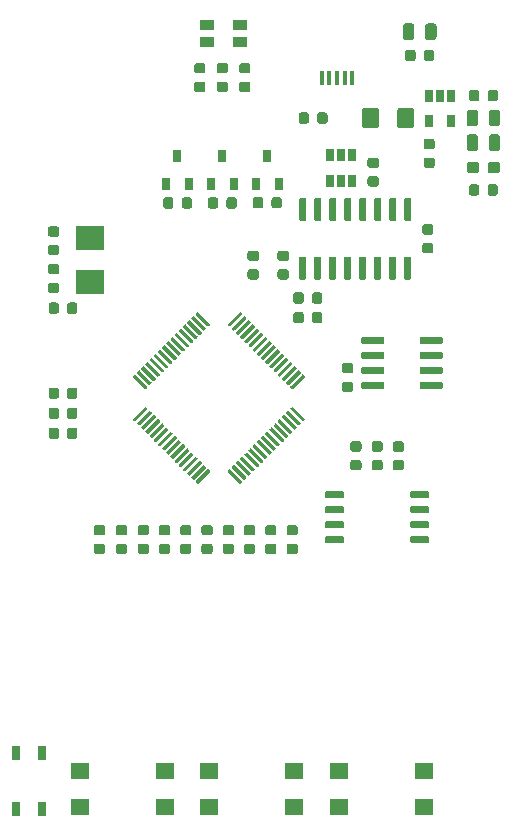
<source format=gbr>
G04 #@! TF.GenerationSoftware,KiCad,Pcbnew,(5.1.5)-2*
G04 #@! TF.CreationDate,2020-06-12T14:56:32+08:00*
G04 #@! TF.ProjectId,Bonjour STM32,426f6e6a-6f75-4722-9053-544d33322e6b,rev?*
G04 #@! TF.SameCoordinates,Original*
G04 #@! TF.FileFunction,Paste,Top*
G04 #@! TF.FilePolarity,Positive*
%FSLAX46Y46*%
G04 Gerber Fmt 4.6, Leading zero omitted, Abs format (unit mm)*
G04 Created by KiCad (PCBNEW (5.1.5)-2) date 2020-06-12 14:56:32*
%MOMM*%
%LPD*%
G04 APERTURE LIST*
%ADD10R,1.200000X0.900000*%
%ADD11C,0.100000*%
%ADD12R,0.650000X1.060000*%
%ADD13R,0.700000X1.000000*%
%ADD14R,0.650000X1.200000*%
%ADD15R,2.400000X2.000000*%
%ADD16R,1.600000X1.400000*%
%ADD17R,0.450000X1.300000*%
G04 APERTURE END LIST*
D10*
X186820000Y-52896600D03*
X184020000Y-51446600D03*
X186820000Y-51446600D03*
X184020000Y-52896600D03*
D11*
G36*
X175156691Y-95351053D02*
G01*
X175177926Y-95354203D01*
X175198750Y-95359419D01*
X175218962Y-95366651D01*
X175238368Y-95375830D01*
X175256781Y-95386866D01*
X175274024Y-95399654D01*
X175289930Y-95414070D01*
X175304346Y-95429976D01*
X175317134Y-95447219D01*
X175328170Y-95465632D01*
X175337349Y-95485038D01*
X175344581Y-95505250D01*
X175349797Y-95526074D01*
X175352947Y-95547309D01*
X175354000Y-95568750D01*
X175354000Y-96006250D01*
X175352947Y-96027691D01*
X175349797Y-96048926D01*
X175344581Y-96069750D01*
X175337349Y-96089962D01*
X175328170Y-96109368D01*
X175317134Y-96127781D01*
X175304346Y-96145024D01*
X175289930Y-96160930D01*
X175274024Y-96175346D01*
X175256781Y-96188134D01*
X175238368Y-96199170D01*
X175218962Y-96208349D01*
X175198750Y-96215581D01*
X175177926Y-96220797D01*
X175156691Y-96223947D01*
X175135250Y-96225000D01*
X174622750Y-96225000D01*
X174601309Y-96223947D01*
X174580074Y-96220797D01*
X174559250Y-96215581D01*
X174539038Y-96208349D01*
X174519632Y-96199170D01*
X174501219Y-96188134D01*
X174483976Y-96175346D01*
X174468070Y-96160930D01*
X174453654Y-96145024D01*
X174440866Y-96127781D01*
X174429830Y-96109368D01*
X174420651Y-96089962D01*
X174413419Y-96069750D01*
X174408203Y-96048926D01*
X174405053Y-96027691D01*
X174404000Y-96006250D01*
X174404000Y-95568750D01*
X174405053Y-95547309D01*
X174408203Y-95526074D01*
X174413419Y-95505250D01*
X174420651Y-95485038D01*
X174429830Y-95465632D01*
X174440866Y-95447219D01*
X174453654Y-95429976D01*
X174468070Y-95414070D01*
X174483976Y-95399654D01*
X174501219Y-95386866D01*
X174519632Y-95375830D01*
X174539038Y-95366651D01*
X174559250Y-95359419D01*
X174580074Y-95354203D01*
X174601309Y-95351053D01*
X174622750Y-95350000D01*
X175135250Y-95350000D01*
X175156691Y-95351053D01*
G37*
G36*
X175156691Y-93776053D02*
G01*
X175177926Y-93779203D01*
X175198750Y-93784419D01*
X175218962Y-93791651D01*
X175238368Y-93800830D01*
X175256781Y-93811866D01*
X175274024Y-93824654D01*
X175289930Y-93839070D01*
X175304346Y-93854976D01*
X175317134Y-93872219D01*
X175328170Y-93890632D01*
X175337349Y-93910038D01*
X175344581Y-93930250D01*
X175349797Y-93951074D01*
X175352947Y-93972309D01*
X175354000Y-93993750D01*
X175354000Y-94431250D01*
X175352947Y-94452691D01*
X175349797Y-94473926D01*
X175344581Y-94494750D01*
X175337349Y-94514962D01*
X175328170Y-94534368D01*
X175317134Y-94552781D01*
X175304346Y-94570024D01*
X175289930Y-94585930D01*
X175274024Y-94600346D01*
X175256781Y-94613134D01*
X175238368Y-94624170D01*
X175218962Y-94633349D01*
X175198750Y-94640581D01*
X175177926Y-94645797D01*
X175156691Y-94648947D01*
X175135250Y-94650000D01*
X174622750Y-94650000D01*
X174601309Y-94648947D01*
X174580074Y-94645797D01*
X174559250Y-94640581D01*
X174539038Y-94633349D01*
X174519632Y-94624170D01*
X174501219Y-94613134D01*
X174483976Y-94600346D01*
X174468070Y-94585930D01*
X174453654Y-94570024D01*
X174440866Y-94552781D01*
X174429830Y-94534368D01*
X174420651Y-94514962D01*
X174413419Y-94494750D01*
X174408203Y-94473926D01*
X174405053Y-94452691D01*
X174404000Y-94431250D01*
X174404000Y-93993750D01*
X174405053Y-93972309D01*
X174408203Y-93951074D01*
X174413419Y-93930250D01*
X174420651Y-93910038D01*
X174429830Y-93890632D01*
X174440866Y-93872219D01*
X174453654Y-93854976D01*
X174468070Y-93839070D01*
X174483976Y-93824654D01*
X174501219Y-93811866D01*
X174519632Y-93800830D01*
X174539038Y-93791651D01*
X174559250Y-93784419D01*
X174580074Y-93779203D01*
X174601309Y-93776053D01*
X174622750Y-93775000D01*
X175135250Y-93775000D01*
X175156691Y-93776053D01*
G37*
G36*
X192429191Y-58835053D02*
G01*
X192450426Y-58838203D01*
X192471250Y-58843419D01*
X192491462Y-58850651D01*
X192510868Y-58859830D01*
X192529281Y-58870866D01*
X192546524Y-58883654D01*
X192562430Y-58898070D01*
X192576846Y-58913976D01*
X192589634Y-58931219D01*
X192600670Y-58949632D01*
X192609849Y-58969038D01*
X192617081Y-58989250D01*
X192622297Y-59010074D01*
X192625447Y-59031309D01*
X192626500Y-59052750D01*
X192626500Y-59565250D01*
X192625447Y-59586691D01*
X192622297Y-59607926D01*
X192617081Y-59628750D01*
X192609849Y-59648962D01*
X192600670Y-59668368D01*
X192589634Y-59686781D01*
X192576846Y-59704024D01*
X192562430Y-59719930D01*
X192546524Y-59734346D01*
X192529281Y-59747134D01*
X192510868Y-59758170D01*
X192491462Y-59767349D01*
X192471250Y-59774581D01*
X192450426Y-59779797D01*
X192429191Y-59782947D01*
X192407750Y-59784000D01*
X191970250Y-59784000D01*
X191948809Y-59782947D01*
X191927574Y-59779797D01*
X191906750Y-59774581D01*
X191886538Y-59767349D01*
X191867132Y-59758170D01*
X191848719Y-59747134D01*
X191831476Y-59734346D01*
X191815570Y-59719930D01*
X191801154Y-59704024D01*
X191788366Y-59686781D01*
X191777330Y-59668368D01*
X191768151Y-59648962D01*
X191760919Y-59628750D01*
X191755703Y-59607926D01*
X191752553Y-59586691D01*
X191751500Y-59565250D01*
X191751500Y-59052750D01*
X191752553Y-59031309D01*
X191755703Y-59010074D01*
X191760919Y-58989250D01*
X191768151Y-58969038D01*
X191777330Y-58949632D01*
X191788366Y-58931219D01*
X191801154Y-58913976D01*
X191815570Y-58898070D01*
X191831476Y-58883654D01*
X191848719Y-58870866D01*
X191867132Y-58859830D01*
X191886538Y-58850651D01*
X191906750Y-58843419D01*
X191927574Y-58838203D01*
X191948809Y-58835053D01*
X191970250Y-58834000D01*
X192407750Y-58834000D01*
X192429191Y-58835053D01*
G37*
G36*
X194004191Y-58835053D02*
G01*
X194025426Y-58838203D01*
X194046250Y-58843419D01*
X194066462Y-58850651D01*
X194085868Y-58859830D01*
X194104281Y-58870866D01*
X194121524Y-58883654D01*
X194137430Y-58898070D01*
X194151846Y-58913976D01*
X194164634Y-58931219D01*
X194175670Y-58949632D01*
X194184849Y-58969038D01*
X194192081Y-58989250D01*
X194197297Y-59010074D01*
X194200447Y-59031309D01*
X194201500Y-59052750D01*
X194201500Y-59565250D01*
X194200447Y-59586691D01*
X194197297Y-59607926D01*
X194192081Y-59628750D01*
X194184849Y-59648962D01*
X194175670Y-59668368D01*
X194164634Y-59686781D01*
X194151846Y-59704024D01*
X194137430Y-59719930D01*
X194121524Y-59734346D01*
X194104281Y-59747134D01*
X194085868Y-59758170D01*
X194066462Y-59767349D01*
X194046250Y-59774581D01*
X194025426Y-59779797D01*
X194004191Y-59782947D01*
X193982750Y-59784000D01*
X193545250Y-59784000D01*
X193523809Y-59782947D01*
X193502574Y-59779797D01*
X193481750Y-59774581D01*
X193461538Y-59767349D01*
X193442132Y-59758170D01*
X193423719Y-59747134D01*
X193406476Y-59734346D01*
X193390570Y-59719930D01*
X193376154Y-59704024D01*
X193363366Y-59686781D01*
X193352330Y-59668368D01*
X193343151Y-59648962D01*
X193335919Y-59628750D01*
X193330703Y-59607926D01*
X193327553Y-59586691D01*
X193326500Y-59565250D01*
X193326500Y-59052750D01*
X193327553Y-59031309D01*
X193330703Y-59010074D01*
X193335919Y-58989250D01*
X193343151Y-58969038D01*
X193352330Y-58949632D01*
X193363366Y-58931219D01*
X193376154Y-58913976D01*
X193390570Y-58898070D01*
X193406476Y-58883654D01*
X193423719Y-58870866D01*
X193442132Y-58859830D01*
X193461538Y-58850651D01*
X193481750Y-58843419D01*
X193502574Y-58838203D01*
X193523809Y-58835053D01*
X193545250Y-58834000D01*
X193982750Y-58834000D01*
X194004191Y-58835053D01*
G37*
D12*
X195326000Y-62400000D03*
X194376000Y-62400000D03*
X196276000Y-62400000D03*
X196276000Y-64600000D03*
X195326000Y-64600000D03*
X194376000Y-64600000D03*
D11*
G36*
X191984691Y-74075053D02*
G01*
X192005926Y-74078203D01*
X192026750Y-74083419D01*
X192046962Y-74090651D01*
X192066368Y-74099830D01*
X192084781Y-74110866D01*
X192102024Y-74123654D01*
X192117930Y-74138070D01*
X192132346Y-74153976D01*
X192145134Y-74171219D01*
X192156170Y-74189632D01*
X192165349Y-74209038D01*
X192172581Y-74229250D01*
X192177797Y-74250074D01*
X192180947Y-74271309D01*
X192182000Y-74292750D01*
X192182000Y-74805250D01*
X192180947Y-74826691D01*
X192177797Y-74847926D01*
X192172581Y-74868750D01*
X192165349Y-74888962D01*
X192156170Y-74908368D01*
X192145134Y-74926781D01*
X192132346Y-74944024D01*
X192117930Y-74959930D01*
X192102024Y-74974346D01*
X192084781Y-74987134D01*
X192066368Y-74998170D01*
X192046962Y-75007349D01*
X192026750Y-75014581D01*
X192005926Y-75019797D01*
X191984691Y-75022947D01*
X191963250Y-75024000D01*
X191525750Y-75024000D01*
X191504309Y-75022947D01*
X191483074Y-75019797D01*
X191462250Y-75014581D01*
X191442038Y-75007349D01*
X191422632Y-74998170D01*
X191404219Y-74987134D01*
X191386976Y-74974346D01*
X191371070Y-74959930D01*
X191356654Y-74944024D01*
X191343866Y-74926781D01*
X191332830Y-74908368D01*
X191323651Y-74888962D01*
X191316419Y-74868750D01*
X191311203Y-74847926D01*
X191308053Y-74826691D01*
X191307000Y-74805250D01*
X191307000Y-74292750D01*
X191308053Y-74271309D01*
X191311203Y-74250074D01*
X191316419Y-74229250D01*
X191323651Y-74209038D01*
X191332830Y-74189632D01*
X191343866Y-74171219D01*
X191356654Y-74153976D01*
X191371070Y-74138070D01*
X191386976Y-74123654D01*
X191404219Y-74110866D01*
X191422632Y-74099830D01*
X191442038Y-74090651D01*
X191462250Y-74083419D01*
X191483074Y-74078203D01*
X191504309Y-74075053D01*
X191525750Y-74074000D01*
X191963250Y-74074000D01*
X191984691Y-74075053D01*
G37*
G36*
X193559691Y-74075053D02*
G01*
X193580926Y-74078203D01*
X193601750Y-74083419D01*
X193621962Y-74090651D01*
X193641368Y-74099830D01*
X193659781Y-74110866D01*
X193677024Y-74123654D01*
X193692930Y-74138070D01*
X193707346Y-74153976D01*
X193720134Y-74171219D01*
X193731170Y-74189632D01*
X193740349Y-74209038D01*
X193747581Y-74229250D01*
X193752797Y-74250074D01*
X193755947Y-74271309D01*
X193757000Y-74292750D01*
X193757000Y-74805250D01*
X193755947Y-74826691D01*
X193752797Y-74847926D01*
X193747581Y-74868750D01*
X193740349Y-74888962D01*
X193731170Y-74908368D01*
X193720134Y-74926781D01*
X193707346Y-74944024D01*
X193692930Y-74959930D01*
X193677024Y-74974346D01*
X193659781Y-74987134D01*
X193641368Y-74998170D01*
X193621962Y-75007349D01*
X193601750Y-75014581D01*
X193580926Y-75019797D01*
X193559691Y-75022947D01*
X193538250Y-75024000D01*
X193100750Y-75024000D01*
X193079309Y-75022947D01*
X193058074Y-75019797D01*
X193037250Y-75014581D01*
X193017038Y-75007349D01*
X192997632Y-74998170D01*
X192979219Y-74987134D01*
X192961976Y-74974346D01*
X192946070Y-74959930D01*
X192931654Y-74944024D01*
X192918866Y-74926781D01*
X192907830Y-74908368D01*
X192898651Y-74888962D01*
X192891419Y-74868750D01*
X192886203Y-74847926D01*
X192883053Y-74826691D01*
X192882000Y-74805250D01*
X192882000Y-74292750D01*
X192883053Y-74271309D01*
X192886203Y-74250074D01*
X192891419Y-74229250D01*
X192898651Y-74209038D01*
X192907830Y-74189632D01*
X192918866Y-74171219D01*
X192931654Y-74153976D01*
X192946070Y-74138070D01*
X192961976Y-74123654D01*
X192979219Y-74110866D01*
X192997632Y-74099830D01*
X193017038Y-74090651D01*
X193037250Y-74083419D01*
X193058074Y-74078203D01*
X193079309Y-74075053D01*
X193100750Y-74074000D01*
X193538250Y-74074000D01*
X193559691Y-74075053D01*
G37*
G36*
X191984691Y-75726053D02*
G01*
X192005926Y-75729203D01*
X192026750Y-75734419D01*
X192046962Y-75741651D01*
X192066368Y-75750830D01*
X192084781Y-75761866D01*
X192102024Y-75774654D01*
X192117930Y-75789070D01*
X192132346Y-75804976D01*
X192145134Y-75822219D01*
X192156170Y-75840632D01*
X192165349Y-75860038D01*
X192172581Y-75880250D01*
X192177797Y-75901074D01*
X192180947Y-75922309D01*
X192182000Y-75943750D01*
X192182000Y-76456250D01*
X192180947Y-76477691D01*
X192177797Y-76498926D01*
X192172581Y-76519750D01*
X192165349Y-76539962D01*
X192156170Y-76559368D01*
X192145134Y-76577781D01*
X192132346Y-76595024D01*
X192117930Y-76610930D01*
X192102024Y-76625346D01*
X192084781Y-76638134D01*
X192066368Y-76649170D01*
X192046962Y-76658349D01*
X192026750Y-76665581D01*
X192005926Y-76670797D01*
X191984691Y-76673947D01*
X191963250Y-76675000D01*
X191525750Y-76675000D01*
X191504309Y-76673947D01*
X191483074Y-76670797D01*
X191462250Y-76665581D01*
X191442038Y-76658349D01*
X191422632Y-76649170D01*
X191404219Y-76638134D01*
X191386976Y-76625346D01*
X191371070Y-76610930D01*
X191356654Y-76595024D01*
X191343866Y-76577781D01*
X191332830Y-76559368D01*
X191323651Y-76539962D01*
X191316419Y-76519750D01*
X191311203Y-76498926D01*
X191308053Y-76477691D01*
X191307000Y-76456250D01*
X191307000Y-75943750D01*
X191308053Y-75922309D01*
X191311203Y-75901074D01*
X191316419Y-75880250D01*
X191323651Y-75860038D01*
X191332830Y-75840632D01*
X191343866Y-75822219D01*
X191356654Y-75804976D01*
X191371070Y-75789070D01*
X191386976Y-75774654D01*
X191404219Y-75761866D01*
X191422632Y-75750830D01*
X191442038Y-75741651D01*
X191462250Y-75734419D01*
X191483074Y-75729203D01*
X191504309Y-75726053D01*
X191525750Y-75725000D01*
X191963250Y-75725000D01*
X191984691Y-75726053D01*
G37*
G36*
X193559691Y-75726053D02*
G01*
X193580926Y-75729203D01*
X193601750Y-75734419D01*
X193621962Y-75741651D01*
X193641368Y-75750830D01*
X193659781Y-75761866D01*
X193677024Y-75774654D01*
X193692930Y-75789070D01*
X193707346Y-75804976D01*
X193720134Y-75822219D01*
X193731170Y-75840632D01*
X193740349Y-75860038D01*
X193747581Y-75880250D01*
X193752797Y-75901074D01*
X193755947Y-75922309D01*
X193757000Y-75943750D01*
X193757000Y-76456250D01*
X193755947Y-76477691D01*
X193752797Y-76498926D01*
X193747581Y-76519750D01*
X193740349Y-76539962D01*
X193731170Y-76559368D01*
X193720134Y-76577781D01*
X193707346Y-76595024D01*
X193692930Y-76610930D01*
X193677024Y-76625346D01*
X193659781Y-76638134D01*
X193641368Y-76649170D01*
X193621962Y-76658349D01*
X193601750Y-76665581D01*
X193580926Y-76670797D01*
X193559691Y-76673947D01*
X193538250Y-76675000D01*
X193100750Y-76675000D01*
X193079309Y-76673947D01*
X193058074Y-76670797D01*
X193037250Y-76665581D01*
X193017038Y-76658349D01*
X192997632Y-76649170D01*
X192979219Y-76638134D01*
X192961976Y-76625346D01*
X192946070Y-76610930D01*
X192931654Y-76595024D01*
X192918866Y-76577781D01*
X192907830Y-76559368D01*
X192898651Y-76539962D01*
X192891419Y-76519750D01*
X192886203Y-76498926D01*
X192883053Y-76477691D01*
X192882000Y-76456250D01*
X192882000Y-75943750D01*
X192883053Y-75922309D01*
X192886203Y-75901074D01*
X192891419Y-75880250D01*
X192898651Y-75860038D01*
X192907830Y-75840632D01*
X192918866Y-75822219D01*
X192931654Y-75804976D01*
X192946070Y-75789070D01*
X192961976Y-75774654D01*
X192979219Y-75761866D01*
X192997632Y-75750830D01*
X193017038Y-75741651D01*
X193037250Y-75734419D01*
X193058074Y-75729203D01*
X193079309Y-75726053D01*
X193100750Y-75725000D01*
X193538250Y-75725000D01*
X193559691Y-75726053D01*
G37*
D13*
X185293000Y-62490500D03*
X186243000Y-64890500D03*
X184343000Y-64890500D03*
X181483000Y-62490500D03*
X182433000Y-64890500D03*
X180533000Y-64890500D03*
X189103000Y-62490500D03*
X190053000Y-64890500D03*
X188153000Y-64890500D03*
D11*
G36*
X201301004Y-58435204D02*
G01*
X201325273Y-58438804D01*
X201349071Y-58444765D01*
X201372171Y-58453030D01*
X201394349Y-58463520D01*
X201415393Y-58476133D01*
X201435098Y-58490747D01*
X201453277Y-58507223D01*
X201469753Y-58525402D01*
X201484367Y-58545107D01*
X201496980Y-58566151D01*
X201507470Y-58588329D01*
X201515735Y-58611429D01*
X201521696Y-58635227D01*
X201525296Y-58659496D01*
X201526500Y-58684000D01*
X201526500Y-59934000D01*
X201525296Y-59958504D01*
X201521696Y-59982773D01*
X201515735Y-60006571D01*
X201507470Y-60029671D01*
X201496980Y-60051849D01*
X201484367Y-60072893D01*
X201469753Y-60092598D01*
X201453277Y-60110777D01*
X201435098Y-60127253D01*
X201415393Y-60141867D01*
X201394349Y-60154480D01*
X201372171Y-60164970D01*
X201349071Y-60173235D01*
X201325273Y-60179196D01*
X201301004Y-60182796D01*
X201276500Y-60184000D01*
X200351500Y-60184000D01*
X200326996Y-60182796D01*
X200302727Y-60179196D01*
X200278929Y-60173235D01*
X200255829Y-60164970D01*
X200233651Y-60154480D01*
X200212607Y-60141867D01*
X200192902Y-60127253D01*
X200174723Y-60110777D01*
X200158247Y-60092598D01*
X200143633Y-60072893D01*
X200131020Y-60051849D01*
X200120530Y-60029671D01*
X200112265Y-60006571D01*
X200106304Y-59982773D01*
X200102704Y-59958504D01*
X200101500Y-59934000D01*
X200101500Y-58684000D01*
X200102704Y-58659496D01*
X200106304Y-58635227D01*
X200112265Y-58611429D01*
X200120530Y-58588329D01*
X200131020Y-58566151D01*
X200143633Y-58545107D01*
X200158247Y-58525402D01*
X200174723Y-58507223D01*
X200192902Y-58490747D01*
X200212607Y-58476133D01*
X200233651Y-58463520D01*
X200255829Y-58453030D01*
X200278929Y-58444765D01*
X200302727Y-58438804D01*
X200326996Y-58435204D01*
X200351500Y-58434000D01*
X201276500Y-58434000D01*
X201301004Y-58435204D01*
G37*
G36*
X198326004Y-58435204D02*
G01*
X198350273Y-58438804D01*
X198374071Y-58444765D01*
X198397171Y-58453030D01*
X198419349Y-58463520D01*
X198440393Y-58476133D01*
X198460098Y-58490747D01*
X198478277Y-58507223D01*
X198494753Y-58525402D01*
X198509367Y-58545107D01*
X198521980Y-58566151D01*
X198532470Y-58588329D01*
X198540735Y-58611429D01*
X198546696Y-58635227D01*
X198550296Y-58659496D01*
X198551500Y-58684000D01*
X198551500Y-59934000D01*
X198550296Y-59958504D01*
X198546696Y-59982773D01*
X198540735Y-60006571D01*
X198532470Y-60029671D01*
X198521980Y-60051849D01*
X198509367Y-60072893D01*
X198494753Y-60092598D01*
X198478277Y-60110777D01*
X198460098Y-60127253D01*
X198440393Y-60141867D01*
X198419349Y-60154480D01*
X198397171Y-60164970D01*
X198374071Y-60173235D01*
X198350273Y-60179196D01*
X198326004Y-60182796D01*
X198301500Y-60184000D01*
X197376500Y-60184000D01*
X197351996Y-60182796D01*
X197327727Y-60179196D01*
X197303929Y-60173235D01*
X197280829Y-60164970D01*
X197258651Y-60154480D01*
X197237607Y-60141867D01*
X197217902Y-60127253D01*
X197199723Y-60110777D01*
X197183247Y-60092598D01*
X197168633Y-60072893D01*
X197156020Y-60051849D01*
X197145530Y-60029671D01*
X197137265Y-60006571D01*
X197131304Y-59982773D01*
X197127704Y-59958504D01*
X197126500Y-59934000D01*
X197126500Y-58684000D01*
X197127704Y-58659496D01*
X197131304Y-58635227D01*
X197137265Y-58611429D01*
X197145530Y-58588329D01*
X197156020Y-58566151D01*
X197168633Y-58545107D01*
X197183247Y-58525402D01*
X197199723Y-58507223D01*
X197217902Y-58490747D01*
X197237607Y-58476133D01*
X197258651Y-58463520D01*
X197280829Y-58453030D01*
X197303929Y-58444765D01*
X197327727Y-58438804D01*
X197351996Y-58435204D01*
X197376500Y-58434000D01*
X198301500Y-58434000D01*
X198326004Y-58435204D01*
G37*
G36*
X202969691Y-69883553D02*
G01*
X202990926Y-69886703D01*
X203011750Y-69891919D01*
X203031962Y-69899151D01*
X203051368Y-69908330D01*
X203069781Y-69919366D01*
X203087024Y-69932154D01*
X203102930Y-69946570D01*
X203117346Y-69962476D01*
X203130134Y-69979719D01*
X203141170Y-69998132D01*
X203150349Y-70017538D01*
X203157581Y-70037750D01*
X203162797Y-70058574D01*
X203165947Y-70079809D01*
X203167000Y-70101250D01*
X203167000Y-70538750D01*
X203165947Y-70560191D01*
X203162797Y-70581426D01*
X203157581Y-70602250D01*
X203150349Y-70622462D01*
X203141170Y-70641868D01*
X203130134Y-70660281D01*
X203117346Y-70677524D01*
X203102930Y-70693430D01*
X203087024Y-70707846D01*
X203069781Y-70720634D01*
X203051368Y-70731670D01*
X203031962Y-70740849D01*
X203011750Y-70748081D01*
X202990926Y-70753297D01*
X202969691Y-70756447D01*
X202948250Y-70757500D01*
X202435750Y-70757500D01*
X202414309Y-70756447D01*
X202393074Y-70753297D01*
X202372250Y-70748081D01*
X202352038Y-70740849D01*
X202332632Y-70731670D01*
X202314219Y-70720634D01*
X202296976Y-70707846D01*
X202281070Y-70693430D01*
X202266654Y-70677524D01*
X202253866Y-70660281D01*
X202242830Y-70641868D01*
X202233651Y-70622462D01*
X202226419Y-70602250D01*
X202221203Y-70581426D01*
X202218053Y-70560191D01*
X202217000Y-70538750D01*
X202217000Y-70101250D01*
X202218053Y-70079809D01*
X202221203Y-70058574D01*
X202226419Y-70037750D01*
X202233651Y-70017538D01*
X202242830Y-69998132D01*
X202253866Y-69979719D01*
X202266654Y-69962476D01*
X202281070Y-69946570D01*
X202296976Y-69932154D01*
X202314219Y-69919366D01*
X202332632Y-69908330D01*
X202352038Y-69899151D01*
X202372250Y-69891919D01*
X202393074Y-69886703D01*
X202414309Y-69883553D01*
X202435750Y-69882500D01*
X202948250Y-69882500D01*
X202969691Y-69883553D01*
G37*
G36*
X202969691Y-68308553D02*
G01*
X202990926Y-68311703D01*
X203011750Y-68316919D01*
X203031962Y-68324151D01*
X203051368Y-68333330D01*
X203069781Y-68344366D01*
X203087024Y-68357154D01*
X203102930Y-68371570D01*
X203117346Y-68387476D01*
X203130134Y-68404719D01*
X203141170Y-68423132D01*
X203150349Y-68442538D01*
X203157581Y-68462750D01*
X203162797Y-68483574D01*
X203165947Y-68504809D01*
X203167000Y-68526250D01*
X203167000Y-68963750D01*
X203165947Y-68985191D01*
X203162797Y-69006426D01*
X203157581Y-69027250D01*
X203150349Y-69047462D01*
X203141170Y-69066868D01*
X203130134Y-69085281D01*
X203117346Y-69102524D01*
X203102930Y-69118430D01*
X203087024Y-69132846D01*
X203069781Y-69145634D01*
X203051368Y-69156670D01*
X203031962Y-69165849D01*
X203011750Y-69173081D01*
X202990926Y-69178297D01*
X202969691Y-69181447D01*
X202948250Y-69182500D01*
X202435750Y-69182500D01*
X202414309Y-69181447D01*
X202393074Y-69178297D01*
X202372250Y-69173081D01*
X202352038Y-69165849D01*
X202332632Y-69156670D01*
X202314219Y-69145634D01*
X202296976Y-69132846D01*
X202281070Y-69118430D01*
X202266654Y-69102524D01*
X202253866Y-69085281D01*
X202242830Y-69066868D01*
X202233651Y-69047462D01*
X202226419Y-69027250D01*
X202221203Y-69006426D01*
X202218053Y-68985191D01*
X202217000Y-68963750D01*
X202217000Y-68526250D01*
X202218053Y-68504809D01*
X202221203Y-68483574D01*
X202226419Y-68462750D01*
X202233651Y-68442538D01*
X202242830Y-68423132D01*
X202253866Y-68404719D01*
X202266654Y-68387476D01*
X202281070Y-68371570D01*
X202296976Y-68357154D01*
X202314219Y-68344366D01*
X202332632Y-68333330D01*
X202352038Y-68324151D01*
X202372250Y-68316919D01*
X202393074Y-68311703D01*
X202414309Y-68308553D01*
X202435750Y-68307500D01*
X202948250Y-68307500D01*
X202969691Y-68308553D01*
G37*
D14*
X167827600Y-117809400D03*
X167827600Y-113055400D03*
X170027600Y-117809400D03*
X170027600Y-113055400D03*
D11*
G36*
X190714191Y-70531053D02*
G01*
X190735426Y-70534203D01*
X190756250Y-70539419D01*
X190776462Y-70546651D01*
X190795868Y-70555830D01*
X190814281Y-70566866D01*
X190831524Y-70579654D01*
X190847430Y-70594070D01*
X190861846Y-70609976D01*
X190874634Y-70627219D01*
X190885670Y-70645632D01*
X190894849Y-70665038D01*
X190902081Y-70685250D01*
X190907297Y-70706074D01*
X190910447Y-70727309D01*
X190911500Y-70748750D01*
X190911500Y-71186250D01*
X190910447Y-71207691D01*
X190907297Y-71228926D01*
X190902081Y-71249750D01*
X190894849Y-71269962D01*
X190885670Y-71289368D01*
X190874634Y-71307781D01*
X190861846Y-71325024D01*
X190847430Y-71340930D01*
X190831524Y-71355346D01*
X190814281Y-71368134D01*
X190795868Y-71379170D01*
X190776462Y-71388349D01*
X190756250Y-71395581D01*
X190735426Y-71400797D01*
X190714191Y-71403947D01*
X190692750Y-71405000D01*
X190180250Y-71405000D01*
X190158809Y-71403947D01*
X190137574Y-71400797D01*
X190116750Y-71395581D01*
X190096538Y-71388349D01*
X190077132Y-71379170D01*
X190058719Y-71368134D01*
X190041476Y-71355346D01*
X190025570Y-71340930D01*
X190011154Y-71325024D01*
X189998366Y-71307781D01*
X189987330Y-71289368D01*
X189978151Y-71269962D01*
X189970919Y-71249750D01*
X189965703Y-71228926D01*
X189962553Y-71207691D01*
X189961500Y-71186250D01*
X189961500Y-70748750D01*
X189962553Y-70727309D01*
X189965703Y-70706074D01*
X189970919Y-70685250D01*
X189978151Y-70665038D01*
X189987330Y-70645632D01*
X189998366Y-70627219D01*
X190011154Y-70609976D01*
X190025570Y-70594070D01*
X190041476Y-70579654D01*
X190058719Y-70566866D01*
X190077132Y-70555830D01*
X190096538Y-70546651D01*
X190116750Y-70539419D01*
X190137574Y-70534203D01*
X190158809Y-70531053D01*
X190180250Y-70530000D01*
X190692750Y-70530000D01*
X190714191Y-70531053D01*
G37*
G36*
X190714191Y-72106053D02*
G01*
X190735426Y-72109203D01*
X190756250Y-72114419D01*
X190776462Y-72121651D01*
X190795868Y-72130830D01*
X190814281Y-72141866D01*
X190831524Y-72154654D01*
X190847430Y-72169070D01*
X190861846Y-72184976D01*
X190874634Y-72202219D01*
X190885670Y-72220632D01*
X190894849Y-72240038D01*
X190902081Y-72260250D01*
X190907297Y-72281074D01*
X190910447Y-72302309D01*
X190911500Y-72323750D01*
X190911500Y-72761250D01*
X190910447Y-72782691D01*
X190907297Y-72803926D01*
X190902081Y-72824750D01*
X190894849Y-72844962D01*
X190885670Y-72864368D01*
X190874634Y-72882781D01*
X190861846Y-72900024D01*
X190847430Y-72915930D01*
X190831524Y-72930346D01*
X190814281Y-72943134D01*
X190795868Y-72954170D01*
X190776462Y-72963349D01*
X190756250Y-72970581D01*
X190735426Y-72975797D01*
X190714191Y-72978947D01*
X190692750Y-72980000D01*
X190180250Y-72980000D01*
X190158809Y-72978947D01*
X190137574Y-72975797D01*
X190116750Y-72970581D01*
X190096538Y-72963349D01*
X190077132Y-72954170D01*
X190058719Y-72943134D01*
X190041476Y-72930346D01*
X190025570Y-72915930D01*
X190011154Y-72900024D01*
X189998366Y-72882781D01*
X189987330Y-72864368D01*
X189978151Y-72844962D01*
X189970919Y-72824750D01*
X189965703Y-72803926D01*
X189962553Y-72782691D01*
X189961500Y-72761250D01*
X189961500Y-72323750D01*
X189962553Y-72302309D01*
X189965703Y-72281074D01*
X189970919Y-72260250D01*
X189978151Y-72240038D01*
X189987330Y-72220632D01*
X189998366Y-72202219D01*
X190011154Y-72184976D01*
X190025570Y-72169070D01*
X190041476Y-72154654D01*
X190058719Y-72141866D01*
X190077132Y-72130830D01*
X190096538Y-72121651D01*
X190116750Y-72114419D01*
X190137574Y-72109203D01*
X190158809Y-72106053D01*
X190180250Y-72105000D01*
X190692750Y-72105000D01*
X190714191Y-72106053D01*
G37*
G36*
X208605142Y-58601174D02*
G01*
X208628803Y-58604684D01*
X208652007Y-58610496D01*
X208674529Y-58618554D01*
X208696153Y-58628782D01*
X208716670Y-58641079D01*
X208735883Y-58655329D01*
X208753607Y-58671393D01*
X208769671Y-58689117D01*
X208783921Y-58708330D01*
X208796218Y-58728847D01*
X208806446Y-58750471D01*
X208814504Y-58772993D01*
X208820316Y-58796197D01*
X208823826Y-58819858D01*
X208825000Y-58843750D01*
X208825000Y-59756250D01*
X208823826Y-59780142D01*
X208820316Y-59803803D01*
X208814504Y-59827007D01*
X208806446Y-59849529D01*
X208796218Y-59871153D01*
X208783921Y-59891670D01*
X208769671Y-59910883D01*
X208753607Y-59928607D01*
X208735883Y-59944671D01*
X208716670Y-59958921D01*
X208696153Y-59971218D01*
X208674529Y-59981446D01*
X208652007Y-59989504D01*
X208628803Y-59995316D01*
X208605142Y-59998826D01*
X208581250Y-60000000D01*
X208093750Y-60000000D01*
X208069858Y-59998826D01*
X208046197Y-59995316D01*
X208022993Y-59989504D01*
X208000471Y-59981446D01*
X207978847Y-59971218D01*
X207958330Y-59958921D01*
X207939117Y-59944671D01*
X207921393Y-59928607D01*
X207905329Y-59910883D01*
X207891079Y-59891670D01*
X207878782Y-59871153D01*
X207868554Y-59849529D01*
X207860496Y-59827007D01*
X207854684Y-59803803D01*
X207851174Y-59780142D01*
X207850000Y-59756250D01*
X207850000Y-58843750D01*
X207851174Y-58819858D01*
X207854684Y-58796197D01*
X207860496Y-58772993D01*
X207868554Y-58750471D01*
X207878782Y-58728847D01*
X207891079Y-58708330D01*
X207905329Y-58689117D01*
X207921393Y-58671393D01*
X207939117Y-58655329D01*
X207958330Y-58641079D01*
X207978847Y-58628782D01*
X208000471Y-58618554D01*
X208022993Y-58610496D01*
X208046197Y-58604684D01*
X208069858Y-58601174D01*
X208093750Y-58600000D01*
X208581250Y-58600000D01*
X208605142Y-58601174D01*
G37*
G36*
X206730142Y-58601174D02*
G01*
X206753803Y-58604684D01*
X206777007Y-58610496D01*
X206799529Y-58618554D01*
X206821153Y-58628782D01*
X206841670Y-58641079D01*
X206860883Y-58655329D01*
X206878607Y-58671393D01*
X206894671Y-58689117D01*
X206908921Y-58708330D01*
X206921218Y-58728847D01*
X206931446Y-58750471D01*
X206939504Y-58772993D01*
X206945316Y-58796197D01*
X206948826Y-58819858D01*
X206950000Y-58843750D01*
X206950000Y-59756250D01*
X206948826Y-59780142D01*
X206945316Y-59803803D01*
X206939504Y-59827007D01*
X206931446Y-59849529D01*
X206921218Y-59871153D01*
X206908921Y-59891670D01*
X206894671Y-59910883D01*
X206878607Y-59928607D01*
X206860883Y-59944671D01*
X206841670Y-59958921D01*
X206821153Y-59971218D01*
X206799529Y-59981446D01*
X206777007Y-59989504D01*
X206753803Y-59995316D01*
X206730142Y-59998826D01*
X206706250Y-60000000D01*
X206218750Y-60000000D01*
X206194858Y-59998826D01*
X206171197Y-59995316D01*
X206147993Y-59989504D01*
X206125471Y-59981446D01*
X206103847Y-59971218D01*
X206083330Y-59958921D01*
X206064117Y-59944671D01*
X206046393Y-59928607D01*
X206030329Y-59910883D01*
X206016079Y-59891670D01*
X206003782Y-59871153D01*
X205993554Y-59849529D01*
X205985496Y-59827007D01*
X205979684Y-59803803D01*
X205976174Y-59780142D01*
X205975000Y-59756250D01*
X205975000Y-58843750D01*
X205976174Y-58819858D01*
X205979684Y-58796197D01*
X205985496Y-58772993D01*
X205993554Y-58750471D01*
X206003782Y-58728847D01*
X206016079Y-58708330D01*
X206030329Y-58689117D01*
X206046393Y-58671393D01*
X206064117Y-58655329D01*
X206083330Y-58641079D01*
X206103847Y-58628782D01*
X206125471Y-58618554D01*
X206147993Y-58610496D01*
X206171197Y-58604684D01*
X206194858Y-58601174D01*
X206218750Y-58600000D01*
X206706250Y-58600000D01*
X206730142Y-58601174D01*
G37*
G36*
X177027691Y-95351053D02*
G01*
X177048926Y-95354203D01*
X177069750Y-95359419D01*
X177089962Y-95366651D01*
X177109368Y-95375830D01*
X177127781Y-95386866D01*
X177145024Y-95399654D01*
X177160930Y-95414070D01*
X177175346Y-95429976D01*
X177188134Y-95447219D01*
X177199170Y-95465632D01*
X177208349Y-95485038D01*
X177215581Y-95505250D01*
X177220797Y-95526074D01*
X177223947Y-95547309D01*
X177225000Y-95568750D01*
X177225000Y-96006250D01*
X177223947Y-96027691D01*
X177220797Y-96048926D01*
X177215581Y-96069750D01*
X177208349Y-96089962D01*
X177199170Y-96109368D01*
X177188134Y-96127781D01*
X177175346Y-96145024D01*
X177160930Y-96160930D01*
X177145024Y-96175346D01*
X177127781Y-96188134D01*
X177109368Y-96199170D01*
X177089962Y-96208349D01*
X177069750Y-96215581D01*
X177048926Y-96220797D01*
X177027691Y-96223947D01*
X177006250Y-96225000D01*
X176493750Y-96225000D01*
X176472309Y-96223947D01*
X176451074Y-96220797D01*
X176430250Y-96215581D01*
X176410038Y-96208349D01*
X176390632Y-96199170D01*
X176372219Y-96188134D01*
X176354976Y-96175346D01*
X176339070Y-96160930D01*
X176324654Y-96145024D01*
X176311866Y-96127781D01*
X176300830Y-96109368D01*
X176291651Y-96089962D01*
X176284419Y-96069750D01*
X176279203Y-96048926D01*
X176276053Y-96027691D01*
X176275000Y-96006250D01*
X176275000Y-95568750D01*
X176276053Y-95547309D01*
X176279203Y-95526074D01*
X176284419Y-95505250D01*
X176291651Y-95485038D01*
X176300830Y-95465632D01*
X176311866Y-95447219D01*
X176324654Y-95429976D01*
X176339070Y-95414070D01*
X176354976Y-95399654D01*
X176372219Y-95386866D01*
X176390632Y-95375830D01*
X176410038Y-95366651D01*
X176430250Y-95359419D01*
X176451074Y-95354203D01*
X176472309Y-95351053D01*
X176493750Y-95350000D01*
X177006250Y-95350000D01*
X177027691Y-95351053D01*
G37*
G36*
X177027691Y-93776053D02*
G01*
X177048926Y-93779203D01*
X177069750Y-93784419D01*
X177089962Y-93791651D01*
X177109368Y-93800830D01*
X177127781Y-93811866D01*
X177145024Y-93824654D01*
X177160930Y-93839070D01*
X177175346Y-93854976D01*
X177188134Y-93872219D01*
X177199170Y-93890632D01*
X177208349Y-93910038D01*
X177215581Y-93930250D01*
X177220797Y-93951074D01*
X177223947Y-93972309D01*
X177225000Y-93993750D01*
X177225000Y-94431250D01*
X177223947Y-94452691D01*
X177220797Y-94473926D01*
X177215581Y-94494750D01*
X177208349Y-94514962D01*
X177199170Y-94534368D01*
X177188134Y-94552781D01*
X177175346Y-94570024D01*
X177160930Y-94585930D01*
X177145024Y-94600346D01*
X177127781Y-94613134D01*
X177109368Y-94624170D01*
X177089962Y-94633349D01*
X177069750Y-94640581D01*
X177048926Y-94645797D01*
X177027691Y-94648947D01*
X177006250Y-94650000D01*
X176493750Y-94650000D01*
X176472309Y-94648947D01*
X176451074Y-94645797D01*
X176430250Y-94640581D01*
X176410038Y-94633349D01*
X176390632Y-94624170D01*
X176372219Y-94613134D01*
X176354976Y-94600346D01*
X176339070Y-94585930D01*
X176324654Y-94570024D01*
X176311866Y-94552781D01*
X176300830Y-94534368D01*
X176291651Y-94514962D01*
X176284419Y-94494750D01*
X176279203Y-94473926D01*
X176276053Y-94452691D01*
X176275000Y-94431250D01*
X176275000Y-93993750D01*
X176276053Y-93972309D01*
X176279203Y-93951074D01*
X176284419Y-93930250D01*
X176291651Y-93910038D01*
X176300830Y-93890632D01*
X176311866Y-93872219D01*
X176324654Y-93854976D01*
X176339070Y-93839070D01*
X176354976Y-93824654D01*
X176372219Y-93811866D01*
X176390632Y-93800830D01*
X176410038Y-93791651D01*
X176430250Y-93784419D01*
X176451074Y-93779203D01*
X176472309Y-93776053D01*
X176493750Y-93775000D01*
X177006250Y-93775000D01*
X177027691Y-93776053D01*
G37*
D15*
X174100000Y-73150000D03*
X174100000Y-69450000D03*
D11*
G36*
X198860203Y-81636722D02*
G01*
X198874764Y-81638882D01*
X198889043Y-81642459D01*
X198902903Y-81647418D01*
X198916210Y-81653712D01*
X198928836Y-81661280D01*
X198940659Y-81670048D01*
X198951566Y-81679934D01*
X198961452Y-81690841D01*
X198970220Y-81702664D01*
X198977788Y-81715290D01*
X198984082Y-81728597D01*
X198989041Y-81742457D01*
X198992618Y-81756736D01*
X198994778Y-81771297D01*
X198995500Y-81786000D01*
X198995500Y-82086000D01*
X198994778Y-82100703D01*
X198992618Y-82115264D01*
X198989041Y-82129543D01*
X198984082Y-82143403D01*
X198977788Y-82156710D01*
X198970220Y-82169336D01*
X198961452Y-82181159D01*
X198951566Y-82192066D01*
X198940659Y-82201952D01*
X198928836Y-82210720D01*
X198916210Y-82218288D01*
X198902903Y-82224582D01*
X198889043Y-82229541D01*
X198874764Y-82233118D01*
X198860203Y-82235278D01*
X198845500Y-82236000D01*
X197195500Y-82236000D01*
X197180797Y-82235278D01*
X197166236Y-82233118D01*
X197151957Y-82229541D01*
X197138097Y-82224582D01*
X197124790Y-82218288D01*
X197112164Y-82210720D01*
X197100341Y-82201952D01*
X197089434Y-82192066D01*
X197079548Y-82181159D01*
X197070780Y-82169336D01*
X197063212Y-82156710D01*
X197056918Y-82143403D01*
X197051959Y-82129543D01*
X197048382Y-82115264D01*
X197046222Y-82100703D01*
X197045500Y-82086000D01*
X197045500Y-81786000D01*
X197046222Y-81771297D01*
X197048382Y-81756736D01*
X197051959Y-81742457D01*
X197056918Y-81728597D01*
X197063212Y-81715290D01*
X197070780Y-81702664D01*
X197079548Y-81690841D01*
X197089434Y-81679934D01*
X197100341Y-81670048D01*
X197112164Y-81661280D01*
X197124790Y-81653712D01*
X197138097Y-81647418D01*
X197151957Y-81642459D01*
X197166236Y-81638882D01*
X197180797Y-81636722D01*
X197195500Y-81636000D01*
X198845500Y-81636000D01*
X198860203Y-81636722D01*
G37*
G36*
X198860203Y-80366722D02*
G01*
X198874764Y-80368882D01*
X198889043Y-80372459D01*
X198902903Y-80377418D01*
X198916210Y-80383712D01*
X198928836Y-80391280D01*
X198940659Y-80400048D01*
X198951566Y-80409934D01*
X198961452Y-80420841D01*
X198970220Y-80432664D01*
X198977788Y-80445290D01*
X198984082Y-80458597D01*
X198989041Y-80472457D01*
X198992618Y-80486736D01*
X198994778Y-80501297D01*
X198995500Y-80516000D01*
X198995500Y-80816000D01*
X198994778Y-80830703D01*
X198992618Y-80845264D01*
X198989041Y-80859543D01*
X198984082Y-80873403D01*
X198977788Y-80886710D01*
X198970220Y-80899336D01*
X198961452Y-80911159D01*
X198951566Y-80922066D01*
X198940659Y-80931952D01*
X198928836Y-80940720D01*
X198916210Y-80948288D01*
X198902903Y-80954582D01*
X198889043Y-80959541D01*
X198874764Y-80963118D01*
X198860203Y-80965278D01*
X198845500Y-80966000D01*
X197195500Y-80966000D01*
X197180797Y-80965278D01*
X197166236Y-80963118D01*
X197151957Y-80959541D01*
X197138097Y-80954582D01*
X197124790Y-80948288D01*
X197112164Y-80940720D01*
X197100341Y-80931952D01*
X197089434Y-80922066D01*
X197079548Y-80911159D01*
X197070780Y-80899336D01*
X197063212Y-80886710D01*
X197056918Y-80873403D01*
X197051959Y-80859543D01*
X197048382Y-80845264D01*
X197046222Y-80830703D01*
X197045500Y-80816000D01*
X197045500Y-80516000D01*
X197046222Y-80501297D01*
X197048382Y-80486736D01*
X197051959Y-80472457D01*
X197056918Y-80458597D01*
X197063212Y-80445290D01*
X197070780Y-80432664D01*
X197079548Y-80420841D01*
X197089434Y-80409934D01*
X197100341Y-80400048D01*
X197112164Y-80391280D01*
X197124790Y-80383712D01*
X197138097Y-80377418D01*
X197151957Y-80372459D01*
X197166236Y-80368882D01*
X197180797Y-80366722D01*
X197195500Y-80366000D01*
X198845500Y-80366000D01*
X198860203Y-80366722D01*
G37*
G36*
X198860203Y-79096722D02*
G01*
X198874764Y-79098882D01*
X198889043Y-79102459D01*
X198902903Y-79107418D01*
X198916210Y-79113712D01*
X198928836Y-79121280D01*
X198940659Y-79130048D01*
X198951566Y-79139934D01*
X198961452Y-79150841D01*
X198970220Y-79162664D01*
X198977788Y-79175290D01*
X198984082Y-79188597D01*
X198989041Y-79202457D01*
X198992618Y-79216736D01*
X198994778Y-79231297D01*
X198995500Y-79246000D01*
X198995500Y-79546000D01*
X198994778Y-79560703D01*
X198992618Y-79575264D01*
X198989041Y-79589543D01*
X198984082Y-79603403D01*
X198977788Y-79616710D01*
X198970220Y-79629336D01*
X198961452Y-79641159D01*
X198951566Y-79652066D01*
X198940659Y-79661952D01*
X198928836Y-79670720D01*
X198916210Y-79678288D01*
X198902903Y-79684582D01*
X198889043Y-79689541D01*
X198874764Y-79693118D01*
X198860203Y-79695278D01*
X198845500Y-79696000D01*
X197195500Y-79696000D01*
X197180797Y-79695278D01*
X197166236Y-79693118D01*
X197151957Y-79689541D01*
X197138097Y-79684582D01*
X197124790Y-79678288D01*
X197112164Y-79670720D01*
X197100341Y-79661952D01*
X197089434Y-79652066D01*
X197079548Y-79641159D01*
X197070780Y-79629336D01*
X197063212Y-79616710D01*
X197056918Y-79603403D01*
X197051959Y-79589543D01*
X197048382Y-79575264D01*
X197046222Y-79560703D01*
X197045500Y-79546000D01*
X197045500Y-79246000D01*
X197046222Y-79231297D01*
X197048382Y-79216736D01*
X197051959Y-79202457D01*
X197056918Y-79188597D01*
X197063212Y-79175290D01*
X197070780Y-79162664D01*
X197079548Y-79150841D01*
X197089434Y-79139934D01*
X197100341Y-79130048D01*
X197112164Y-79121280D01*
X197124790Y-79113712D01*
X197138097Y-79107418D01*
X197151957Y-79102459D01*
X197166236Y-79098882D01*
X197180797Y-79096722D01*
X197195500Y-79096000D01*
X198845500Y-79096000D01*
X198860203Y-79096722D01*
G37*
G36*
X198860203Y-77826722D02*
G01*
X198874764Y-77828882D01*
X198889043Y-77832459D01*
X198902903Y-77837418D01*
X198916210Y-77843712D01*
X198928836Y-77851280D01*
X198940659Y-77860048D01*
X198951566Y-77869934D01*
X198961452Y-77880841D01*
X198970220Y-77892664D01*
X198977788Y-77905290D01*
X198984082Y-77918597D01*
X198989041Y-77932457D01*
X198992618Y-77946736D01*
X198994778Y-77961297D01*
X198995500Y-77976000D01*
X198995500Y-78276000D01*
X198994778Y-78290703D01*
X198992618Y-78305264D01*
X198989041Y-78319543D01*
X198984082Y-78333403D01*
X198977788Y-78346710D01*
X198970220Y-78359336D01*
X198961452Y-78371159D01*
X198951566Y-78382066D01*
X198940659Y-78391952D01*
X198928836Y-78400720D01*
X198916210Y-78408288D01*
X198902903Y-78414582D01*
X198889043Y-78419541D01*
X198874764Y-78423118D01*
X198860203Y-78425278D01*
X198845500Y-78426000D01*
X197195500Y-78426000D01*
X197180797Y-78425278D01*
X197166236Y-78423118D01*
X197151957Y-78419541D01*
X197138097Y-78414582D01*
X197124790Y-78408288D01*
X197112164Y-78400720D01*
X197100341Y-78391952D01*
X197089434Y-78382066D01*
X197079548Y-78371159D01*
X197070780Y-78359336D01*
X197063212Y-78346710D01*
X197056918Y-78333403D01*
X197051959Y-78319543D01*
X197048382Y-78305264D01*
X197046222Y-78290703D01*
X197045500Y-78276000D01*
X197045500Y-77976000D01*
X197046222Y-77961297D01*
X197048382Y-77946736D01*
X197051959Y-77932457D01*
X197056918Y-77918597D01*
X197063212Y-77905290D01*
X197070780Y-77892664D01*
X197079548Y-77880841D01*
X197089434Y-77869934D01*
X197100341Y-77860048D01*
X197112164Y-77851280D01*
X197124790Y-77843712D01*
X197138097Y-77837418D01*
X197151957Y-77832459D01*
X197166236Y-77828882D01*
X197180797Y-77826722D01*
X197195500Y-77826000D01*
X198845500Y-77826000D01*
X198860203Y-77826722D01*
G37*
G36*
X203810203Y-77826722D02*
G01*
X203824764Y-77828882D01*
X203839043Y-77832459D01*
X203852903Y-77837418D01*
X203866210Y-77843712D01*
X203878836Y-77851280D01*
X203890659Y-77860048D01*
X203901566Y-77869934D01*
X203911452Y-77880841D01*
X203920220Y-77892664D01*
X203927788Y-77905290D01*
X203934082Y-77918597D01*
X203939041Y-77932457D01*
X203942618Y-77946736D01*
X203944778Y-77961297D01*
X203945500Y-77976000D01*
X203945500Y-78276000D01*
X203944778Y-78290703D01*
X203942618Y-78305264D01*
X203939041Y-78319543D01*
X203934082Y-78333403D01*
X203927788Y-78346710D01*
X203920220Y-78359336D01*
X203911452Y-78371159D01*
X203901566Y-78382066D01*
X203890659Y-78391952D01*
X203878836Y-78400720D01*
X203866210Y-78408288D01*
X203852903Y-78414582D01*
X203839043Y-78419541D01*
X203824764Y-78423118D01*
X203810203Y-78425278D01*
X203795500Y-78426000D01*
X202145500Y-78426000D01*
X202130797Y-78425278D01*
X202116236Y-78423118D01*
X202101957Y-78419541D01*
X202088097Y-78414582D01*
X202074790Y-78408288D01*
X202062164Y-78400720D01*
X202050341Y-78391952D01*
X202039434Y-78382066D01*
X202029548Y-78371159D01*
X202020780Y-78359336D01*
X202013212Y-78346710D01*
X202006918Y-78333403D01*
X202001959Y-78319543D01*
X201998382Y-78305264D01*
X201996222Y-78290703D01*
X201995500Y-78276000D01*
X201995500Y-77976000D01*
X201996222Y-77961297D01*
X201998382Y-77946736D01*
X202001959Y-77932457D01*
X202006918Y-77918597D01*
X202013212Y-77905290D01*
X202020780Y-77892664D01*
X202029548Y-77880841D01*
X202039434Y-77869934D01*
X202050341Y-77860048D01*
X202062164Y-77851280D01*
X202074790Y-77843712D01*
X202088097Y-77837418D01*
X202101957Y-77832459D01*
X202116236Y-77828882D01*
X202130797Y-77826722D01*
X202145500Y-77826000D01*
X203795500Y-77826000D01*
X203810203Y-77826722D01*
G37*
G36*
X203810203Y-79096722D02*
G01*
X203824764Y-79098882D01*
X203839043Y-79102459D01*
X203852903Y-79107418D01*
X203866210Y-79113712D01*
X203878836Y-79121280D01*
X203890659Y-79130048D01*
X203901566Y-79139934D01*
X203911452Y-79150841D01*
X203920220Y-79162664D01*
X203927788Y-79175290D01*
X203934082Y-79188597D01*
X203939041Y-79202457D01*
X203942618Y-79216736D01*
X203944778Y-79231297D01*
X203945500Y-79246000D01*
X203945500Y-79546000D01*
X203944778Y-79560703D01*
X203942618Y-79575264D01*
X203939041Y-79589543D01*
X203934082Y-79603403D01*
X203927788Y-79616710D01*
X203920220Y-79629336D01*
X203911452Y-79641159D01*
X203901566Y-79652066D01*
X203890659Y-79661952D01*
X203878836Y-79670720D01*
X203866210Y-79678288D01*
X203852903Y-79684582D01*
X203839043Y-79689541D01*
X203824764Y-79693118D01*
X203810203Y-79695278D01*
X203795500Y-79696000D01*
X202145500Y-79696000D01*
X202130797Y-79695278D01*
X202116236Y-79693118D01*
X202101957Y-79689541D01*
X202088097Y-79684582D01*
X202074790Y-79678288D01*
X202062164Y-79670720D01*
X202050341Y-79661952D01*
X202039434Y-79652066D01*
X202029548Y-79641159D01*
X202020780Y-79629336D01*
X202013212Y-79616710D01*
X202006918Y-79603403D01*
X202001959Y-79589543D01*
X201998382Y-79575264D01*
X201996222Y-79560703D01*
X201995500Y-79546000D01*
X201995500Y-79246000D01*
X201996222Y-79231297D01*
X201998382Y-79216736D01*
X202001959Y-79202457D01*
X202006918Y-79188597D01*
X202013212Y-79175290D01*
X202020780Y-79162664D01*
X202029548Y-79150841D01*
X202039434Y-79139934D01*
X202050341Y-79130048D01*
X202062164Y-79121280D01*
X202074790Y-79113712D01*
X202088097Y-79107418D01*
X202101957Y-79102459D01*
X202116236Y-79098882D01*
X202130797Y-79096722D01*
X202145500Y-79096000D01*
X203795500Y-79096000D01*
X203810203Y-79096722D01*
G37*
G36*
X203810203Y-80366722D02*
G01*
X203824764Y-80368882D01*
X203839043Y-80372459D01*
X203852903Y-80377418D01*
X203866210Y-80383712D01*
X203878836Y-80391280D01*
X203890659Y-80400048D01*
X203901566Y-80409934D01*
X203911452Y-80420841D01*
X203920220Y-80432664D01*
X203927788Y-80445290D01*
X203934082Y-80458597D01*
X203939041Y-80472457D01*
X203942618Y-80486736D01*
X203944778Y-80501297D01*
X203945500Y-80516000D01*
X203945500Y-80816000D01*
X203944778Y-80830703D01*
X203942618Y-80845264D01*
X203939041Y-80859543D01*
X203934082Y-80873403D01*
X203927788Y-80886710D01*
X203920220Y-80899336D01*
X203911452Y-80911159D01*
X203901566Y-80922066D01*
X203890659Y-80931952D01*
X203878836Y-80940720D01*
X203866210Y-80948288D01*
X203852903Y-80954582D01*
X203839043Y-80959541D01*
X203824764Y-80963118D01*
X203810203Y-80965278D01*
X203795500Y-80966000D01*
X202145500Y-80966000D01*
X202130797Y-80965278D01*
X202116236Y-80963118D01*
X202101957Y-80959541D01*
X202088097Y-80954582D01*
X202074790Y-80948288D01*
X202062164Y-80940720D01*
X202050341Y-80931952D01*
X202039434Y-80922066D01*
X202029548Y-80911159D01*
X202020780Y-80899336D01*
X202013212Y-80886710D01*
X202006918Y-80873403D01*
X202001959Y-80859543D01*
X201998382Y-80845264D01*
X201996222Y-80830703D01*
X201995500Y-80816000D01*
X201995500Y-80516000D01*
X201996222Y-80501297D01*
X201998382Y-80486736D01*
X202001959Y-80472457D01*
X202006918Y-80458597D01*
X202013212Y-80445290D01*
X202020780Y-80432664D01*
X202029548Y-80420841D01*
X202039434Y-80409934D01*
X202050341Y-80400048D01*
X202062164Y-80391280D01*
X202074790Y-80383712D01*
X202088097Y-80377418D01*
X202101957Y-80372459D01*
X202116236Y-80368882D01*
X202130797Y-80366722D01*
X202145500Y-80366000D01*
X203795500Y-80366000D01*
X203810203Y-80366722D01*
G37*
G36*
X203810203Y-81636722D02*
G01*
X203824764Y-81638882D01*
X203839043Y-81642459D01*
X203852903Y-81647418D01*
X203866210Y-81653712D01*
X203878836Y-81661280D01*
X203890659Y-81670048D01*
X203901566Y-81679934D01*
X203911452Y-81690841D01*
X203920220Y-81702664D01*
X203927788Y-81715290D01*
X203934082Y-81728597D01*
X203939041Y-81742457D01*
X203942618Y-81756736D01*
X203944778Y-81771297D01*
X203945500Y-81786000D01*
X203945500Y-82086000D01*
X203944778Y-82100703D01*
X203942618Y-82115264D01*
X203939041Y-82129543D01*
X203934082Y-82143403D01*
X203927788Y-82156710D01*
X203920220Y-82169336D01*
X203911452Y-82181159D01*
X203901566Y-82192066D01*
X203890659Y-82201952D01*
X203878836Y-82210720D01*
X203866210Y-82218288D01*
X203852903Y-82224582D01*
X203839043Y-82229541D01*
X203824764Y-82233118D01*
X203810203Y-82235278D01*
X203795500Y-82236000D01*
X202145500Y-82236000D01*
X202130797Y-82235278D01*
X202116236Y-82233118D01*
X202101957Y-82229541D01*
X202088097Y-82224582D01*
X202074790Y-82218288D01*
X202062164Y-82210720D01*
X202050341Y-82201952D01*
X202039434Y-82192066D01*
X202029548Y-82181159D01*
X202020780Y-82169336D01*
X202013212Y-82156710D01*
X202006918Y-82143403D01*
X202001959Y-82129543D01*
X201998382Y-82115264D01*
X201996222Y-82100703D01*
X201995500Y-82086000D01*
X201995500Y-81786000D01*
X201996222Y-81771297D01*
X201998382Y-81756736D01*
X202001959Y-81742457D01*
X202006918Y-81728597D01*
X202013212Y-81715290D01*
X202020780Y-81702664D01*
X202029548Y-81690841D01*
X202039434Y-81679934D01*
X202050341Y-81670048D01*
X202062164Y-81661280D01*
X202074790Y-81653712D01*
X202088097Y-81647418D01*
X202101957Y-81642459D01*
X202116236Y-81638882D01*
X202130797Y-81636722D01*
X202145500Y-81636000D01*
X203795500Y-81636000D01*
X203810203Y-81636722D01*
G37*
G36*
X195464703Y-94705722D02*
G01*
X195479264Y-94707882D01*
X195493543Y-94711459D01*
X195507403Y-94716418D01*
X195520710Y-94722712D01*
X195533336Y-94730280D01*
X195545159Y-94739048D01*
X195556066Y-94748934D01*
X195565952Y-94759841D01*
X195574720Y-94771664D01*
X195582288Y-94784290D01*
X195588582Y-94797597D01*
X195593541Y-94811457D01*
X195597118Y-94825736D01*
X195599278Y-94840297D01*
X195600000Y-94855000D01*
X195600000Y-95155000D01*
X195599278Y-95169703D01*
X195597118Y-95184264D01*
X195593541Y-95198543D01*
X195588582Y-95212403D01*
X195582288Y-95225710D01*
X195574720Y-95238336D01*
X195565952Y-95250159D01*
X195556066Y-95261066D01*
X195545159Y-95270952D01*
X195533336Y-95279720D01*
X195520710Y-95287288D01*
X195507403Y-95293582D01*
X195493543Y-95298541D01*
X195479264Y-95302118D01*
X195464703Y-95304278D01*
X195450000Y-95305000D01*
X194150000Y-95305000D01*
X194135297Y-95304278D01*
X194120736Y-95302118D01*
X194106457Y-95298541D01*
X194092597Y-95293582D01*
X194079290Y-95287288D01*
X194066664Y-95279720D01*
X194054841Y-95270952D01*
X194043934Y-95261066D01*
X194034048Y-95250159D01*
X194025280Y-95238336D01*
X194017712Y-95225710D01*
X194011418Y-95212403D01*
X194006459Y-95198543D01*
X194002882Y-95184264D01*
X194000722Y-95169703D01*
X194000000Y-95155000D01*
X194000000Y-94855000D01*
X194000722Y-94840297D01*
X194002882Y-94825736D01*
X194006459Y-94811457D01*
X194011418Y-94797597D01*
X194017712Y-94784290D01*
X194025280Y-94771664D01*
X194034048Y-94759841D01*
X194043934Y-94748934D01*
X194054841Y-94739048D01*
X194066664Y-94730280D01*
X194079290Y-94722712D01*
X194092597Y-94716418D01*
X194106457Y-94711459D01*
X194120736Y-94707882D01*
X194135297Y-94705722D01*
X194150000Y-94705000D01*
X195450000Y-94705000D01*
X195464703Y-94705722D01*
G37*
G36*
X195464703Y-93435722D02*
G01*
X195479264Y-93437882D01*
X195493543Y-93441459D01*
X195507403Y-93446418D01*
X195520710Y-93452712D01*
X195533336Y-93460280D01*
X195545159Y-93469048D01*
X195556066Y-93478934D01*
X195565952Y-93489841D01*
X195574720Y-93501664D01*
X195582288Y-93514290D01*
X195588582Y-93527597D01*
X195593541Y-93541457D01*
X195597118Y-93555736D01*
X195599278Y-93570297D01*
X195600000Y-93585000D01*
X195600000Y-93885000D01*
X195599278Y-93899703D01*
X195597118Y-93914264D01*
X195593541Y-93928543D01*
X195588582Y-93942403D01*
X195582288Y-93955710D01*
X195574720Y-93968336D01*
X195565952Y-93980159D01*
X195556066Y-93991066D01*
X195545159Y-94000952D01*
X195533336Y-94009720D01*
X195520710Y-94017288D01*
X195507403Y-94023582D01*
X195493543Y-94028541D01*
X195479264Y-94032118D01*
X195464703Y-94034278D01*
X195450000Y-94035000D01*
X194150000Y-94035000D01*
X194135297Y-94034278D01*
X194120736Y-94032118D01*
X194106457Y-94028541D01*
X194092597Y-94023582D01*
X194079290Y-94017288D01*
X194066664Y-94009720D01*
X194054841Y-94000952D01*
X194043934Y-93991066D01*
X194034048Y-93980159D01*
X194025280Y-93968336D01*
X194017712Y-93955710D01*
X194011418Y-93942403D01*
X194006459Y-93928543D01*
X194002882Y-93914264D01*
X194000722Y-93899703D01*
X194000000Y-93885000D01*
X194000000Y-93585000D01*
X194000722Y-93570297D01*
X194002882Y-93555736D01*
X194006459Y-93541457D01*
X194011418Y-93527597D01*
X194017712Y-93514290D01*
X194025280Y-93501664D01*
X194034048Y-93489841D01*
X194043934Y-93478934D01*
X194054841Y-93469048D01*
X194066664Y-93460280D01*
X194079290Y-93452712D01*
X194092597Y-93446418D01*
X194106457Y-93441459D01*
X194120736Y-93437882D01*
X194135297Y-93435722D01*
X194150000Y-93435000D01*
X195450000Y-93435000D01*
X195464703Y-93435722D01*
G37*
G36*
X195464703Y-92165722D02*
G01*
X195479264Y-92167882D01*
X195493543Y-92171459D01*
X195507403Y-92176418D01*
X195520710Y-92182712D01*
X195533336Y-92190280D01*
X195545159Y-92199048D01*
X195556066Y-92208934D01*
X195565952Y-92219841D01*
X195574720Y-92231664D01*
X195582288Y-92244290D01*
X195588582Y-92257597D01*
X195593541Y-92271457D01*
X195597118Y-92285736D01*
X195599278Y-92300297D01*
X195600000Y-92315000D01*
X195600000Y-92615000D01*
X195599278Y-92629703D01*
X195597118Y-92644264D01*
X195593541Y-92658543D01*
X195588582Y-92672403D01*
X195582288Y-92685710D01*
X195574720Y-92698336D01*
X195565952Y-92710159D01*
X195556066Y-92721066D01*
X195545159Y-92730952D01*
X195533336Y-92739720D01*
X195520710Y-92747288D01*
X195507403Y-92753582D01*
X195493543Y-92758541D01*
X195479264Y-92762118D01*
X195464703Y-92764278D01*
X195450000Y-92765000D01*
X194150000Y-92765000D01*
X194135297Y-92764278D01*
X194120736Y-92762118D01*
X194106457Y-92758541D01*
X194092597Y-92753582D01*
X194079290Y-92747288D01*
X194066664Y-92739720D01*
X194054841Y-92730952D01*
X194043934Y-92721066D01*
X194034048Y-92710159D01*
X194025280Y-92698336D01*
X194017712Y-92685710D01*
X194011418Y-92672403D01*
X194006459Y-92658543D01*
X194002882Y-92644264D01*
X194000722Y-92629703D01*
X194000000Y-92615000D01*
X194000000Y-92315000D01*
X194000722Y-92300297D01*
X194002882Y-92285736D01*
X194006459Y-92271457D01*
X194011418Y-92257597D01*
X194017712Y-92244290D01*
X194025280Y-92231664D01*
X194034048Y-92219841D01*
X194043934Y-92208934D01*
X194054841Y-92199048D01*
X194066664Y-92190280D01*
X194079290Y-92182712D01*
X194092597Y-92176418D01*
X194106457Y-92171459D01*
X194120736Y-92167882D01*
X194135297Y-92165722D01*
X194150000Y-92165000D01*
X195450000Y-92165000D01*
X195464703Y-92165722D01*
G37*
G36*
X195464703Y-90895722D02*
G01*
X195479264Y-90897882D01*
X195493543Y-90901459D01*
X195507403Y-90906418D01*
X195520710Y-90912712D01*
X195533336Y-90920280D01*
X195545159Y-90929048D01*
X195556066Y-90938934D01*
X195565952Y-90949841D01*
X195574720Y-90961664D01*
X195582288Y-90974290D01*
X195588582Y-90987597D01*
X195593541Y-91001457D01*
X195597118Y-91015736D01*
X195599278Y-91030297D01*
X195600000Y-91045000D01*
X195600000Y-91345000D01*
X195599278Y-91359703D01*
X195597118Y-91374264D01*
X195593541Y-91388543D01*
X195588582Y-91402403D01*
X195582288Y-91415710D01*
X195574720Y-91428336D01*
X195565952Y-91440159D01*
X195556066Y-91451066D01*
X195545159Y-91460952D01*
X195533336Y-91469720D01*
X195520710Y-91477288D01*
X195507403Y-91483582D01*
X195493543Y-91488541D01*
X195479264Y-91492118D01*
X195464703Y-91494278D01*
X195450000Y-91495000D01*
X194150000Y-91495000D01*
X194135297Y-91494278D01*
X194120736Y-91492118D01*
X194106457Y-91488541D01*
X194092597Y-91483582D01*
X194079290Y-91477288D01*
X194066664Y-91469720D01*
X194054841Y-91460952D01*
X194043934Y-91451066D01*
X194034048Y-91440159D01*
X194025280Y-91428336D01*
X194017712Y-91415710D01*
X194011418Y-91402403D01*
X194006459Y-91388543D01*
X194002882Y-91374264D01*
X194000722Y-91359703D01*
X194000000Y-91345000D01*
X194000000Y-91045000D01*
X194000722Y-91030297D01*
X194002882Y-91015736D01*
X194006459Y-91001457D01*
X194011418Y-90987597D01*
X194017712Y-90974290D01*
X194025280Y-90961664D01*
X194034048Y-90949841D01*
X194043934Y-90938934D01*
X194054841Y-90929048D01*
X194066664Y-90920280D01*
X194079290Y-90912712D01*
X194092597Y-90906418D01*
X194106457Y-90901459D01*
X194120736Y-90897882D01*
X194135297Y-90895722D01*
X194150000Y-90895000D01*
X195450000Y-90895000D01*
X195464703Y-90895722D01*
G37*
G36*
X202664703Y-90895722D02*
G01*
X202679264Y-90897882D01*
X202693543Y-90901459D01*
X202707403Y-90906418D01*
X202720710Y-90912712D01*
X202733336Y-90920280D01*
X202745159Y-90929048D01*
X202756066Y-90938934D01*
X202765952Y-90949841D01*
X202774720Y-90961664D01*
X202782288Y-90974290D01*
X202788582Y-90987597D01*
X202793541Y-91001457D01*
X202797118Y-91015736D01*
X202799278Y-91030297D01*
X202800000Y-91045000D01*
X202800000Y-91345000D01*
X202799278Y-91359703D01*
X202797118Y-91374264D01*
X202793541Y-91388543D01*
X202788582Y-91402403D01*
X202782288Y-91415710D01*
X202774720Y-91428336D01*
X202765952Y-91440159D01*
X202756066Y-91451066D01*
X202745159Y-91460952D01*
X202733336Y-91469720D01*
X202720710Y-91477288D01*
X202707403Y-91483582D01*
X202693543Y-91488541D01*
X202679264Y-91492118D01*
X202664703Y-91494278D01*
X202650000Y-91495000D01*
X201350000Y-91495000D01*
X201335297Y-91494278D01*
X201320736Y-91492118D01*
X201306457Y-91488541D01*
X201292597Y-91483582D01*
X201279290Y-91477288D01*
X201266664Y-91469720D01*
X201254841Y-91460952D01*
X201243934Y-91451066D01*
X201234048Y-91440159D01*
X201225280Y-91428336D01*
X201217712Y-91415710D01*
X201211418Y-91402403D01*
X201206459Y-91388543D01*
X201202882Y-91374264D01*
X201200722Y-91359703D01*
X201200000Y-91345000D01*
X201200000Y-91045000D01*
X201200722Y-91030297D01*
X201202882Y-91015736D01*
X201206459Y-91001457D01*
X201211418Y-90987597D01*
X201217712Y-90974290D01*
X201225280Y-90961664D01*
X201234048Y-90949841D01*
X201243934Y-90938934D01*
X201254841Y-90929048D01*
X201266664Y-90920280D01*
X201279290Y-90912712D01*
X201292597Y-90906418D01*
X201306457Y-90901459D01*
X201320736Y-90897882D01*
X201335297Y-90895722D01*
X201350000Y-90895000D01*
X202650000Y-90895000D01*
X202664703Y-90895722D01*
G37*
G36*
X202664703Y-92165722D02*
G01*
X202679264Y-92167882D01*
X202693543Y-92171459D01*
X202707403Y-92176418D01*
X202720710Y-92182712D01*
X202733336Y-92190280D01*
X202745159Y-92199048D01*
X202756066Y-92208934D01*
X202765952Y-92219841D01*
X202774720Y-92231664D01*
X202782288Y-92244290D01*
X202788582Y-92257597D01*
X202793541Y-92271457D01*
X202797118Y-92285736D01*
X202799278Y-92300297D01*
X202800000Y-92315000D01*
X202800000Y-92615000D01*
X202799278Y-92629703D01*
X202797118Y-92644264D01*
X202793541Y-92658543D01*
X202788582Y-92672403D01*
X202782288Y-92685710D01*
X202774720Y-92698336D01*
X202765952Y-92710159D01*
X202756066Y-92721066D01*
X202745159Y-92730952D01*
X202733336Y-92739720D01*
X202720710Y-92747288D01*
X202707403Y-92753582D01*
X202693543Y-92758541D01*
X202679264Y-92762118D01*
X202664703Y-92764278D01*
X202650000Y-92765000D01*
X201350000Y-92765000D01*
X201335297Y-92764278D01*
X201320736Y-92762118D01*
X201306457Y-92758541D01*
X201292597Y-92753582D01*
X201279290Y-92747288D01*
X201266664Y-92739720D01*
X201254841Y-92730952D01*
X201243934Y-92721066D01*
X201234048Y-92710159D01*
X201225280Y-92698336D01*
X201217712Y-92685710D01*
X201211418Y-92672403D01*
X201206459Y-92658543D01*
X201202882Y-92644264D01*
X201200722Y-92629703D01*
X201200000Y-92615000D01*
X201200000Y-92315000D01*
X201200722Y-92300297D01*
X201202882Y-92285736D01*
X201206459Y-92271457D01*
X201211418Y-92257597D01*
X201217712Y-92244290D01*
X201225280Y-92231664D01*
X201234048Y-92219841D01*
X201243934Y-92208934D01*
X201254841Y-92199048D01*
X201266664Y-92190280D01*
X201279290Y-92182712D01*
X201292597Y-92176418D01*
X201306457Y-92171459D01*
X201320736Y-92167882D01*
X201335297Y-92165722D01*
X201350000Y-92165000D01*
X202650000Y-92165000D01*
X202664703Y-92165722D01*
G37*
G36*
X202664703Y-93435722D02*
G01*
X202679264Y-93437882D01*
X202693543Y-93441459D01*
X202707403Y-93446418D01*
X202720710Y-93452712D01*
X202733336Y-93460280D01*
X202745159Y-93469048D01*
X202756066Y-93478934D01*
X202765952Y-93489841D01*
X202774720Y-93501664D01*
X202782288Y-93514290D01*
X202788582Y-93527597D01*
X202793541Y-93541457D01*
X202797118Y-93555736D01*
X202799278Y-93570297D01*
X202800000Y-93585000D01*
X202800000Y-93885000D01*
X202799278Y-93899703D01*
X202797118Y-93914264D01*
X202793541Y-93928543D01*
X202788582Y-93942403D01*
X202782288Y-93955710D01*
X202774720Y-93968336D01*
X202765952Y-93980159D01*
X202756066Y-93991066D01*
X202745159Y-94000952D01*
X202733336Y-94009720D01*
X202720710Y-94017288D01*
X202707403Y-94023582D01*
X202693543Y-94028541D01*
X202679264Y-94032118D01*
X202664703Y-94034278D01*
X202650000Y-94035000D01*
X201350000Y-94035000D01*
X201335297Y-94034278D01*
X201320736Y-94032118D01*
X201306457Y-94028541D01*
X201292597Y-94023582D01*
X201279290Y-94017288D01*
X201266664Y-94009720D01*
X201254841Y-94000952D01*
X201243934Y-93991066D01*
X201234048Y-93980159D01*
X201225280Y-93968336D01*
X201217712Y-93955710D01*
X201211418Y-93942403D01*
X201206459Y-93928543D01*
X201202882Y-93914264D01*
X201200722Y-93899703D01*
X201200000Y-93885000D01*
X201200000Y-93585000D01*
X201200722Y-93570297D01*
X201202882Y-93555736D01*
X201206459Y-93541457D01*
X201211418Y-93527597D01*
X201217712Y-93514290D01*
X201225280Y-93501664D01*
X201234048Y-93489841D01*
X201243934Y-93478934D01*
X201254841Y-93469048D01*
X201266664Y-93460280D01*
X201279290Y-93452712D01*
X201292597Y-93446418D01*
X201306457Y-93441459D01*
X201320736Y-93437882D01*
X201335297Y-93435722D01*
X201350000Y-93435000D01*
X202650000Y-93435000D01*
X202664703Y-93435722D01*
G37*
G36*
X202664703Y-94705722D02*
G01*
X202679264Y-94707882D01*
X202693543Y-94711459D01*
X202707403Y-94716418D01*
X202720710Y-94722712D01*
X202733336Y-94730280D01*
X202745159Y-94739048D01*
X202756066Y-94748934D01*
X202765952Y-94759841D01*
X202774720Y-94771664D01*
X202782288Y-94784290D01*
X202788582Y-94797597D01*
X202793541Y-94811457D01*
X202797118Y-94825736D01*
X202799278Y-94840297D01*
X202800000Y-94855000D01*
X202800000Y-95155000D01*
X202799278Y-95169703D01*
X202797118Y-95184264D01*
X202793541Y-95198543D01*
X202788582Y-95212403D01*
X202782288Y-95225710D01*
X202774720Y-95238336D01*
X202765952Y-95250159D01*
X202756066Y-95261066D01*
X202745159Y-95270952D01*
X202733336Y-95279720D01*
X202720710Y-95287288D01*
X202707403Y-95293582D01*
X202693543Y-95298541D01*
X202679264Y-95302118D01*
X202664703Y-95304278D01*
X202650000Y-95305000D01*
X201350000Y-95305000D01*
X201335297Y-95304278D01*
X201320736Y-95302118D01*
X201306457Y-95298541D01*
X201292597Y-95293582D01*
X201279290Y-95287288D01*
X201266664Y-95279720D01*
X201254841Y-95270952D01*
X201243934Y-95261066D01*
X201234048Y-95250159D01*
X201225280Y-95238336D01*
X201217712Y-95225710D01*
X201211418Y-95212403D01*
X201206459Y-95198543D01*
X201202882Y-95184264D01*
X201200722Y-95169703D01*
X201200000Y-95155000D01*
X201200000Y-94855000D01*
X201200722Y-94840297D01*
X201202882Y-94825736D01*
X201206459Y-94811457D01*
X201211418Y-94797597D01*
X201217712Y-94784290D01*
X201225280Y-94771664D01*
X201234048Y-94759841D01*
X201243934Y-94748934D01*
X201254841Y-94739048D01*
X201266664Y-94730280D01*
X201279290Y-94722712D01*
X201292597Y-94716418D01*
X201306457Y-94711459D01*
X201320736Y-94707882D01*
X201335297Y-94705722D01*
X201350000Y-94705000D01*
X202650000Y-94705000D01*
X202664703Y-94705722D01*
G37*
G36*
X186810474Y-75712872D02*
G01*
X186817755Y-75713952D01*
X186824894Y-75715740D01*
X186831824Y-75718220D01*
X186838478Y-75721367D01*
X186844791Y-75725151D01*
X186850702Y-75729535D01*
X186856156Y-75734478D01*
X186962222Y-75840544D01*
X186967165Y-75845998D01*
X186971549Y-75851909D01*
X186975333Y-75858222D01*
X186978480Y-75864876D01*
X186980960Y-75871806D01*
X186982748Y-75878945D01*
X186983828Y-75886226D01*
X186984189Y-75893577D01*
X186983828Y-75900928D01*
X186982748Y-75908209D01*
X186980960Y-75915348D01*
X186978480Y-75922278D01*
X186975333Y-75928932D01*
X186971549Y-75935245D01*
X186967165Y-75941156D01*
X186962222Y-75946610D01*
X185972272Y-76936560D01*
X185966818Y-76941503D01*
X185960907Y-76945887D01*
X185954594Y-76949671D01*
X185947940Y-76952818D01*
X185941010Y-76955298D01*
X185933871Y-76957086D01*
X185926590Y-76958166D01*
X185919239Y-76958527D01*
X185911888Y-76958166D01*
X185904607Y-76957086D01*
X185897468Y-76955298D01*
X185890538Y-76952818D01*
X185883884Y-76949671D01*
X185877571Y-76945887D01*
X185871660Y-76941503D01*
X185866206Y-76936560D01*
X185760140Y-76830494D01*
X185755197Y-76825040D01*
X185750813Y-76819129D01*
X185747029Y-76812816D01*
X185743882Y-76806162D01*
X185741402Y-76799232D01*
X185739614Y-76792093D01*
X185738534Y-76784812D01*
X185738173Y-76777461D01*
X185738534Y-76770110D01*
X185739614Y-76762829D01*
X185741402Y-76755690D01*
X185743882Y-76748760D01*
X185747029Y-76742106D01*
X185750813Y-76735793D01*
X185755197Y-76729882D01*
X185760140Y-76724428D01*
X186750090Y-75734478D01*
X186755544Y-75729535D01*
X186761455Y-75725151D01*
X186767768Y-75721367D01*
X186774422Y-75718220D01*
X186781352Y-75715740D01*
X186788491Y-75713952D01*
X186795772Y-75712872D01*
X186803123Y-75712511D01*
X186810474Y-75712872D01*
G37*
G36*
X187164027Y-76066425D02*
G01*
X187171308Y-76067505D01*
X187178447Y-76069293D01*
X187185377Y-76071773D01*
X187192031Y-76074920D01*
X187198344Y-76078704D01*
X187204255Y-76083088D01*
X187209709Y-76088031D01*
X187315775Y-76194097D01*
X187320718Y-76199551D01*
X187325102Y-76205462D01*
X187328886Y-76211775D01*
X187332033Y-76218429D01*
X187334513Y-76225359D01*
X187336301Y-76232498D01*
X187337381Y-76239779D01*
X187337742Y-76247130D01*
X187337381Y-76254481D01*
X187336301Y-76261762D01*
X187334513Y-76268901D01*
X187332033Y-76275831D01*
X187328886Y-76282485D01*
X187325102Y-76288798D01*
X187320718Y-76294709D01*
X187315775Y-76300163D01*
X186325825Y-77290113D01*
X186320371Y-77295056D01*
X186314460Y-77299440D01*
X186308147Y-77303224D01*
X186301493Y-77306371D01*
X186294563Y-77308851D01*
X186287424Y-77310639D01*
X186280143Y-77311719D01*
X186272792Y-77312080D01*
X186265441Y-77311719D01*
X186258160Y-77310639D01*
X186251021Y-77308851D01*
X186244091Y-77306371D01*
X186237437Y-77303224D01*
X186231124Y-77299440D01*
X186225213Y-77295056D01*
X186219759Y-77290113D01*
X186113693Y-77184047D01*
X186108750Y-77178593D01*
X186104366Y-77172682D01*
X186100582Y-77166369D01*
X186097435Y-77159715D01*
X186094955Y-77152785D01*
X186093167Y-77145646D01*
X186092087Y-77138365D01*
X186091726Y-77131014D01*
X186092087Y-77123663D01*
X186093167Y-77116382D01*
X186094955Y-77109243D01*
X186097435Y-77102313D01*
X186100582Y-77095659D01*
X186104366Y-77089346D01*
X186108750Y-77083435D01*
X186113693Y-77077981D01*
X187103643Y-76088031D01*
X187109097Y-76083088D01*
X187115008Y-76078704D01*
X187121321Y-76074920D01*
X187127975Y-76071773D01*
X187134905Y-76069293D01*
X187142044Y-76067505D01*
X187149325Y-76066425D01*
X187156676Y-76066064D01*
X187164027Y-76066425D01*
G37*
G36*
X187517580Y-76419978D02*
G01*
X187524861Y-76421058D01*
X187532000Y-76422846D01*
X187538930Y-76425326D01*
X187545584Y-76428473D01*
X187551897Y-76432257D01*
X187557808Y-76436641D01*
X187563262Y-76441584D01*
X187669328Y-76547650D01*
X187674271Y-76553104D01*
X187678655Y-76559015D01*
X187682439Y-76565328D01*
X187685586Y-76571982D01*
X187688066Y-76578912D01*
X187689854Y-76586051D01*
X187690934Y-76593332D01*
X187691295Y-76600683D01*
X187690934Y-76608034D01*
X187689854Y-76615315D01*
X187688066Y-76622454D01*
X187685586Y-76629384D01*
X187682439Y-76636038D01*
X187678655Y-76642351D01*
X187674271Y-76648262D01*
X187669328Y-76653716D01*
X186679378Y-77643666D01*
X186673924Y-77648609D01*
X186668013Y-77652993D01*
X186661700Y-77656777D01*
X186655046Y-77659924D01*
X186648116Y-77662404D01*
X186640977Y-77664192D01*
X186633696Y-77665272D01*
X186626345Y-77665633D01*
X186618994Y-77665272D01*
X186611713Y-77664192D01*
X186604574Y-77662404D01*
X186597644Y-77659924D01*
X186590990Y-77656777D01*
X186584677Y-77652993D01*
X186578766Y-77648609D01*
X186573312Y-77643666D01*
X186467246Y-77537600D01*
X186462303Y-77532146D01*
X186457919Y-77526235D01*
X186454135Y-77519922D01*
X186450988Y-77513268D01*
X186448508Y-77506338D01*
X186446720Y-77499199D01*
X186445640Y-77491918D01*
X186445279Y-77484567D01*
X186445640Y-77477216D01*
X186446720Y-77469935D01*
X186448508Y-77462796D01*
X186450988Y-77455866D01*
X186454135Y-77449212D01*
X186457919Y-77442899D01*
X186462303Y-77436988D01*
X186467246Y-77431534D01*
X187457196Y-76441584D01*
X187462650Y-76436641D01*
X187468561Y-76432257D01*
X187474874Y-76428473D01*
X187481528Y-76425326D01*
X187488458Y-76422846D01*
X187495597Y-76421058D01*
X187502878Y-76419978D01*
X187510229Y-76419617D01*
X187517580Y-76419978D01*
G37*
G36*
X187871134Y-76773532D02*
G01*
X187878415Y-76774612D01*
X187885554Y-76776400D01*
X187892484Y-76778880D01*
X187899138Y-76782027D01*
X187905451Y-76785811D01*
X187911362Y-76790195D01*
X187916816Y-76795138D01*
X188022882Y-76901204D01*
X188027825Y-76906658D01*
X188032209Y-76912569D01*
X188035993Y-76918882D01*
X188039140Y-76925536D01*
X188041620Y-76932466D01*
X188043408Y-76939605D01*
X188044488Y-76946886D01*
X188044849Y-76954237D01*
X188044488Y-76961588D01*
X188043408Y-76968869D01*
X188041620Y-76976008D01*
X188039140Y-76982938D01*
X188035993Y-76989592D01*
X188032209Y-76995905D01*
X188027825Y-77001816D01*
X188022882Y-77007270D01*
X187032932Y-77997220D01*
X187027478Y-78002163D01*
X187021567Y-78006547D01*
X187015254Y-78010331D01*
X187008600Y-78013478D01*
X187001670Y-78015958D01*
X186994531Y-78017746D01*
X186987250Y-78018826D01*
X186979899Y-78019187D01*
X186972548Y-78018826D01*
X186965267Y-78017746D01*
X186958128Y-78015958D01*
X186951198Y-78013478D01*
X186944544Y-78010331D01*
X186938231Y-78006547D01*
X186932320Y-78002163D01*
X186926866Y-77997220D01*
X186820800Y-77891154D01*
X186815857Y-77885700D01*
X186811473Y-77879789D01*
X186807689Y-77873476D01*
X186804542Y-77866822D01*
X186802062Y-77859892D01*
X186800274Y-77852753D01*
X186799194Y-77845472D01*
X186798833Y-77838121D01*
X186799194Y-77830770D01*
X186800274Y-77823489D01*
X186802062Y-77816350D01*
X186804542Y-77809420D01*
X186807689Y-77802766D01*
X186811473Y-77796453D01*
X186815857Y-77790542D01*
X186820800Y-77785088D01*
X187810750Y-76795138D01*
X187816204Y-76790195D01*
X187822115Y-76785811D01*
X187828428Y-76782027D01*
X187835082Y-76778880D01*
X187842012Y-76776400D01*
X187849151Y-76774612D01*
X187856432Y-76773532D01*
X187863783Y-76773171D01*
X187871134Y-76773532D01*
G37*
G36*
X188224687Y-77127085D02*
G01*
X188231968Y-77128165D01*
X188239107Y-77129953D01*
X188246037Y-77132433D01*
X188252691Y-77135580D01*
X188259004Y-77139364D01*
X188264915Y-77143748D01*
X188270369Y-77148691D01*
X188376435Y-77254757D01*
X188381378Y-77260211D01*
X188385762Y-77266122D01*
X188389546Y-77272435D01*
X188392693Y-77279089D01*
X188395173Y-77286019D01*
X188396961Y-77293158D01*
X188398041Y-77300439D01*
X188398402Y-77307790D01*
X188398041Y-77315141D01*
X188396961Y-77322422D01*
X188395173Y-77329561D01*
X188392693Y-77336491D01*
X188389546Y-77343145D01*
X188385762Y-77349458D01*
X188381378Y-77355369D01*
X188376435Y-77360823D01*
X187386485Y-78350773D01*
X187381031Y-78355716D01*
X187375120Y-78360100D01*
X187368807Y-78363884D01*
X187362153Y-78367031D01*
X187355223Y-78369511D01*
X187348084Y-78371299D01*
X187340803Y-78372379D01*
X187333452Y-78372740D01*
X187326101Y-78372379D01*
X187318820Y-78371299D01*
X187311681Y-78369511D01*
X187304751Y-78367031D01*
X187298097Y-78363884D01*
X187291784Y-78360100D01*
X187285873Y-78355716D01*
X187280419Y-78350773D01*
X187174353Y-78244707D01*
X187169410Y-78239253D01*
X187165026Y-78233342D01*
X187161242Y-78227029D01*
X187158095Y-78220375D01*
X187155615Y-78213445D01*
X187153827Y-78206306D01*
X187152747Y-78199025D01*
X187152386Y-78191674D01*
X187152747Y-78184323D01*
X187153827Y-78177042D01*
X187155615Y-78169903D01*
X187158095Y-78162973D01*
X187161242Y-78156319D01*
X187165026Y-78150006D01*
X187169410Y-78144095D01*
X187174353Y-78138641D01*
X188164303Y-77148691D01*
X188169757Y-77143748D01*
X188175668Y-77139364D01*
X188181981Y-77135580D01*
X188188635Y-77132433D01*
X188195565Y-77129953D01*
X188202704Y-77128165D01*
X188209985Y-77127085D01*
X188217336Y-77126724D01*
X188224687Y-77127085D01*
G37*
G36*
X188578241Y-77480639D02*
G01*
X188585522Y-77481719D01*
X188592661Y-77483507D01*
X188599591Y-77485987D01*
X188606245Y-77489134D01*
X188612558Y-77492918D01*
X188618469Y-77497302D01*
X188623923Y-77502245D01*
X188729989Y-77608311D01*
X188734932Y-77613765D01*
X188739316Y-77619676D01*
X188743100Y-77625989D01*
X188746247Y-77632643D01*
X188748727Y-77639573D01*
X188750515Y-77646712D01*
X188751595Y-77653993D01*
X188751956Y-77661344D01*
X188751595Y-77668695D01*
X188750515Y-77675976D01*
X188748727Y-77683115D01*
X188746247Y-77690045D01*
X188743100Y-77696699D01*
X188739316Y-77703012D01*
X188734932Y-77708923D01*
X188729989Y-77714377D01*
X187740039Y-78704327D01*
X187734585Y-78709270D01*
X187728674Y-78713654D01*
X187722361Y-78717438D01*
X187715707Y-78720585D01*
X187708777Y-78723065D01*
X187701638Y-78724853D01*
X187694357Y-78725933D01*
X187687006Y-78726294D01*
X187679655Y-78725933D01*
X187672374Y-78724853D01*
X187665235Y-78723065D01*
X187658305Y-78720585D01*
X187651651Y-78717438D01*
X187645338Y-78713654D01*
X187639427Y-78709270D01*
X187633973Y-78704327D01*
X187527907Y-78598261D01*
X187522964Y-78592807D01*
X187518580Y-78586896D01*
X187514796Y-78580583D01*
X187511649Y-78573929D01*
X187509169Y-78566999D01*
X187507381Y-78559860D01*
X187506301Y-78552579D01*
X187505940Y-78545228D01*
X187506301Y-78537877D01*
X187507381Y-78530596D01*
X187509169Y-78523457D01*
X187511649Y-78516527D01*
X187514796Y-78509873D01*
X187518580Y-78503560D01*
X187522964Y-78497649D01*
X187527907Y-78492195D01*
X188517857Y-77502245D01*
X188523311Y-77497302D01*
X188529222Y-77492918D01*
X188535535Y-77489134D01*
X188542189Y-77485987D01*
X188549119Y-77483507D01*
X188556258Y-77481719D01*
X188563539Y-77480639D01*
X188570890Y-77480278D01*
X188578241Y-77480639D01*
G37*
G36*
X188931794Y-77834192D02*
G01*
X188939075Y-77835272D01*
X188946214Y-77837060D01*
X188953144Y-77839540D01*
X188959798Y-77842687D01*
X188966111Y-77846471D01*
X188972022Y-77850855D01*
X188977476Y-77855798D01*
X189083542Y-77961864D01*
X189088485Y-77967318D01*
X189092869Y-77973229D01*
X189096653Y-77979542D01*
X189099800Y-77986196D01*
X189102280Y-77993126D01*
X189104068Y-78000265D01*
X189105148Y-78007546D01*
X189105509Y-78014897D01*
X189105148Y-78022248D01*
X189104068Y-78029529D01*
X189102280Y-78036668D01*
X189099800Y-78043598D01*
X189096653Y-78050252D01*
X189092869Y-78056565D01*
X189088485Y-78062476D01*
X189083542Y-78067930D01*
X188093592Y-79057880D01*
X188088138Y-79062823D01*
X188082227Y-79067207D01*
X188075914Y-79070991D01*
X188069260Y-79074138D01*
X188062330Y-79076618D01*
X188055191Y-79078406D01*
X188047910Y-79079486D01*
X188040559Y-79079847D01*
X188033208Y-79079486D01*
X188025927Y-79078406D01*
X188018788Y-79076618D01*
X188011858Y-79074138D01*
X188005204Y-79070991D01*
X187998891Y-79067207D01*
X187992980Y-79062823D01*
X187987526Y-79057880D01*
X187881460Y-78951814D01*
X187876517Y-78946360D01*
X187872133Y-78940449D01*
X187868349Y-78934136D01*
X187865202Y-78927482D01*
X187862722Y-78920552D01*
X187860934Y-78913413D01*
X187859854Y-78906132D01*
X187859493Y-78898781D01*
X187859854Y-78891430D01*
X187860934Y-78884149D01*
X187862722Y-78877010D01*
X187865202Y-78870080D01*
X187868349Y-78863426D01*
X187872133Y-78857113D01*
X187876517Y-78851202D01*
X187881460Y-78845748D01*
X188871410Y-77855798D01*
X188876864Y-77850855D01*
X188882775Y-77846471D01*
X188889088Y-77842687D01*
X188895742Y-77839540D01*
X188902672Y-77837060D01*
X188909811Y-77835272D01*
X188917092Y-77834192D01*
X188924443Y-77833831D01*
X188931794Y-77834192D01*
G37*
G36*
X189285347Y-78187745D02*
G01*
X189292628Y-78188825D01*
X189299767Y-78190613D01*
X189306697Y-78193093D01*
X189313351Y-78196240D01*
X189319664Y-78200024D01*
X189325575Y-78204408D01*
X189331029Y-78209351D01*
X189437095Y-78315417D01*
X189442038Y-78320871D01*
X189446422Y-78326782D01*
X189450206Y-78333095D01*
X189453353Y-78339749D01*
X189455833Y-78346679D01*
X189457621Y-78353818D01*
X189458701Y-78361099D01*
X189459062Y-78368450D01*
X189458701Y-78375801D01*
X189457621Y-78383082D01*
X189455833Y-78390221D01*
X189453353Y-78397151D01*
X189450206Y-78403805D01*
X189446422Y-78410118D01*
X189442038Y-78416029D01*
X189437095Y-78421483D01*
X188447145Y-79411433D01*
X188441691Y-79416376D01*
X188435780Y-79420760D01*
X188429467Y-79424544D01*
X188422813Y-79427691D01*
X188415883Y-79430171D01*
X188408744Y-79431959D01*
X188401463Y-79433039D01*
X188394112Y-79433400D01*
X188386761Y-79433039D01*
X188379480Y-79431959D01*
X188372341Y-79430171D01*
X188365411Y-79427691D01*
X188358757Y-79424544D01*
X188352444Y-79420760D01*
X188346533Y-79416376D01*
X188341079Y-79411433D01*
X188235013Y-79305367D01*
X188230070Y-79299913D01*
X188225686Y-79294002D01*
X188221902Y-79287689D01*
X188218755Y-79281035D01*
X188216275Y-79274105D01*
X188214487Y-79266966D01*
X188213407Y-79259685D01*
X188213046Y-79252334D01*
X188213407Y-79244983D01*
X188214487Y-79237702D01*
X188216275Y-79230563D01*
X188218755Y-79223633D01*
X188221902Y-79216979D01*
X188225686Y-79210666D01*
X188230070Y-79204755D01*
X188235013Y-79199301D01*
X189224963Y-78209351D01*
X189230417Y-78204408D01*
X189236328Y-78200024D01*
X189242641Y-78196240D01*
X189249295Y-78193093D01*
X189256225Y-78190613D01*
X189263364Y-78188825D01*
X189270645Y-78187745D01*
X189277996Y-78187384D01*
X189285347Y-78187745D01*
G37*
G36*
X189638901Y-78541299D02*
G01*
X189646182Y-78542379D01*
X189653321Y-78544167D01*
X189660251Y-78546647D01*
X189666905Y-78549794D01*
X189673218Y-78553578D01*
X189679129Y-78557962D01*
X189684583Y-78562905D01*
X189790649Y-78668971D01*
X189795592Y-78674425D01*
X189799976Y-78680336D01*
X189803760Y-78686649D01*
X189806907Y-78693303D01*
X189809387Y-78700233D01*
X189811175Y-78707372D01*
X189812255Y-78714653D01*
X189812616Y-78722004D01*
X189812255Y-78729355D01*
X189811175Y-78736636D01*
X189809387Y-78743775D01*
X189806907Y-78750705D01*
X189803760Y-78757359D01*
X189799976Y-78763672D01*
X189795592Y-78769583D01*
X189790649Y-78775037D01*
X188800699Y-79764987D01*
X188795245Y-79769930D01*
X188789334Y-79774314D01*
X188783021Y-79778098D01*
X188776367Y-79781245D01*
X188769437Y-79783725D01*
X188762298Y-79785513D01*
X188755017Y-79786593D01*
X188747666Y-79786954D01*
X188740315Y-79786593D01*
X188733034Y-79785513D01*
X188725895Y-79783725D01*
X188718965Y-79781245D01*
X188712311Y-79778098D01*
X188705998Y-79774314D01*
X188700087Y-79769930D01*
X188694633Y-79764987D01*
X188588567Y-79658921D01*
X188583624Y-79653467D01*
X188579240Y-79647556D01*
X188575456Y-79641243D01*
X188572309Y-79634589D01*
X188569829Y-79627659D01*
X188568041Y-79620520D01*
X188566961Y-79613239D01*
X188566600Y-79605888D01*
X188566961Y-79598537D01*
X188568041Y-79591256D01*
X188569829Y-79584117D01*
X188572309Y-79577187D01*
X188575456Y-79570533D01*
X188579240Y-79564220D01*
X188583624Y-79558309D01*
X188588567Y-79552855D01*
X189578517Y-78562905D01*
X189583971Y-78557962D01*
X189589882Y-78553578D01*
X189596195Y-78549794D01*
X189602849Y-78546647D01*
X189609779Y-78544167D01*
X189616918Y-78542379D01*
X189624199Y-78541299D01*
X189631550Y-78540938D01*
X189638901Y-78541299D01*
G37*
G36*
X189992454Y-78894852D02*
G01*
X189999735Y-78895932D01*
X190006874Y-78897720D01*
X190013804Y-78900200D01*
X190020458Y-78903347D01*
X190026771Y-78907131D01*
X190032682Y-78911515D01*
X190038136Y-78916458D01*
X190144202Y-79022524D01*
X190149145Y-79027978D01*
X190153529Y-79033889D01*
X190157313Y-79040202D01*
X190160460Y-79046856D01*
X190162940Y-79053786D01*
X190164728Y-79060925D01*
X190165808Y-79068206D01*
X190166169Y-79075557D01*
X190165808Y-79082908D01*
X190164728Y-79090189D01*
X190162940Y-79097328D01*
X190160460Y-79104258D01*
X190157313Y-79110912D01*
X190153529Y-79117225D01*
X190149145Y-79123136D01*
X190144202Y-79128590D01*
X189154252Y-80118540D01*
X189148798Y-80123483D01*
X189142887Y-80127867D01*
X189136574Y-80131651D01*
X189129920Y-80134798D01*
X189122990Y-80137278D01*
X189115851Y-80139066D01*
X189108570Y-80140146D01*
X189101219Y-80140507D01*
X189093868Y-80140146D01*
X189086587Y-80139066D01*
X189079448Y-80137278D01*
X189072518Y-80134798D01*
X189065864Y-80131651D01*
X189059551Y-80127867D01*
X189053640Y-80123483D01*
X189048186Y-80118540D01*
X188942120Y-80012474D01*
X188937177Y-80007020D01*
X188932793Y-80001109D01*
X188929009Y-79994796D01*
X188925862Y-79988142D01*
X188923382Y-79981212D01*
X188921594Y-79974073D01*
X188920514Y-79966792D01*
X188920153Y-79959441D01*
X188920514Y-79952090D01*
X188921594Y-79944809D01*
X188923382Y-79937670D01*
X188925862Y-79930740D01*
X188929009Y-79924086D01*
X188932793Y-79917773D01*
X188937177Y-79911862D01*
X188942120Y-79906408D01*
X189932070Y-78916458D01*
X189937524Y-78911515D01*
X189943435Y-78907131D01*
X189949748Y-78903347D01*
X189956402Y-78900200D01*
X189963332Y-78897720D01*
X189970471Y-78895932D01*
X189977752Y-78894852D01*
X189985103Y-78894491D01*
X189992454Y-78894852D01*
G37*
G36*
X190346007Y-79248405D02*
G01*
X190353288Y-79249485D01*
X190360427Y-79251273D01*
X190367357Y-79253753D01*
X190374011Y-79256900D01*
X190380324Y-79260684D01*
X190386235Y-79265068D01*
X190391689Y-79270011D01*
X190497755Y-79376077D01*
X190502698Y-79381531D01*
X190507082Y-79387442D01*
X190510866Y-79393755D01*
X190514013Y-79400409D01*
X190516493Y-79407339D01*
X190518281Y-79414478D01*
X190519361Y-79421759D01*
X190519722Y-79429110D01*
X190519361Y-79436461D01*
X190518281Y-79443742D01*
X190516493Y-79450881D01*
X190514013Y-79457811D01*
X190510866Y-79464465D01*
X190507082Y-79470778D01*
X190502698Y-79476689D01*
X190497755Y-79482143D01*
X189507805Y-80472093D01*
X189502351Y-80477036D01*
X189496440Y-80481420D01*
X189490127Y-80485204D01*
X189483473Y-80488351D01*
X189476543Y-80490831D01*
X189469404Y-80492619D01*
X189462123Y-80493699D01*
X189454772Y-80494060D01*
X189447421Y-80493699D01*
X189440140Y-80492619D01*
X189433001Y-80490831D01*
X189426071Y-80488351D01*
X189419417Y-80485204D01*
X189413104Y-80481420D01*
X189407193Y-80477036D01*
X189401739Y-80472093D01*
X189295673Y-80366027D01*
X189290730Y-80360573D01*
X189286346Y-80354662D01*
X189282562Y-80348349D01*
X189279415Y-80341695D01*
X189276935Y-80334765D01*
X189275147Y-80327626D01*
X189274067Y-80320345D01*
X189273706Y-80312994D01*
X189274067Y-80305643D01*
X189275147Y-80298362D01*
X189276935Y-80291223D01*
X189279415Y-80284293D01*
X189282562Y-80277639D01*
X189286346Y-80271326D01*
X189290730Y-80265415D01*
X189295673Y-80259961D01*
X190285623Y-79270011D01*
X190291077Y-79265068D01*
X190296988Y-79260684D01*
X190303301Y-79256900D01*
X190309955Y-79253753D01*
X190316885Y-79251273D01*
X190324024Y-79249485D01*
X190331305Y-79248405D01*
X190338656Y-79248044D01*
X190346007Y-79248405D01*
G37*
G36*
X190699561Y-79601959D02*
G01*
X190706842Y-79603039D01*
X190713981Y-79604827D01*
X190720911Y-79607307D01*
X190727565Y-79610454D01*
X190733878Y-79614238D01*
X190739789Y-79618622D01*
X190745243Y-79623565D01*
X190851309Y-79729631D01*
X190856252Y-79735085D01*
X190860636Y-79740996D01*
X190864420Y-79747309D01*
X190867567Y-79753963D01*
X190870047Y-79760893D01*
X190871835Y-79768032D01*
X190872915Y-79775313D01*
X190873276Y-79782664D01*
X190872915Y-79790015D01*
X190871835Y-79797296D01*
X190870047Y-79804435D01*
X190867567Y-79811365D01*
X190864420Y-79818019D01*
X190860636Y-79824332D01*
X190856252Y-79830243D01*
X190851309Y-79835697D01*
X189861359Y-80825647D01*
X189855905Y-80830590D01*
X189849994Y-80834974D01*
X189843681Y-80838758D01*
X189837027Y-80841905D01*
X189830097Y-80844385D01*
X189822958Y-80846173D01*
X189815677Y-80847253D01*
X189808326Y-80847614D01*
X189800975Y-80847253D01*
X189793694Y-80846173D01*
X189786555Y-80844385D01*
X189779625Y-80841905D01*
X189772971Y-80838758D01*
X189766658Y-80834974D01*
X189760747Y-80830590D01*
X189755293Y-80825647D01*
X189649227Y-80719581D01*
X189644284Y-80714127D01*
X189639900Y-80708216D01*
X189636116Y-80701903D01*
X189632969Y-80695249D01*
X189630489Y-80688319D01*
X189628701Y-80681180D01*
X189627621Y-80673899D01*
X189627260Y-80666548D01*
X189627621Y-80659197D01*
X189628701Y-80651916D01*
X189630489Y-80644777D01*
X189632969Y-80637847D01*
X189636116Y-80631193D01*
X189639900Y-80624880D01*
X189644284Y-80618969D01*
X189649227Y-80613515D01*
X190639177Y-79623565D01*
X190644631Y-79618622D01*
X190650542Y-79614238D01*
X190656855Y-79610454D01*
X190663509Y-79607307D01*
X190670439Y-79604827D01*
X190677578Y-79603039D01*
X190684859Y-79601959D01*
X190692210Y-79601598D01*
X190699561Y-79601959D01*
G37*
G36*
X191053114Y-79955512D02*
G01*
X191060395Y-79956592D01*
X191067534Y-79958380D01*
X191074464Y-79960860D01*
X191081118Y-79964007D01*
X191087431Y-79967791D01*
X191093342Y-79972175D01*
X191098796Y-79977118D01*
X191204862Y-80083184D01*
X191209805Y-80088638D01*
X191214189Y-80094549D01*
X191217973Y-80100862D01*
X191221120Y-80107516D01*
X191223600Y-80114446D01*
X191225388Y-80121585D01*
X191226468Y-80128866D01*
X191226829Y-80136217D01*
X191226468Y-80143568D01*
X191225388Y-80150849D01*
X191223600Y-80157988D01*
X191221120Y-80164918D01*
X191217973Y-80171572D01*
X191214189Y-80177885D01*
X191209805Y-80183796D01*
X191204862Y-80189250D01*
X190214912Y-81179200D01*
X190209458Y-81184143D01*
X190203547Y-81188527D01*
X190197234Y-81192311D01*
X190190580Y-81195458D01*
X190183650Y-81197938D01*
X190176511Y-81199726D01*
X190169230Y-81200806D01*
X190161879Y-81201167D01*
X190154528Y-81200806D01*
X190147247Y-81199726D01*
X190140108Y-81197938D01*
X190133178Y-81195458D01*
X190126524Y-81192311D01*
X190120211Y-81188527D01*
X190114300Y-81184143D01*
X190108846Y-81179200D01*
X190002780Y-81073134D01*
X189997837Y-81067680D01*
X189993453Y-81061769D01*
X189989669Y-81055456D01*
X189986522Y-81048802D01*
X189984042Y-81041872D01*
X189982254Y-81034733D01*
X189981174Y-81027452D01*
X189980813Y-81020101D01*
X189981174Y-81012750D01*
X189982254Y-81005469D01*
X189984042Y-80998330D01*
X189986522Y-80991400D01*
X189989669Y-80984746D01*
X189993453Y-80978433D01*
X189997837Y-80972522D01*
X190002780Y-80967068D01*
X190992730Y-79977118D01*
X190998184Y-79972175D01*
X191004095Y-79967791D01*
X191010408Y-79964007D01*
X191017062Y-79960860D01*
X191023992Y-79958380D01*
X191031131Y-79956592D01*
X191038412Y-79955512D01*
X191045763Y-79955151D01*
X191053114Y-79955512D01*
G37*
G36*
X191406668Y-80309066D02*
G01*
X191413949Y-80310146D01*
X191421088Y-80311934D01*
X191428018Y-80314414D01*
X191434672Y-80317561D01*
X191440985Y-80321345D01*
X191446896Y-80325729D01*
X191452350Y-80330672D01*
X191558416Y-80436738D01*
X191563359Y-80442192D01*
X191567743Y-80448103D01*
X191571527Y-80454416D01*
X191574674Y-80461070D01*
X191577154Y-80468000D01*
X191578942Y-80475139D01*
X191580022Y-80482420D01*
X191580383Y-80489771D01*
X191580022Y-80497122D01*
X191578942Y-80504403D01*
X191577154Y-80511542D01*
X191574674Y-80518472D01*
X191571527Y-80525126D01*
X191567743Y-80531439D01*
X191563359Y-80537350D01*
X191558416Y-80542804D01*
X190568466Y-81532754D01*
X190563012Y-81537697D01*
X190557101Y-81542081D01*
X190550788Y-81545865D01*
X190544134Y-81549012D01*
X190537204Y-81551492D01*
X190530065Y-81553280D01*
X190522784Y-81554360D01*
X190515433Y-81554721D01*
X190508082Y-81554360D01*
X190500801Y-81553280D01*
X190493662Y-81551492D01*
X190486732Y-81549012D01*
X190480078Y-81545865D01*
X190473765Y-81542081D01*
X190467854Y-81537697D01*
X190462400Y-81532754D01*
X190356334Y-81426688D01*
X190351391Y-81421234D01*
X190347007Y-81415323D01*
X190343223Y-81409010D01*
X190340076Y-81402356D01*
X190337596Y-81395426D01*
X190335808Y-81388287D01*
X190334728Y-81381006D01*
X190334367Y-81373655D01*
X190334728Y-81366304D01*
X190335808Y-81359023D01*
X190337596Y-81351884D01*
X190340076Y-81344954D01*
X190343223Y-81338300D01*
X190347007Y-81331987D01*
X190351391Y-81326076D01*
X190356334Y-81320622D01*
X191346284Y-80330672D01*
X191351738Y-80325729D01*
X191357649Y-80321345D01*
X191363962Y-80317561D01*
X191370616Y-80314414D01*
X191377546Y-80311934D01*
X191384685Y-80310146D01*
X191391966Y-80309066D01*
X191399317Y-80308705D01*
X191406668Y-80309066D01*
G37*
G36*
X191760221Y-80662619D02*
G01*
X191767502Y-80663699D01*
X191774641Y-80665487D01*
X191781571Y-80667967D01*
X191788225Y-80671114D01*
X191794538Y-80674898D01*
X191800449Y-80679282D01*
X191805903Y-80684225D01*
X191911969Y-80790291D01*
X191916912Y-80795745D01*
X191921296Y-80801656D01*
X191925080Y-80807969D01*
X191928227Y-80814623D01*
X191930707Y-80821553D01*
X191932495Y-80828692D01*
X191933575Y-80835973D01*
X191933936Y-80843324D01*
X191933575Y-80850675D01*
X191932495Y-80857956D01*
X191930707Y-80865095D01*
X191928227Y-80872025D01*
X191925080Y-80878679D01*
X191921296Y-80884992D01*
X191916912Y-80890903D01*
X191911969Y-80896357D01*
X190922019Y-81886307D01*
X190916565Y-81891250D01*
X190910654Y-81895634D01*
X190904341Y-81899418D01*
X190897687Y-81902565D01*
X190890757Y-81905045D01*
X190883618Y-81906833D01*
X190876337Y-81907913D01*
X190868986Y-81908274D01*
X190861635Y-81907913D01*
X190854354Y-81906833D01*
X190847215Y-81905045D01*
X190840285Y-81902565D01*
X190833631Y-81899418D01*
X190827318Y-81895634D01*
X190821407Y-81891250D01*
X190815953Y-81886307D01*
X190709887Y-81780241D01*
X190704944Y-81774787D01*
X190700560Y-81768876D01*
X190696776Y-81762563D01*
X190693629Y-81755909D01*
X190691149Y-81748979D01*
X190689361Y-81741840D01*
X190688281Y-81734559D01*
X190687920Y-81727208D01*
X190688281Y-81719857D01*
X190689361Y-81712576D01*
X190691149Y-81705437D01*
X190693629Y-81698507D01*
X190696776Y-81691853D01*
X190700560Y-81685540D01*
X190704944Y-81679629D01*
X190709887Y-81674175D01*
X191699837Y-80684225D01*
X191705291Y-80679282D01*
X191711202Y-80674898D01*
X191717515Y-80671114D01*
X191724169Y-80667967D01*
X191731099Y-80665487D01*
X191738238Y-80663699D01*
X191745519Y-80662619D01*
X191752870Y-80662258D01*
X191760221Y-80662619D01*
G37*
G36*
X192113774Y-81016172D02*
G01*
X192121055Y-81017252D01*
X192128194Y-81019040D01*
X192135124Y-81021520D01*
X192141778Y-81024667D01*
X192148091Y-81028451D01*
X192154002Y-81032835D01*
X192159456Y-81037778D01*
X192265522Y-81143844D01*
X192270465Y-81149298D01*
X192274849Y-81155209D01*
X192278633Y-81161522D01*
X192281780Y-81168176D01*
X192284260Y-81175106D01*
X192286048Y-81182245D01*
X192287128Y-81189526D01*
X192287489Y-81196877D01*
X192287128Y-81204228D01*
X192286048Y-81211509D01*
X192284260Y-81218648D01*
X192281780Y-81225578D01*
X192278633Y-81232232D01*
X192274849Y-81238545D01*
X192270465Y-81244456D01*
X192265522Y-81249910D01*
X191275572Y-82239860D01*
X191270118Y-82244803D01*
X191264207Y-82249187D01*
X191257894Y-82252971D01*
X191251240Y-82256118D01*
X191244310Y-82258598D01*
X191237171Y-82260386D01*
X191229890Y-82261466D01*
X191222539Y-82261827D01*
X191215188Y-82261466D01*
X191207907Y-82260386D01*
X191200768Y-82258598D01*
X191193838Y-82256118D01*
X191187184Y-82252971D01*
X191180871Y-82249187D01*
X191174960Y-82244803D01*
X191169506Y-82239860D01*
X191063440Y-82133794D01*
X191058497Y-82128340D01*
X191054113Y-82122429D01*
X191050329Y-82116116D01*
X191047182Y-82109462D01*
X191044702Y-82102532D01*
X191042914Y-82095393D01*
X191041834Y-82088112D01*
X191041473Y-82080761D01*
X191041834Y-82073410D01*
X191042914Y-82066129D01*
X191044702Y-82058990D01*
X191047182Y-82052060D01*
X191050329Y-82045406D01*
X191054113Y-82039093D01*
X191058497Y-82033182D01*
X191063440Y-82027728D01*
X192053390Y-81037778D01*
X192058844Y-81032835D01*
X192064755Y-81028451D01*
X192071068Y-81024667D01*
X192077722Y-81021520D01*
X192084652Y-81019040D01*
X192091791Y-81017252D01*
X192099072Y-81016172D01*
X192106423Y-81015811D01*
X192113774Y-81016172D01*
G37*
G36*
X191229890Y-83738534D02*
G01*
X191237171Y-83739614D01*
X191244310Y-83741402D01*
X191251240Y-83743882D01*
X191257894Y-83747029D01*
X191264207Y-83750813D01*
X191270118Y-83755197D01*
X191275572Y-83760140D01*
X192265522Y-84750090D01*
X192270465Y-84755544D01*
X192274849Y-84761455D01*
X192278633Y-84767768D01*
X192281780Y-84774422D01*
X192284260Y-84781352D01*
X192286048Y-84788491D01*
X192287128Y-84795772D01*
X192287489Y-84803123D01*
X192287128Y-84810474D01*
X192286048Y-84817755D01*
X192284260Y-84824894D01*
X192281780Y-84831824D01*
X192278633Y-84838478D01*
X192274849Y-84844791D01*
X192270465Y-84850702D01*
X192265522Y-84856156D01*
X192159456Y-84962222D01*
X192154002Y-84967165D01*
X192148091Y-84971549D01*
X192141778Y-84975333D01*
X192135124Y-84978480D01*
X192128194Y-84980960D01*
X192121055Y-84982748D01*
X192113774Y-84983828D01*
X192106423Y-84984189D01*
X192099072Y-84983828D01*
X192091791Y-84982748D01*
X192084652Y-84980960D01*
X192077722Y-84978480D01*
X192071068Y-84975333D01*
X192064755Y-84971549D01*
X192058844Y-84967165D01*
X192053390Y-84962222D01*
X191063440Y-83972272D01*
X191058497Y-83966818D01*
X191054113Y-83960907D01*
X191050329Y-83954594D01*
X191047182Y-83947940D01*
X191044702Y-83941010D01*
X191042914Y-83933871D01*
X191041834Y-83926590D01*
X191041473Y-83919239D01*
X191041834Y-83911888D01*
X191042914Y-83904607D01*
X191044702Y-83897468D01*
X191047182Y-83890538D01*
X191050329Y-83883884D01*
X191054113Y-83877571D01*
X191058497Y-83871660D01*
X191063440Y-83866206D01*
X191169506Y-83760140D01*
X191174960Y-83755197D01*
X191180871Y-83750813D01*
X191187184Y-83747029D01*
X191193838Y-83743882D01*
X191200768Y-83741402D01*
X191207907Y-83739614D01*
X191215188Y-83738534D01*
X191222539Y-83738173D01*
X191229890Y-83738534D01*
G37*
G36*
X190876337Y-84092087D02*
G01*
X190883618Y-84093167D01*
X190890757Y-84094955D01*
X190897687Y-84097435D01*
X190904341Y-84100582D01*
X190910654Y-84104366D01*
X190916565Y-84108750D01*
X190922019Y-84113693D01*
X191911969Y-85103643D01*
X191916912Y-85109097D01*
X191921296Y-85115008D01*
X191925080Y-85121321D01*
X191928227Y-85127975D01*
X191930707Y-85134905D01*
X191932495Y-85142044D01*
X191933575Y-85149325D01*
X191933936Y-85156676D01*
X191933575Y-85164027D01*
X191932495Y-85171308D01*
X191930707Y-85178447D01*
X191928227Y-85185377D01*
X191925080Y-85192031D01*
X191921296Y-85198344D01*
X191916912Y-85204255D01*
X191911969Y-85209709D01*
X191805903Y-85315775D01*
X191800449Y-85320718D01*
X191794538Y-85325102D01*
X191788225Y-85328886D01*
X191781571Y-85332033D01*
X191774641Y-85334513D01*
X191767502Y-85336301D01*
X191760221Y-85337381D01*
X191752870Y-85337742D01*
X191745519Y-85337381D01*
X191738238Y-85336301D01*
X191731099Y-85334513D01*
X191724169Y-85332033D01*
X191717515Y-85328886D01*
X191711202Y-85325102D01*
X191705291Y-85320718D01*
X191699837Y-85315775D01*
X190709887Y-84325825D01*
X190704944Y-84320371D01*
X190700560Y-84314460D01*
X190696776Y-84308147D01*
X190693629Y-84301493D01*
X190691149Y-84294563D01*
X190689361Y-84287424D01*
X190688281Y-84280143D01*
X190687920Y-84272792D01*
X190688281Y-84265441D01*
X190689361Y-84258160D01*
X190691149Y-84251021D01*
X190693629Y-84244091D01*
X190696776Y-84237437D01*
X190700560Y-84231124D01*
X190704944Y-84225213D01*
X190709887Y-84219759D01*
X190815953Y-84113693D01*
X190821407Y-84108750D01*
X190827318Y-84104366D01*
X190833631Y-84100582D01*
X190840285Y-84097435D01*
X190847215Y-84094955D01*
X190854354Y-84093167D01*
X190861635Y-84092087D01*
X190868986Y-84091726D01*
X190876337Y-84092087D01*
G37*
G36*
X190522784Y-84445640D02*
G01*
X190530065Y-84446720D01*
X190537204Y-84448508D01*
X190544134Y-84450988D01*
X190550788Y-84454135D01*
X190557101Y-84457919D01*
X190563012Y-84462303D01*
X190568466Y-84467246D01*
X191558416Y-85457196D01*
X191563359Y-85462650D01*
X191567743Y-85468561D01*
X191571527Y-85474874D01*
X191574674Y-85481528D01*
X191577154Y-85488458D01*
X191578942Y-85495597D01*
X191580022Y-85502878D01*
X191580383Y-85510229D01*
X191580022Y-85517580D01*
X191578942Y-85524861D01*
X191577154Y-85532000D01*
X191574674Y-85538930D01*
X191571527Y-85545584D01*
X191567743Y-85551897D01*
X191563359Y-85557808D01*
X191558416Y-85563262D01*
X191452350Y-85669328D01*
X191446896Y-85674271D01*
X191440985Y-85678655D01*
X191434672Y-85682439D01*
X191428018Y-85685586D01*
X191421088Y-85688066D01*
X191413949Y-85689854D01*
X191406668Y-85690934D01*
X191399317Y-85691295D01*
X191391966Y-85690934D01*
X191384685Y-85689854D01*
X191377546Y-85688066D01*
X191370616Y-85685586D01*
X191363962Y-85682439D01*
X191357649Y-85678655D01*
X191351738Y-85674271D01*
X191346284Y-85669328D01*
X190356334Y-84679378D01*
X190351391Y-84673924D01*
X190347007Y-84668013D01*
X190343223Y-84661700D01*
X190340076Y-84655046D01*
X190337596Y-84648116D01*
X190335808Y-84640977D01*
X190334728Y-84633696D01*
X190334367Y-84626345D01*
X190334728Y-84618994D01*
X190335808Y-84611713D01*
X190337596Y-84604574D01*
X190340076Y-84597644D01*
X190343223Y-84590990D01*
X190347007Y-84584677D01*
X190351391Y-84578766D01*
X190356334Y-84573312D01*
X190462400Y-84467246D01*
X190467854Y-84462303D01*
X190473765Y-84457919D01*
X190480078Y-84454135D01*
X190486732Y-84450988D01*
X190493662Y-84448508D01*
X190500801Y-84446720D01*
X190508082Y-84445640D01*
X190515433Y-84445279D01*
X190522784Y-84445640D01*
G37*
G36*
X190169230Y-84799194D02*
G01*
X190176511Y-84800274D01*
X190183650Y-84802062D01*
X190190580Y-84804542D01*
X190197234Y-84807689D01*
X190203547Y-84811473D01*
X190209458Y-84815857D01*
X190214912Y-84820800D01*
X191204862Y-85810750D01*
X191209805Y-85816204D01*
X191214189Y-85822115D01*
X191217973Y-85828428D01*
X191221120Y-85835082D01*
X191223600Y-85842012D01*
X191225388Y-85849151D01*
X191226468Y-85856432D01*
X191226829Y-85863783D01*
X191226468Y-85871134D01*
X191225388Y-85878415D01*
X191223600Y-85885554D01*
X191221120Y-85892484D01*
X191217973Y-85899138D01*
X191214189Y-85905451D01*
X191209805Y-85911362D01*
X191204862Y-85916816D01*
X191098796Y-86022882D01*
X191093342Y-86027825D01*
X191087431Y-86032209D01*
X191081118Y-86035993D01*
X191074464Y-86039140D01*
X191067534Y-86041620D01*
X191060395Y-86043408D01*
X191053114Y-86044488D01*
X191045763Y-86044849D01*
X191038412Y-86044488D01*
X191031131Y-86043408D01*
X191023992Y-86041620D01*
X191017062Y-86039140D01*
X191010408Y-86035993D01*
X191004095Y-86032209D01*
X190998184Y-86027825D01*
X190992730Y-86022882D01*
X190002780Y-85032932D01*
X189997837Y-85027478D01*
X189993453Y-85021567D01*
X189989669Y-85015254D01*
X189986522Y-85008600D01*
X189984042Y-85001670D01*
X189982254Y-84994531D01*
X189981174Y-84987250D01*
X189980813Y-84979899D01*
X189981174Y-84972548D01*
X189982254Y-84965267D01*
X189984042Y-84958128D01*
X189986522Y-84951198D01*
X189989669Y-84944544D01*
X189993453Y-84938231D01*
X189997837Y-84932320D01*
X190002780Y-84926866D01*
X190108846Y-84820800D01*
X190114300Y-84815857D01*
X190120211Y-84811473D01*
X190126524Y-84807689D01*
X190133178Y-84804542D01*
X190140108Y-84802062D01*
X190147247Y-84800274D01*
X190154528Y-84799194D01*
X190161879Y-84798833D01*
X190169230Y-84799194D01*
G37*
G36*
X189815677Y-85152747D02*
G01*
X189822958Y-85153827D01*
X189830097Y-85155615D01*
X189837027Y-85158095D01*
X189843681Y-85161242D01*
X189849994Y-85165026D01*
X189855905Y-85169410D01*
X189861359Y-85174353D01*
X190851309Y-86164303D01*
X190856252Y-86169757D01*
X190860636Y-86175668D01*
X190864420Y-86181981D01*
X190867567Y-86188635D01*
X190870047Y-86195565D01*
X190871835Y-86202704D01*
X190872915Y-86209985D01*
X190873276Y-86217336D01*
X190872915Y-86224687D01*
X190871835Y-86231968D01*
X190870047Y-86239107D01*
X190867567Y-86246037D01*
X190864420Y-86252691D01*
X190860636Y-86259004D01*
X190856252Y-86264915D01*
X190851309Y-86270369D01*
X190745243Y-86376435D01*
X190739789Y-86381378D01*
X190733878Y-86385762D01*
X190727565Y-86389546D01*
X190720911Y-86392693D01*
X190713981Y-86395173D01*
X190706842Y-86396961D01*
X190699561Y-86398041D01*
X190692210Y-86398402D01*
X190684859Y-86398041D01*
X190677578Y-86396961D01*
X190670439Y-86395173D01*
X190663509Y-86392693D01*
X190656855Y-86389546D01*
X190650542Y-86385762D01*
X190644631Y-86381378D01*
X190639177Y-86376435D01*
X189649227Y-85386485D01*
X189644284Y-85381031D01*
X189639900Y-85375120D01*
X189636116Y-85368807D01*
X189632969Y-85362153D01*
X189630489Y-85355223D01*
X189628701Y-85348084D01*
X189627621Y-85340803D01*
X189627260Y-85333452D01*
X189627621Y-85326101D01*
X189628701Y-85318820D01*
X189630489Y-85311681D01*
X189632969Y-85304751D01*
X189636116Y-85298097D01*
X189639900Y-85291784D01*
X189644284Y-85285873D01*
X189649227Y-85280419D01*
X189755293Y-85174353D01*
X189760747Y-85169410D01*
X189766658Y-85165026D01*
X189772971Y-85161242D01*
X189779625Y-85158095D01*
X189786555Y-85155615D01*
X189793694Y-85153827D01*
X189800975Y-85152747D01*
X189808326Y-85152386D01*
X189815677Y-85152747D01*
G37*
G36*
X189462123Y-85506301D02*
G01*
X189469404Y-85507381D01*
X189476543Y-85509169D01*
X189483473Y-85511649D01*
X189490127Y-85514796D01*
X189496440Y-85518580D01*
X189502351Y-85522964D01*
X189507805Y-85527907D01*
X190497755Y-86517857D01*
X190502698Y-86523311D01*
X190507082Y-86529222D01*
X190510866Y-86535535D01*
X190514013Y-86542189D01*
X190516493Y-86549119D01*
X190518281Y-86556258D01*
X190519361Y-86563539D01*
X190519722Y-86570890D01*
X190519361Y-86578241D01*
X190518281Y-86585522D01*
X190516493Y-86592661D01*
X190514013Y-86599591D01*
X190510866Y-86606245D01*
X190507082Y-86612558D01*
X190502698Y-86618469D01*
X190497755Y-86623923D01*
X190391689Y-86729989D01*
X190386235Y-86734932D01*
X190380324Y-86739316D01*
X190374011Y-86743100D01*
X190367357Y-86746247D01*
X190360427Y-86748727D01*
X190353288Y-86750515D01*
X190346007Y-86751595D01*
X190338656Y-86751956D01*
X190331305Y-86751595D01*
X190324024Y-86750515D01*
X190316885Y-86748727D01*
X190309955Y-86746247D01*
X190303301Y-86743100D01*
X190296988Y-86739316D01*
X190291077Y-86734932D01*
X190285623Y-86729989D01*
X189295673Y-85740039D01*
X189290730Y-85734585D01*
X189286346Y-85728674D01*
X189282562Y-85722361D01*
X189279415Y-85715707D01*
X189276935Y-85708777D01*
X189275147Y-85701638D01*
X189274067Y-85694357D01*
X189273706Y-85687006D01*
X189274067Y-85679655D01*
X189275147Y-85672374D01*
X189276935Y-85665235D01*
X189279415Y-85658305D01*
X189282562Y-85651651D01*
X189286346Y-85645338D01*
X189290730Y-85639427D01*
X189295673Y-85633973D01*
X189401739Y-85527907D01*
X189407193Y-85522964D01*
X189413104Y-85518580D01*
X189419417Y-85514796D01*
X189426071Y-85511649D01*
X189433001Y-85509169D01*
X189440140Y-85507381D01*
X189447421Y-85506301D01*
X189454772Y-85505940D01*
X189462123Y-85506301D01*
G37*
G36*
X189108570Y-85859854D02*
G01*
X189115851Y-85860934D01*
X189122990Y-85862722D01*
X189129920Y-85865202D01*
X189136574Y-85868349D01*
X189142887Y-85872133D01*
X189148798Y-85876517D01*
X189154252Y-85881460D01*
X190144202Y-86871410D01*
X190149145Y-86876864D01*
X190153529Y-86882775D01*
X190157313Y-86889088D01*
X190160460Y-86895742D01*
X190162940Y-86902672D01*
X190164728Y-86909811D01*
X190165808Y-86917092D01*
X190166169Y-86924443D01*
X190165808Y-86931794D01*
X190164728Y-86939075D01*
X190162940Y-86946214D01*
X190160460Y-86953144D01*
X190157313Y-86959798D01*
X190153529Y-86966111D01*
X190149145Y-86972022D01*
X190144202Y-86977476D01*
X190038136Y-87083542D01*
X190032682Y-87088485D01*
X190026771Y-87092869D01*
X190020458Y-87096653D01*
X190013804Y-87099800D01*
X190006874Y-87102280D01*
X189999735Y-87104068D01*
X189992454Y-87105148D01*
X189985103Y-87105509D01*
X189977752Y-87105148D01*
X189970471Y-87104068D01*
X189963332Y-87102280D01*
X189956402Y-87099800D01*
X189949748Y-87096653D01*
X189943435Y-87092869D01*
X189937524Y-87088485D01*
X189932070Y-87083542D01*
X188942120Y-86093592D01*
X188937177Y-86088138D01*
X188932793Y-86082227D01*
X188929009Y-86075914D01*
X188925862Y-86069260D01*
X188923382Y-86062330D01*
X188921594Y-86055191D01*
X188920514Y-86047910D01*
X188920153Y-86040559D01*
X188920514Y-86033208D01*
X188921594Y-86025927D01*
X188923382Y-86018788D01*
X188925862Y-86011858D01*
X188929009Y-86005204D01*
X188932793Y-85998891D01*
X188937177Y-85992980D01*
X188942120Y-85987526D01*
X189048186Y-85881460D01*
X189053640Y-85876517D01*
X189059551Y-85872133D01*
X189065864Y-85868349D01*
X189072518Y-85865202D01*
X189079448Y-85862722D01*
X189086587Y-85860934D01*
X189093868Y-85859854D01*
X189101219Y-85859493D01*
X189108570Y-85859854D01*
G37*
G36*
X188755017Y-86213407D02*
G01*
X188762298Y-86214487D01*
X188769437Y-86216275D01*
X188776367Y-86218755D01*
X188783021Y-86221902D01*
X188789334Y-86225686D01*
X188795245Y-86230070D01*
X188800699Y-86235013D01*
X189790649Y-87224963D01*
X189795592Y-87230417D01*
X189799976Y-87236328D01*
X189803760Y-87242641D01*
X189806907Y-87249295D01*
X189809387Y-87256225D01*
X189811175Y-87263364D01*
X189812255Y-87270645D01*
X189812616Y-87277996D01*
X189812255Y-87285347D01*
X189811175Y-87292628D01*
X189809387Y-87299767D01*
X189806907Y-87306697D01*
X189803760Y-87313351D01*
X189799976Y-87319664D01*
X189795592Y-87325575D01*
X189790649Y-87331029D01*
X189684583Y-87437095D01*
X189679129Y-87442038D01*
X189673218Y-87446422D01*
X189666905Y-87450206D01*
X189660251Y-87453353D01*
X189653321Y-87455833D01*
X189646182Y-87457621D01*
X189638901Y-87458701D01*
X189631550Y-87459062D01*
X189624199Y-87458701D01*
X189616918Y-87457621D01*
X189609779Y-87455833D01*
X189602849Y-87453353D01*
X189596195Y-87450206D01*
X189589882Y-87446422D01*
X189583971Y-87442038D01*
X189578517Y-87437095D01*
X188588567Y-86447145D01*
X188583624Y-86441691D01*
X188579240Y-86435780D01*
X188575456Y-86429467D01*
X188572309Y-86422813D01*
X188569829Y-86415883D01*
X188568041Y-86408744D01*
X188566961Y-86401463D01*
X188566600Y-86394112D01*
X188566961Y-86386761D01*
X188568041Y-86379480D01*
X188569829Y-86372341D01*
X188572309Y-86365411D01*
X188575456Y-86358757D01*
X188579240Y-86352444D01*
X188583624Y-86346533D01*
X188588567Y-86341079D01*
X188694633Y-86235013D01*
X188700087Y-86230070D01*
X188705998Y-86225686D01*
X188712311Y-86221902D01*
X188718965Y-86218755D01*
X188725895Y-86216275D01*
X188733034Y-86214487D01*
X188740315Y-86213407D01*
X188747666Y-86213046D01*
X188755017Y-86213407D01*
G37*
G36*
X188401463Y-86566961D02*
G01*
X188408744Y-86568041D01*
X188415883Y-86569829D01*
X188422813Y-86572309D01*
X188429467Y-86575456D01*
X188435780Y-86579240D01*
X188441691Y-86583624D01*
X188447145Y-86588567D01*
X189437095Y-87578517D01*
X189442038Y-87583971D01*
X189446422Y-87589882D01*
X189450206Y-87596195D01*
X189453353Y-87602849D01*
X189455833Y-87609779D01*
X189457621Y-87616918D01*
X189458701Y-87624199D01*
X189459062Y-87631550D01*
X189458701Y-87638901D01*
X189457621Y-87646182D01*
X189455833Y-87653321D01*
X189453353Y-87660251D01*
X189450206Y-87666905D01*
X189446422Y-87673218D01*
X189442038Y-87679129D01*
X189437095Y-87684583D01*
X189331029Y-87790649D01*
X189325575Y-87795592D01*
X189319664Y-87799976D01*
X189313351Y-87803760D01*
X189306697Y-87806907D01*
X189299767Y-87809387D01*
X189292628Y-87811175D01*
X189285347Y-87812255D01*
X189277996Y-87812616D01*
X189270645Y-87812255D01*
X189263364Y-87811175D01*
X189256225Y-87809387D01*
X189249295Y-87806907D01*
X189242641Y-87803760D01*
X189236328Y-87799976D01*
X189230417Y-87795592D01*
X189224963Y-87790649D01*
X188235013Y-86800699D01*
X188230070Y-86795245D01*
X188225686Y-86789334D01*
X188221902Y-86783021D01*
X188218755Y-86776367D01*
X188216275Y-86769437D01*
X188214487Y-86762298D01*
X188213407Y-86755017D01*
X188213046Y-86747666D01*
X188213407Y-86740315D01*
X188214487Y-86733034D01*
X188216275Y-86725895D01*
X188218755Y-86718965D01*
X188221902Y-86712311D01*
X188225686Y-86705998D01*
X188230070Y-86700087D01*
X188235013Y-86694633D01*
X188341079Y-86588567D01*
X188346533Y-86583624D01*
X188352444Y-86579240D01*
X188358757Y-86575456D01*
X188365411Y-86572309D01*
X188372341Y-86569829D01*
X188379480Y-86568041D01*
X188386761Y-86566961D01*
X188394112Y-86566600D01*
X188401463Y-86566961D01*
G37*
G36*
X188047910Y-86920514D02*
G01*
X188055191Y-86921594D01*
X188062330Y-86923382D01*
X188069260Y-86925862D01*
X188075914Y-86929009D01*
X188082227Y-86932793D01*
X188088138Y-86937177D01*
X188093592Y-86942120D01*
X189083542Y-87932070D01*
X189088485Y-87937524D01*
X189092869Y-87943435D01*
X189096653Y-87949748D01*
X189099800Y-87956402D01*
X189102280Y-87963332D01*
X189104068Y-87970471D01*
X189105148Y-87977752D01*
X189105509Y-87985103D01*
X189105148Y-87992454D01*
X189104068Y-87999735D01*
X189102280Y-88006874D01*
X189099800Y-88013804D01*
X189096653Y-88020458D01*
X189092869Y-88026771D01*
X189088485Y-88032682D01*
X189083542Y-88038136D01*
X188977476Y-88144202D01*
X188972022Y-88149145D01*
X188966111Y-88153529D01*
X188959798Y-88157313D01*
X188953144Y-88160460D01*
X188946214Y-88162940D01*
X188939075Y-88164728D01*
X188931794Y-88165808D01*
X188924443Y-88166169D01*
X188917092Y-88165808D01*
X188909811Y-88164728D01*
X188902672Y-88162940D01*
X188895742Y-88160460D01*
X188889088Y-88157313D01*
X188882775Y-88153529D01*
X188876864Y-88149145D01*
X188871410Y-88144202D01*
X187881460Y-87154252D01*
X187876517Y-87148798D01*
X187872133Y-87142887D01*
X187868349Y-87136574D01*
X187865202Y-87129920D01*
X187862722Y-87122990D01*
X187860934Y-87115851D01*
X187859854Y-87108570D01*
X187859493Y-87101219D01*
X187859854Y-87093868D01*
X187860934Y-87086587D01*
X187862722Y-87079448D01*
X187865202Y-87072518D01*
X187868349Y-87065864D01*
X187872133Y-87059551D01*
X187876517Y-87053640D01*
X187881460Y-87048186D01*
X187987526Y-86942120D01*
X187992980Y-86937177D01*
X187998891Y-86932793D01*
X188005204Y-86929009D01*
X188011858Y-86925862D01*
X188018788Y-86923382D01*
X188025927Y-86921594D01*
X188033208Y-86920514D01*
X188040559Y-86920153D01*
X188047910Y-86920514D01*
G37*
G36*
X187694357Y-87274067D02*
G01*
X187701638Y-87275147D01*
X187708777Y-87276935D01*
X187715707Y-87279415D01*
X187722361Y-87282562D01*
X187728674Y-87286346D01*
X187734585Y-87290730D01*
X187740039Y-87295673D01*
X188729989Y-88285623D01*
X188734932Y-88291077D01*
X188739316Y-88296988D01*
X188743100Y-88303301D01*
X188746247Y-88309955D01*
X188748727Y-88316885D01*
X188750515Y-88324024D01*
X188751595Y-88331305D01*
X188751956Y-88338656D01*
X188751595Y-88346007D01*
X188750515Y-88353288D01*
X188748727Y-88360427D01*
X188746247Y-88367357D01*
X188743100Y-88374011D01*
X188739316Y-88380324D01*
X188734932Y-88386235D01*
X188729989Y-88391689D01*
X188623923Y-88497755D01*
X188618469Y-88502698D01*
X188612558Y-88507082D01*
X188606245Y-88510866D01*
X188599591Y-88514013D01*
X188592661Y-88516493D01*
X188585522Y-88518281D01*
X188578241Y-88519361D01*
X188570890Y-88519722D01*
X188563539Y-88519361D01*
X188556258Y-88518281D01*
X188549119Y-88516493D01*
X188542189Y-88514013D01*
X188535535Y-88510866D01*
X188529222Y-88507082D01*
X188523311Y-88502698D01*
X188517857Y-88497755D01*
X187527907Y-87507805D01*
X187522964Y-87502351D01*
X187518580Y-87496440D01*
X187514796Y-87490127D01*
X187511649Y-87483473D01*
X187509169Y-87476543D01*
X187507381Y-87469404D01*
X187506301Y-87462123D01*
X187505940Y-87454772D01*
X187506301Y-87447421D01*
X187507381Y-87440140D01*
X187509169Y-87433001D01*
X187511649Y-87426071D01*
X187514796Y-87419417D01*
X187518580Y-87413104D01*
X187522964Y-87407193D01*
X187527907Y-87401739D01*
X187633973Y-87295673D01*
X187639427Y-87290730D01*
X187645338Y-87286346D01*
X187651651Y-87282562D01*
X187658305Y-87279415D01*
X187665235Y-87276935D01*
X187672374Y-87275147D01*
X187679655Y-87274067D01*
X187687006Y-87273706D01*
X187694357Y-87274067D01*
G37*
G36*
X187340803Y-87627621D02*
G01*
X187348084Y-87628701D01*
X187355223Y-87630489D01*
X187362153Y-87632969D01*
X187368807Y-87636116D01*
X187375120Y-87639900D01*
X187381031Y-87644284D01*
X187386485Y-87649227D01*
X188376435Y-88639177D01*
X188381378Y-88644631D01*
X188385762Y-88650542D01*
X188389546Y-88656855D01*
X188392693Y-88663509D01*
X188395173Y-88670439D01*
X188396961Y-88677578D01*
X188398041Y-88684859D01*
X188398402Y-88692210D01*
X188398041Y-88699561D01*
X188396961Y-88706842D01*
X188395173Y-88713981D01*
X188392693Y-88720911D01*
X188389546Y-88727565D01*
X188385762Y-88733878D01*
X188381378Y-88739789D01*
X188376435Y-88745243D01*
X188270369Y-88851309D01*
X188264915Y-88856252D01*
X188259004Y-88860636D01*
X188252691Y-88864420D01*
X188246037Y-88867567D01*
X188239107Y-88870047D01*
X188231968Y-88871835D01*
X188224687Y-88872915D01*
X188217336Y-88873276D01*
X188209985Y-88872915D01*
X188202704Y-88871835D01*
X188195565Y-88870047D01*
X188188635Y-88867567D01*
X188181981Y-88864420D01*
X188175668Y-88860636D01*
X188169757Y-88856252D01*
X188164303Y-88851309D01*
X187174353Y-87861359D01*
X187169410Y-87855905D01*
X187165026Y-87849994D01*
X187161242Y-87843681D01*
X187158095Y-87837027D01*
X187155615Y-87830097D01*
X187153827Y-87822958D01*
X187152747Y-87815677D01*
X187152386Y-87808326D01*
X187152747Y-87800975D01*
X187153827Y-87793694D01*
X187155615Y-87786555D01*
X187158095Y-87779625D01*
X187161242Y-87772971D01*
X187165026Y-87766658D01*
X187169410Y-87760747D01*
X187174353Y-87755293D01*
X187280419Y-87649227D01*
X187285873Y-87644284D01*
X187291784Y-87639900D01*
X187298097Y-87636116D01*
X187304751Y-87632969D01*
X187311681Y-87630489D01*
X187318820Y-87628701D01*
X187326101Y-87627621D01*
X187333452Y-87627260D01*
X187340803Y-87627621D01*
G37*
G36*
X186987250Y-87981174D02*
G01*
X186994531Y-87982254D01*
X187001670Y-87984042D01*
X187008600Y-87986522D01*
X187015254Y-87989669D01*
X187021567Y-87993453D01*
X187027478Y-87997837D01*
X187032932Y-88002780D01*
X188022882Y-88992730D01*
X188027825Y-88998184D01*
X188032209Y-89004095D01*
X188035993Y-89010408D01*
X188039140Y-89017062D01*
X188041620Y-89023992D01*
X188043408Y-89031131D01*
X188044488Y-89038412D01*
X188044849Y-89045763D01*
X188044488Y-89053114D01*
X188043408Y-89060395D01*
X188041620Y-89067534D01*
X188039140Y-89074464D01*
X188035993Y-89081118D01*
X188032209Y-89087431D01*
X188027825Y-89093342D01*
X188022882Y-89098796D01*
X187916816Y-89204862D01*
X187911362Y-89209805D01*
X187905451Y-89214189D01*
X187899138Y-89217973D01*
X187892484Y-89221120D01*
X187885554Y-89223600D01*
X187878415Y-89225388D01*
X187871134Y-89226468D01*
X187863783Y-89226829D01*
X187856432Y-89226468D01*
X187849151Y-89225388D01*
X187842012Y-89223600D01*
X187835082Y-89221120D01*
X187828428Y-89217973D01*
X187822115Y-89214189D01*
X187816204Y-89209805D01*
X187810750Y-89204862D01*
X186820800Y-88214912D01*
X186815857Y-88209458D01*
X186811473Y-88203547D01*
X186807689Y-88197234D01*
X186804542Y-88190580D01*
X186802062Y-88183650D01*
X186800274Y-88176511D01*
X186799194Y-88169230D01*
X186798833Y-88161879D01*
X186799194Y-88154528D01*
X186800274Y-88147247D01*
X186802062Y-88140108D01*
X186804542Y-88133178D01*
X186807689Y-88126524D01*
X186811473Y-88120211D01*
X186815857Y-88114300D01*
X186820800Y-88108846D01*
X186926866Y-88002780D01*
X186932320Y-87997837D01*
X186938231Y-87993453D01*
X186944544Y-87989669D01*
X186951198Y-87986522D01*
X186958128Y-87984042D01*
X186965267Y-87982254D01*
X186972548Y-87981174D01*
X186979899Y-87980813D01*
X186987250Y-87981174D01*
G37*
G36*
X186633696Y-88334728D02*
G01*
X186640977Y-88335808D01*
X186648116Y-88337596D01*
X186655046Y-88340076D01*
X186661700Y-88343223D01*
X186668013Y-88347007D01*
X186673924Y-88351391D01*
X186679378Y-88356334D01*
X187669328Y-89346284D01*
X187674271Y-89351738D01*
X187678655Y-89357649D01*
X187682439Y-89363962D01*
X187685586Y-89370616D01*
X187688066Y-89377546D01*
X187689854Y-89384685D01*
X187690934Y-89391966D01*
X187691295Y-89399317D01*
X187690934Y-89406668D01*
X187689854Y-89413949D01*
X187688066Y-89421088D01*
X187685586Y-89428018D01*
X187682439Y-89434672D01*
X187678655Y-89440985D01*
X187674271Y-89446896D01*
X187669328Y-89452350D01*
X187563262Y-89558416D01*
X187557808Y-89563359D01*
X187551897Y-89567743D01*
X187545584Y-89571527D01*
X187538930Y-89574674D01*
X187532000Y-89577154D01*
X187524861Y-89578942D01*
X187517580Y-89580022D01*
X187510229Y-89580383D01*
X187502878Y-89580022D01*
X187495597Y-89578942D01*
X187488458Y-89577154D01*
X187481528Y-89574674D01*
X187474874Y-89571527D01*
X187468561Y-89567743D01*
X187462650Y-89563359D01*
X187457196Y-89558416D01*
X186467246Y-88568466D01*
X186462303Y-88563012D01*
X186457919Y-88557101D01*
X186454135Y-88550788D01*
X186450988Y-88544134D01*
X186448508Y-88537204D01*
X186446720Y-88530065D01*
X186445640Y-88522784D01*
X186445279Y-88515433D01*
X186445640Y-88508082D01*
X186446720Y-88500801D01*
X186448508Y-88493662D01*
X186450988Y-88486732D01*
X186454135Y-88480078D01*
X186457919Y-88473765D01*
X186462303Y-88467854D01*
X186467246Y-88462400D01*
X186573312Y-88356334D01*
X186578766Y-88351391D01*
X186584677Y-88347007D01*
X186590990Y-88343223D01*
X186597644Y-88340076D01*
X186604574Y-88337596D01*
X186611713Y-88335808D01*
X186618994Y-88334728D01*
X186626345Y-88334367D01*
X186633696Y-88334728D01*
G37*
G36*
X186280143Y-88688281D02*
G01*
X186287424Y-88689361D01*
X186294563Y-88691149D01*
X186301493Y-88693629D01*
X186308147Y-88696776D01*
X186314460Y-88700560D01*
X186320371Y-88704944D01*
X186325825Y-88709887D01*
X187315775Y-89699837D01*
X187320718Y-89705291D01*
X187325102Y-89711202D01*
X187328886Y-89717515D01*
X187332033Y-89724169D01*
X187334513Y-89731099D01*
X187336301Y-89738238D01*
X187337381Y-89745519D01*
X187337742Y-89752870D01*
X187337381Y-89760221D01*
X187336301Y-89767502D01*
X187334513Y-89774641D01*
X187332033Y-89781571D01*
X187328886Y-89788225D01*
X187325102Y-89794538D01*
X187320718Y-89800449D01*
X187315775Y-89805903D01*
X187209709Y-89911969D01*
X187204255Y-89916912D01*
X187198344Y-89921296D01*
X187192031Y-89925080D01*
X187185377Y-89928227D01*
X187178447Y-89930707D01*
X187171308Y-89932495D01*
X187164027Y-89933575D01*
X187156676Y-89933936D01*
X187149325Y-89933575D01*
X187142044Y-89932495D01*
X187134905Y-89930707D01*
X187127975Y-89928227D01*
X187121321Y-89925080D01*
X187115008Y-89921296D01*
X187109097Y-89916912D01*
X187103643Y-89911969D01*
X186113693Y-88922019D01*
X186108750Y-88916565D01*
X186104366Y-88910654D01*
X186100582Y-88904341D01*
X186097435Y-88897687D01*
X186094955Y-88890757D01*
X186093167Y-88883618D01*
X186092087Y-88876337D01*
X186091726Y-88868986D01*
X186092087Y-88861635D01*
X186093167Y-88854354D01*
X186094955Y-88847215D01*
X186097435Y-88840285D01*
X186100582Y-88833631D01*
X186104366Y-88827318D01*
X186108750Y-88821407D01*
X186113693Y-88815953D01*
X186219759Y-88709887D01*
X186225213Y-88704944D01*
X186231124Y-88700560D01*
X186237437Y-88696776D01*
X186244091Y-88693629D01*
X186251021Y-88691149D01*
X186258160Y-88689361D01*
X186265441Y-88688281D01*
X186272792Y-88687920D01*
X186280143Y-88688281D01*
G37*
G36*
X185926590Y-89041834D02*
G01*
X185933871Y-89042914D01*
X185941010Y-89044702D01*
X185947940Y-89047182D01*
X185954594Y-89050329D01*
X185960907Y-89054113D01*
X185966818Y-89058497D01*
X185972272Y-89063440D01*
X186962222Y-90053390D01*
X186967165Y-90058844D01*
X186971549Y-90064755D01*
X186975333Y-90071068D01*
X186978480Y-90077722D01*
X186980960Y-90084652D01*
X186982748Y-90091791D01*
X186983828Y-90099072D01*
X186984189Y-90106423D01*
X186983828Y-90113774D01*
X186982748Y-90121055D01*
X186980960Y-90128194D01*
X186978480Y-90135124D01*
X186975333Y-90141778D01*
X186971549Y-90148091D01*
X186967165Y-90154002D01*
X186962222Y-90159456D01*
X186856156Y-90265522D01*
X186850702Y-90270465D01*
X186844791Y-90274849D01*
X186838478Y-90278633D01*
X186831824Y-90281780D01*
X186824894Y-90284260D01*
X186817755Y-90286048D01*
X186810474Y-90287128D01*
X186803123Y-90287489D01*
X186795772Y-90287128D01*
X186788491Y-90286048D01*
X186781352Y-90284260D01*
X186774422Y-90281780D01*
X186767768Y-90278633D01*
X186761455Y-90274849D01*
X186755544Y-90270465D01*
X186750090Y-90265522D01*
X185760140Y-89275572D01*
X185755197Y-89270118D01*
X185750813Y-89264207D01*
X185747029Y-89257894D01*
X185743882Y-89251240D01*
X185741402Y-89244310D01*
X185739614Y-89237171D01*
X185738534Y-89229890D01*
X185738173Y-89222539D01*
X185738534Y-89215188D01*
X185739614Y-89207907D01*
X185741402Y-89200768D01*
X185743882Y-89193838D01*
X185747029Y-89187184D01*
X185750813Y-89180871D01*
X185755197Y-89174960D01*
X185760140Y-89169506D01*
X185866206Y-89063440D01*
X185871660Y-89058497D01*
X185877571Y-89054113D01*
X185883884Y-89050329D01*
X185890538Y-89047182D01*
X185897468Y-89044702D01*
X185904607Y-89042914D01*
X185911888Y-89041834D01*
X185919239Y-89041473D01*
X185926590Y-89041834D01*
G37*
G36*
X184088112Y-89041834D02*
G01*
X184095393Y-89042914D01*
X184102532Y-89044702D01*
X184109462Y-89047182D01*
X184116116Y-89050329D01*
X184122429Y-89054113D01*
X184128340Y-89058497D01*
X184133794Y-89063440D01*
X184239860Y-89169506D01*
X184244803Y-89174960D01*
X184249187Y-89180871D01*
X184252971Y-89187184D01*
X184256118Y-89193838D01*
X184258598Y-89200768D01*
X184260386Y-89207907D01*
X184261466Y-89215188D01*
X184261827Y-89222539D01*
X184261466Y-89229890D01*
X184260386Y-89237171D01*
X184258598Y-89244310D01*
X184256118Y-89251240D01*
X184252971Y-89257894D01*
X184249187Y-89264207D01*
X184244803Y-89270118D01*
X184239860Y-89275572D01*
X183249910Y-90265522D01*
X183244456Y-90270465D01*
X183238545Y-90274849D01*
X183232232Y-90278633D01*
X183225578Y-90281780D01*
X183218648Y-90284260D01*
X183211509Y-90286048D01*
X183204228Y-90287128D01*
X183196877Y-90287489D01*
X183189526Y-90287128D01*
X183182245Y-90286048D01*
X183175106Y-90284260D01*
X183168176Y-90281780D01*
X183161522Y-90278633D01*
X183155209Y-90274849D01*
X183149298Y-90270465D01*
X183143844Y-90265522D01*
X183037778Y-90159456D01*
X183032835Y-90154002D01*
X183028451Y-90148091D01*
X183024667Y-90141778D01*
X183021520Y-90135124D01*
X183019040Y-90128194D01*
X183017252Y-90121055D01*
X183016172Y-90113774D01*
X183015811Y-90106423D01*
X183016172Y-90099072D01*
X183017252Y-90091791D01*
X183019040Y-90084652D01*
X183021520Y-90077722D01*
X183024667Y-90071068D01*
X183028451Y-90064755D01*
X183032835Y-90058844D01*
X183037778Y-90053390D01*
X184027728Y-89063440D01*
X184033182Y-89058497D01*
X184039093Y-89054113D01*
X184045406Y-89050329D01*
X184052060Y-89047182D01*
X184058990Y-89044702D01*
X184066129Y-89042914D01*
X184073410Y-89041834D01*
X184080761Y-89041473D01*
X184088112Y-89041834D01*
G37*
G36*
X183734559Y-88688281D02*
G01*
X183741840Y-88689361D01*
X183748979Y-88691149D01*
X183755909Y-88693629D01*
X183762563Y-88696776D01*
X183768876Y-88700560D01*
X183774787Y-88704944D01*
X183780241Y-88709887D01*
X183886307Y-88815953D01*
X183891250Y-88821407D01*
X183895634Y-88827318D01*
X183899418Y-88833631D01*
X183902565Y-88840285D01*
X183905045Y-88847215D01*
X183906833Y-88854354D01*
X183907913Y-88861635D01*
X183908274Y-88868986D01*
X183907913Y-88876337D01*
X183906833Y-88883618D01*
X183905045Y-88890757D01*
X183902565Y-88897687D01*
X183899418Y-88904341D01*
X183895634Y-88910654D01*
X183891250Y-88916565D01*
X183886307Y-88922019D01*
X182896357Y-89911969D01*
X182890903Y-89916912D01*
X182884992Y-89921296D01*
X182878679Y-89925080D01*
X182872025Y-89928227D01*
X182865095Y-89930707D01*
X182857956Y-89932495D01*
X182850675Y-89933575D01*
X182843324Y-89933936D01*
X182835973Y-89933575D01*
X182828692Y-89932495D01*
X182821553Y-89930707D01*
X182814623Y-89928227D01*
X182807969Y-89925080D01*
X182801656Y-89921296D01*
X182795745Y-89916912D01*
X182790291Y-89911969D01*
X182684225Y-89805903D01*
X182679282Y-89800449D01*
X182674898Y-89794538D01*
X182671114Y-89788225D01*
X182667967Y-89781571D01*
X182665487Y-89774641D01*
X182663699Y-89767502D01*
X182662619Y-89760221D01*
X182662258Y-89752870D01*
X182662619Y-89745519D01*
X182663699Y-89738238D01*
X182665487Y-89731099D01*
X182667967Y-89724169D01*
X182671114Y-89717515D01*
X182674898Y-89711202D01*
X182679282Y-89705291D01*
X182684225Y-89699837D01*
X183674175Y-88709887D01*
X183679629Y-88704944D01*
X183685540Y-88700560D01*
X183691853Y-88696776D01*
X183698507Y-88693629D01*
X183705437Y-88691149D01*
X183712576Y-88689361D01*
X183719857Y-88688281D01*
X183727208Y-88687920D01*
X183734559Y-88688281D01*
G37*
G36*
X183381006Y-88334728D02*
G01*
X183388287Y-88335808D01*
X183395426Y-88337596D01*
X183402356Y-88340076D01*
X183409010Y-88343223D01*
X183415323Y-88347007D01*
X183421234Y-88351391D01*
X183426688Y-88356334D01*
X183532754Y-88462400D01*
X183537697Y-88467854D01*
X183542081Y-88473765D01*
X183545865Y-88480078D01*
X183549012Y-88486732D01*
X183551492Y-88493662D01*
X183553280Y-88500801D01*
X183554360Y-88508082D01*
X183554721Y-88515433D01*
X183554360Y-88522784D01*
X183553280Y-88530065D01*
X183551492Y-88537204D01*
X183549012Y-88544134D01*
X183545865Y-88550788D01*
X183542081Y-88557101D01*
X183537697Y-88563012D01*
X183532754Y-88568466D01*
X182542804Y-89558416D01*
X182537350Y-89563359D01*
X182531439Y-89567743D01*
X182525126Y-89571527D01*
X182518472Y-89574674D01*
X182511542Y-89577154D01*
X182504403Y-89578942D01*
X182497122Y-89580022D01*
X182489771Y-89580383D01*
X182482420Y-89580022D01*
X182475139Y-89578942D01*
X182468000Y-89577154D01*
X182461070Y-89574674D01*
X182454416Y-89571527D01*
X182448103Y-89567743D01*
X182442192Y-89563359D01*
X182436738Y-89558416D01*
X182330672Y-89452350D01*
X182325729Y-89446896D01*
X182321345Y-89440985D01*
X182317561Y-89434672D01*
X182314414Y-89428018D01*
X182311934Y-89421088D01*
X182310146Y-89413949D01*
X182309066Y-89406668D01*
X182308705Y-89399317D01*
X182309066Y-89391966D01*
X182310146Y-89384685D01*
X182311934Y-89377546D01*
X182314414Y-89370616D01*
X182317561Y-89363962D01*
X182321345Y-89357649D01*
X182325729Y-89351738D01*
X182330672Y-89346284D01*
X183320622Y-88356334D01*
X183326076Y-88351391D01*
X183331987Y-88347007D01*
X183338300Y-88343223D01*
X183344954Y-88340076D01*
X183351884Y-88337596D01*
X183359023Y-88335808D01*
X183366304Y-88334728D01*
X183373655Y-88334367D01*
X183381006Y-88334728D01*
G37*
G36*
X183027452Y-87981174D02*
G01*
X183034733Y-87982254D01*
X183041872Y-87984042D01*
X183048802Y-87986522D01*
X183055456Y-87989669D01*
X183061769Y-87993453D01*
X183067680Y-87997837D01*
X183073134Y-88002780D01*
X183179200Y-88108846D01*
X183184143Y-88114300D01*
X183188527Y-88120211D01*
X183192311Y-88126524D01*
X183195458Y-88133178D01*
X183197938Y-88140108D01*
X183199726Y-88147247D01*
X183200806Y-88154528D01*
X183201167Y-88161879D01*
X183200806Y-88169230D01*
X183199726Y-88176511D01*
X183197938Y-88183650D01*
X183195458Y-88190580D01*
X183192311Y-88197234D01*
X183188527Y-88203547D01*
X183184143Y-88209458D01*
X183179200Y-88214912D01*
X182189250Y-89204862D01*
X182183796Y-89209805D01*
X182177885Y-89214189D01*
X182171572Y-89217973D01*
X182164918Y-89221120D01*
X182157988Y-89223600D01*
X182150849Y-89225388D01*
X182143568Y-89226468D01*
X182136217Y-89226829D01*
X182128866Y-89226468D01*
X182121585Y-89225388D01*
X182114446Y-89223600D01*
X182107516Y-89221120D01*
X182100862Y-89217973D01*
X182094549Y-89214189D01*
X182088638Y-89209805D01*
X182083184Y-89204862D01*
X181977118Y-89098796D01*
X181972175Y-89093342D01*
X181967791Y-89087431D01*
X181964007Y-89081118D01*
X181960860Y-89074464D01*
X181958380Y-89067534D01*
X181956592Y-89060395D01*
X181955512Y-89053114D01*
X181955151Y-89045763D01*
X181955512Y-89038412D01*
X181956592Y-89031131D01*
X181958380Y-89023992D01*
X181960860Y-89017062D01*
X181964007Y-89010408D01*
X181967791Y-89004095D01*
X181972175Y-88998184D01*
X181977118Y-88992730D01*
X182967068Y-88002780D01*
X182972522Y-87997837D01*
X182978433Y-87993453D01*
X182984746Y-87989669D01*
X182991400Y-87986522D01*
X182998330Y-87984042D01*
X183005469Y-87982254D01*
X183012750Y-87981174D01*
X183020101Y-87980813D01*
X183027452Y-87981174D01*
G37*
G36*
X182673899Y-87627621D02*
G01*
X182681180Y-87628701D01*
X182688319Y-87630489D01*
X182695249Y-87632969D01*
X182701903Y-87636116D01*
X182708216Y-87639900D01*
X182714127Y-87644284D01*
X182719581Y-87649227D01*
X182825647Y-87755293D01*
X182830590Y-87760747D01*
X182834974Y-87766658D01*
X182838758Y-87772971D01*
X182841905Y-87779625D01*
X182844385Y-87786555D01*
X182846173Y-87793694D01*
X182847253Y-87800975D01*
X182847614Y-87808326D01*
X182847253Y-87815677D01*
X182846173Y-87822958D01*
X182844385Y-87830097D01*
X182841905Y-87837027D01*
X182838758Y-87843681D01*
X182834974Y-87849994D01*
X182830590Y-87855905D01*
X182825647Y-87861359D01*
X181835697Y-88851309D01*
X181830243Y-88856252D01*
X181824332Y-88860636D01*
X181818019Y-88864420D01*
X181811365Y-88867567D01*
X181804435Y-88870047D01*
X181797296Y-88871835D01*
X181790015Y-88872915D01*
X181782664Y-88873276D01*
X181775313Y-88872915D01*
X181768032Y-88871835D01*
X181760893Y-88870047D01*
X181753963Y-88867567D01*
X181747309Y-88864420D01*
X181740996Y-88860636D01*
X181735085Y-88856252D01*
X181729631Y-88851309D01*
X181623565Y-88745243D01*
X181618622Y-88739789D01*
X181614238Y-88733878D01*
X181610454Y-88727565D01*
X181607307Y-88720911D01*
X181604827Y-88713981D01*
X181603039Y-88706842D01*
X181601959Y-88699561D01*
X181601598Y-88692210D01*
X181601959Y-88684859D01*
X181603039Y-88677578D01*
X181604827Y-88670439D01*
X181607307Y-88663509D01*
X181610454Y-88656855D01*
X181614238Y-88650542D01*
X181618622Y-88644631D01*
X181623565Y-88639177D01*
X182613515Y-87649227D01*
X182618969Y-87644284D01*
X182624880Y-87639900D01*
X182631193Y-87636116D01*
X182637847Y-87632969D01*
X182644777Y-87630489D01*
X182651916Y-87628701D01*
X182659197Y-87627621D01*
X182666548Y-87627260D01*
X182673899Y-87627621D01*
G37*
G36*
X182320345Y-87274067D02*
G01*
X182327626Y-87275147D01*
X182334765Y-87276935D01*
X182341695Y-87279415D01*
X182348349Y-87282562D01*
X182354662Y-87286346D01*
X182360573Y-87290730D01*
X182366027Y-87295673D01*
X182472093Y-87401739D01*
X182477036Y-87407193D01*
X182481420Y-87413104D01*
X182485204Y-87419417D01*
X182488351Y-87426071D01*
X182490831Y-87433001D01*
X182492619Y-87440140D01*
X182493699Y-87447421D01*
X182494060Y-87454772D01*
X182493699Y-87462123D01*
X182492619Y-87469404D01*
X182490831Y-87476543D01*
X182488351Y-87483473D01*
X182485204Y-87490127D01*
X182481420Y-87496440D01*
X182477036Y-87502351D01*
X182472093Y-87507805D01*
X181482143Y-88497755D01*
X181476689Y-88502698D01*
X181470778Y-88507082D01*
X181464465Y-88510866D01*
X181457811Y-88514013D01*
X181450881Y-88516493D01*
X181443742Y-88518281D01*
X181436461Y-88519361D01*
X181429110Y-88519722D01*
X181421759Y-88519361D01*
X181414478Y-88518281D01*
X181407339Y-88516493D01*
X181400409Y-88514013D01*
X181393755Y-88510866D01*
X181387442Y-88507082D01*
X181381531Y-88502698D01*
X181376077Y-88497755D01*
X181270011Y-88391689D01*
X181265068Y-88386235D01*
X181260684Y-88380324D01*
X181256900Y-88374011D01*
X181253753Y-88367357D01*
X181251273Y-88360427D01*
X181249485Y-88353288D01*
X181248405Y-88346007D01*
X181248044Y-88338656D01*
X181248405Y-88331305D01*
X181249485Y-88324024D01*
X181251273Y-88316885D01*
X181253753Y-88309955D01*
X181256900Y-88303301D01*
X181260684Y-88296988D01*
X181265068Y-88291077D01*
X181270011Y-88285623D01*
X182259961Y-87295673D01*
X182265415Y-87290730D01*
X182271326Y-87286346D01*
X182277639Y-87282562D01*
X182284293Y-87279415D01*
X182291223Y-87276935D01*
X182298362Y-87275147D01*
X182305643Y-87274067D01*
X182312994Y-87273706D01*
X182320345Y-87274067D01*
G37*
G36*
X181966792Y-86920514D02*
G01*
X181974073Y-86921594D01*
X181981212Y-86923382D01*
X181988142Y-86925862D01*
X181994796Y-86929009D01*
X182001109Y-86932793D01*
X182007020Y-86937177D01*
X182012474Y-86942120D01*
X182118540Y-87048186D01*
X182123483Y-87053640D01*
X182127867Y-87059551D01*
X182131651Y-87065864D01*
X182134798Y-87072518D01*
X182137278Y-87079448D01*
X182139066Y-87086587D01*
X182140146Y-87093868D01*
X182140507Y-87101219D01*
X182140146Y-87108570D01*
X182139066Y-87115851D01*
X182137278Y-87122990D01*
X182134798Y-87129920D01*
X182131651Y-87136574D01*
X182127867Y-87142887D01*
X182123483Y-87148798D01*
X182118540Y-87154252D01*
X181128590Y-88144202D01*
X181123136Y-88149145D01*
X181117225Y-88153529D01*
X181110912Y-88157313D01*
X181104258Y-88160460D01*
X181097328Y-88162940D01*
X181090189Y-88164728D01*
X181082908Y-88165808D01*
X181075557Y-88166169D01*
X181068206Y-88165808D01*
X181060925Y-88164728D01*
X181053786Y-88162940D01*
X181046856Y-88160460D01*
X181040202Y-88157313D01*
X181033889Y-88153529D01*
X181027978Y-88149145D01*
X181022524Y-88144202D01*
X180916458Y-88038136D01*
X180911515Y-88032682D01*
X180907131Y-88026771D01*
X180903347Y-88020458D01*
X180900200Y-88013804D01*
X180897720Y-88006874D01*
X180895932Y-87999735D01*
X180894852Y-87992454D01*
X180894491Y-87985103D01*
X180894852Y-87977752D01*
X180895932Y-87970471D01*
X180897720Y-87963332D01*
X180900200Y-87956402D01*
X180903347Y-87949748D01*
X180907131Y-87943435D01*
X180911515Y-87937524D01*
X180916458Y-87932070D01*
X181906408Y-86942120D01*
X181911862Y-86937177D01*
X181917773Y-86932793D01*
X181924086Y-86929009D01*
X181930740Y-86925862D01*
X181937670Y-86923382D01*
X181944809Y-86921594D01*
X181952090Y-86920514D01*
X181959441Y-86920153D01*
X181966792Y-86920514D01*
G37*
G36*
X181613239Y-86566961D02*
G01*
X181620520Y-86568041D01*
X181627659Y-86569829D01*
X181634589Y-86572309D01*
X181641243Y-86575456D01*
X181647556Y-86579240D01*
X181653467Y-86583624D01*
X181658921Y-86588567D01*
X181764987Y-86694633D01*
X181769930Y-86700087D01*
X181774314Y-86705998D01*
X181778098Y-86712311D01*
X181781245Y-86718965D01*
X181783725Y-86725895D01*
X181785513Y-86733034D01*
X181786593Y-86740315D01*
X181786954Y-86747666D01*
X181786593Y-86755017D01*
X181785513Y-86762298D01*
X181783725Y-86769437D01*
X181781245Y-86776367D01*
X181778098Y-86783021D01*
X181774314Y-86789334D01*
X181769930Y-86795245D01*
X181764987Y-86800699D01*
X180775037Y-87790649D01*
X180769583Y-87795592D01*
X180763672Y-87799976D01*
X180757359Y-87803760D01*
X180750705Y-87806907D01*
X180743775Y-87809387D01*
X180736636Y-87811175D01*
X180729355Y-87812255D01*
X180722004Y-87812616D01*
X180714653Y-87812255D01*
X180707372Y-87811175D01*
X180700233Y-87809387D01*
X180693303Y-87806907D01*
X180686649Y-87803760D01*
X180680336Y-87799976D01*
X180674425Y-87795592D01*
X180668971Y-87790649D01*
X180562905Y-87684583D01*
X180557962Y-87679129D01*
X180553578Y-87673218D01*
X180549794Y-87666905D01*
X180546647Y-87660251D01*
X180544167Y-87653321D01*
X180542379Y-87646182D01*
X180541299Y-87638901D01*
X180540938Y-87631550D01*
X180541299Y-87624199D01*
X180542379Y-87616918D01*
X180544167Y-87609779D01*
X180546647Y-87602849D01*
X180549794Y-87596195D01*
X180553578Y-87589882D01*
X180557962Y-87583971D01*
X180562905Y-87578517D01*
X181552855Y-86588567D01*
X181558309Y-86583624D01*
X181564220Y-86579240D01*
X181570533Y-86575456D01*
X181577187Y-86572309D01*
X181584117Y-86569829D01*
X181591256Y-86568041D01*
X181598537Y-86566961D01*
X181605888Y-86566600D01*
X181613239Y-86566961D01*
G37*
G36*
X181259685Y-86213407D02*
G01*
X181266966Y-86214487D01*
X181274105Y-86216275D01*
X181281035Y-86218755D01*
X181287689Y-86221902D01*
X181294002Y-86225686D01*
X181299913Y-86230070D01*
X181305367Y-86235013D01*
X181411433Y-86341079D01*
X181416376Y-86346533D01*
X181420760Y-86352444D01*
X181424544Y-86358757D01*
X181427691Y-86365411D01*
X181430171Y-86372341D01*
X181431959Y-86379480D01*
X181433039Y-86386761D01*
X181433400Y-86394112D01*
X181433039Y-86401463D01*
X181431959Y-86408744D01*
X181430171Y-86415883D01*
X181427691Y-86422813D01*
X181424544Y-86429467D01*
X181420760Y-86435780D01*
X181416376Y-86441691D01*
X181411433Y-86447145D01*
X180421483Y-87437095D01*
X180416029Y-87442038D01*
X180410118Y-87446422D01*
X180403805Y-87450206D01*
X180397151Y-87453353D01*
X180390221Y-87455833D01*
X180383082Y-87457621D01*
X180375801Y-87458701D01*
X180368450Y-87459062D01*
X180361099Y-87458701D01*
X180353818Y-87457621D01*
X180346679Y-87455833D01*
X180339749Y-87453353D01*
X180333095Y-87450206D01*
X180326782Y-87446422D01*
X180320871Y-87442038D01*
X180315417Y-87437095D01*
X180209351Y-87331029D01*
X180204408Y-87325575D01*
X180200024Y-87319664D01*
X180196240Y-87313351D01*
X180193093Y-87306697D01*
X180190613Y-87299767D01*
X180188825Y-87292628D01*
X180187745Y-87285347D01*
X180187384Y-87277996D01*
X180187745Y-87270645D01*
X180188825Y-87263364D01*
X180190613Y-87256225D01*
X180193093Y-87249295D01*
X180196240Y-87242641D01*
X180200024Y-87236328D01*
X180204408Y-87230417D01*
X180209351Y-87224963D01*
X181199301Y-86235013D01*
X181204755Y-86230070D01*
X181210666Y-86225686D01*
X181216979Y-86221902D01*
X181223633Y-86218755D01*
X181230563Y-86216275D01*
X181237702Y-86214487D01*
X181244983Y-86213407D01*
X181252334Y-86213046D01*
X181259685Y-86213407D01*
G37*
G36*
X180906132Y-85859854D02*
G01*
X180913413Y-85860934D01*
X180920552Y-85862722D01*
X180927482Y-85865202D01*
X180934136Y-85868349D01*
X180940449Y-85872133D01*
X180946360Y-85876517D01*
X180951814Y-85881460D01*
X181057880Y-85987526D01*
X181062823Y-85992980D01*
X181067207Y-85998891D01*
X181070991Y-86005204D01*
X181074138Y-86011858D01*
X181076618Y-86018788D01*
X181078406Y-86025927D01*
X181079486Y-86033208D01*
X181079847Y-86040559D01*
X181079486Y-86047910D01*
X181078406Y-86055191D01*
X181076618Y-86062330D01*
X181074138Y-86069260D01*
X181070991Y-86075914D01*
X181067207Y-86082227D01*
X181062823Y-86088138D01*
X181057880Y-86093592D01*
X180067930Y-87083542D01*
X180062476Y-87088485D01*
X180056565Y-87092869D01*
X180050252Y-87096653D01*
X180043598Y-87099800D01*
X180036668Y-87102280D01*
X180029529Y-87104068D01*
X180022248Y-87105148D01*
X180014897Y-87105509D01*
X180007546Y-87105148D01*
X180000265Y-87104068D01*
X179993126Y-87102280D01*
X179986196Y-87099800D01*
X179979542Y-87096653D01*
X179973229Y-87092869D01*
X179967318Y-87088485D01*
X179961864Y-87083542D01*
X179855798Y-86977476D01*
X179850855Y-86972022D01*
X179846471Y-86966111D01*
X179842687Y-86959798D01*
X179839540Y-86953144D01*
X179837060Y-86946214D01*
X179835272Y-86939075D01*
X179834192Y-86931794D01*
X179833831Y-86924443D01*
X179834192Y-86917092D01*
X179835272Y-86909811D01*
X179837060Y-86902672D01*
X179839540Y-86895742D01*
X179842687Y-86889088D01*
X179846471Y-86882775D01*
X179850855Y-86876864D01*
X179855798Y-86871410D01*
X180845748Y-85881460D01*
X180851202Y-85876517D01*
X180857113Y-85872133D01*
X180863426Y-85868349D01*
X180870080Y-85865202D01*
X180877010Y-85862722D01*
X180884149Y-85860934D01*
X180891430Y-85859854D01*
X180898781Y-85859493D01*
X180906132Y-85859854D01*
G37*
G36*
X180552579Y-85506301D02*
G01*
X180559860Y-85507381D01*
X180566999Y-85509169D01*
X180573929Y-85511649D01*
X180580583Y-85514796D01*
X180586896Y-85518580D01*
X180592807Y-85522964D01*
X180598261Y-85527907D01*
X180704327Y-85633973D01*
X180709270Y-85639427D01*
X180713654Y-85645338D01*
X180717438Y-85651651D01*
X180720585Y-85658305D01*
X180723065Y-85665235D01*
X180724853Y-85672374D01*
X180725933Y-85679655D01*
X180726294Y-85687006D01*
X180725933Y-85694357D01*
X180724853Y-85701638D01*
X180723065Y-85708777D01*
X180720585Y-85715707D01*
X180717438Y-85722361D01*
X180713654Y-85728674D01*
X180709270Y-85734585D01*
X180704327Y-85740039D01*
X179714377Y-86729989D01*
X179708923Y-86734932D01*
X179703012Y-86739316D01*
X179696699Y-86743100D01*
X179690045Y-86746247D01*
X179683115Y-86748727D01*
X179675976Y-86750515D01*
X179668695Y-86751595D01*
X179661344Y-86751956D01*
X179653993Y-86751595D01*
X179646712Y-86750515D01*
X179639573Y-86748727D01*
X179632643Y-86746247D01*
X179625989Y-86743100D01*
X179619676Y-86739316D01*
X179613765Y-86734932D01*
X179608311Y-86729989D01*
X179502245Y-86623923D01*
X179497302Y-86618469D01*
X179492918Y-86612558D01*
X179489134Y-86606245D01*
X179485987Y-86599591D01*
X179483507Y-86592661D01*
X179481719Y-86585522D01*
X179480639Y-86578241D01*
X179480278Y-86570890D01*
X179480639Y-86563539D01*
X179481719Y-86556258D01*
X179483507Y-86549119D01*
X179485987Y-86542189D01*
X179489134Y-86535535D01*
X179492918Y-86529222D01*
X179497302Y-86523311D01*
X179502245Y-86517857D01*
X180492195Y-85527907D01*
X180497649Y-85522964D01*
X180503560Y-85518580D01*
X180509873Y-85514796D01*
X180516527Y-85511649D01*
X180523457Y-85509169D01*
X180530596Y-85507381D01*
X180537877Y-85506301D01*
X180545228Y-85505940D01*
X180552579Y-85506301D01*
G37*
G36*
X180199025Y-85152747D02*
G01*
X180206306Y-85153827D01*
X180213445Y-85155615D01*
X180220375Y-85158095D01*
X180227029Y-85161242D01*
X180233342Y-85165026D01*
X180239253Y-85169410D01*
X180244707Y-85174353D01*
X180350773Y-85280419D01*
X180355716Y-85285873D01*
X180360100Y-85291784D01*
X180363884Y-85298097D01*
X180367031Y-85304751D01*
X180369511Y-85311681D01*
X180371299Y-85318820D01*
X180372379Y-85326101D01*
X180372740Y-85333452D01*
X180372379Y-85340803D01*
X180371299Y-85348084D01*
X180369511Y-85355223D01*
X180367031Y-85362153D01*
X180363884Y-85368807D01*
X180360100Y-85375120D01*
X180355716Y-85381031D01*
X180350773Y-85386485D01*
X179360823Y-86376435D01*
X179355369Y-86381378D01*
X179349458Y-86385762D01*
X179343145Y-86389546D01*
X179336491Y-86392693D01*
X179329561Y-86395173D01*
X179322422Y-86396961D01*
X179315141Y-86398041D01*
X179307790Y-86398402D01*
X179300439Y-86398041D01*
X179293158Y-86396961D01*
X179286019Y-86395173D01*
X179279089Y-86392693D01*
X179272435Y-86389546D01*
X179266122Y-86385762D01*
X179260211Y-86381378D01*
X179254757Y-86376435D01*
X179148691Y-86270369D01*
X179143748Y-86264915D01*
X179139364Y-86259004D01*
X179135580Y-86252691D01*
X179132433Y-86246037D01*
X179129953Y-86239107D01*
X179128165Y-86231968D01*
X179127085Y-86224687D01*
X179126724Y-86217336D01*
X179127085Y-86209985D01*
X179128165Y-86202704D01*
X179129953Y-86195565D01*
X179132433Y-86188635D01*
X179135580Y-86181981D01*
X179139364Y-86175668D01*
X179143748Y-86169757D01*
X179148691Y-86164303D01*
X180138641Y-85174353D01*
X180144095Y-85169410D01*
X180150006Y-85165026D01*
X180156319Y-85161242D01*
X180162973Y-85158095D01*
X180169903Y-85155615D01*
X180177042Y-85153827D01*
X180184323Y-85152747D01*
X180191674Y-85152386D01*
X180199025Y-85152747D01*
G37*
G36*
X179845472Y-84799194D02*
G01*
X179852753Y-84800274D01*
X179859892Y-84802062D01*
X179866822Y-84804542D01*
X179873476Y-84807689D01*
X179879789Y-84811473D01*
X179885700Y-84815857D01*
X179891154Y-84820800D01*
X179997220Y-84926866D01*
X180002163Y-84932320D01*
X180006547Y-84938231D01*
X180010331Y-84944544D01*
X180013478Y-84951198D01*
X180015958Y-84958128D01*
X180017746Y-84965267D01*
X180018826Y-84972548D01*
X180019187Y-84979899D01*
X180018826Y-84987250D01*
X180017746Y-84994531D01*
X180015958Y-85001670D01*
X180013478Y-85008600D01*
X180010331Y-85015254D01*
X180006547Y-85021567D01*
X180002163Y-85027478D01*
X179997220Y-85032932D01*
X179007270Y-86022882D01*
X179001816Y-86027825D01*
X178995905Y-86032209D01*
X178989592Y-86035993D01*
X178982938Y-86039140D01*
X178976008Y-86041620D01*
X178968869Y-86043408D01*
X178961588Y-86044488D01*
X178954237Y-86044849D01*
X178946886Y-86044488D01*
X178939605Y-86043408D01*
X178932466Y-86041620D01*
X178925536Y-86039140D01*
X178918882Y-86035993D01*
X178912569Y-86032209D01*
X178906658Y-86027825D01*
X178901204Y-86022882D01*
X178795138Y-85916816D01*
X178790195Y-85911362D01*
X178785811Y-85905451D01*
X178782027Y-85899138D01*
X178778880Y-85892484D01*
X178776400Y-85885554D01*
X178774612Y-85878415D01*
X178773532Y-85871134D01*
X178773171Y-85863783D01*
X178773532Y-85856432D01*
X178774612Y-85849151D01*
X178776400Y-85842012D01*
X178778880Y-85835082D01*
X178782027Y-85828428D01*
X178785811Y-85822115D01*
X178790195Y-85816204D01*
X178795138Y-85810750D01*
X179785088Y-84820800D01*
X179790542Y-84815857D01*
X179796453Y-84811473D01*
X179802766Y-84807689D01*
X179809420Y-84804542D01*
X179816350Y-84802062D01*
X179823489Y-84800274D01*
X179830770Y-84799194D01*
X179838121Y-84798833D01*
X179845472Y-84799194D01*
G37*
G36*
X179491918Y-84445640D02*
G01*
X179499199Y-84446720D01*
X179506338Y-84448508D01*
X179513268Y-84450988D01*
X179519922Y-84454135D01*
X179526235Y-84457919D01*
X179532146Y-84462303D01*
X179537600Y-84467246D01*
X179643666Y-84573312D01*
X179648609Y-84578766D01*
X179652993Y-84584677D01*
X179656777Y-84590990D01*
X179659924Y-84597644D01*
X179662404Y-84604574D01*
X179664192Y-84611713D01*
X179665272Y-84618994D01*
X179665633Y-84626345D01*
X179665272Y-84633696D01*
X179664192Y-84640977D01*
X179662404Y-84648116D01*
X179659924Y-84655046D01*
X179656777Y-84661700D01*
X179652993Y-84668013D01*
X179648609Y-84673924D01*
X179643666Y-84679378D01*
X178653716Y-85669328D01*
X178648262Y-85674271D01*
X178642351Y-85678655D01*
X178636038Y-85682439D01*
X178629384Y-85685586D01*
X178622454Y-85688066D01*
X178615315Y-85689854D01*
X178608034Y-85690934D01*
X178600683Y-85691295D01*
X178593332Y-85690934D01*
X178586051Y-85689854D01*
X178578912Y-85688066D01*
X178571982Y-85685586D01*
X178565328Y-85682439D01*
X178559015Y-85678655D01*
X178553104Y-85674271D01*
X178547650Y-85669328D01*
X178441584Y-85563262D01*
X178436641Y-85557808D01*
X178432257Y-85551897D01*
X178428473Y-85545584D01*
X178425326Y-85538930D01*
X178422846Y-85532000D01*
X178421058Y-85524861D01*
X178419978Y-85517580D01*
X178419617Y-85510229D01*
X178419978Y-85502878D01*
X178421058Y-85495597D01*
X178422846Y-85488458D01*
X178425326Y-85481528D01*
X178428473Y-85474874D01*
X178432257Y-85468561D01*
X178436641Y-85462650D01*
X178441584Y-85457196D01*
X179431534Y-84467246D01*
X179436988Y-84462303D01*
X179442899Y-84457919D01*
X179449212Y-84454135D01*
X179455866Y-84450988D01*
X179462796Y-84448508D01*
X179469935Y-84446720D01*
X179477216Y-84445640D01*
X179484567Y-84445279D01*
X179491918Y-84445640D01*
G37*
G36*
X179138365Y-84092087D02*
G01*
X179145646Y-84093167D01*
X179152785Y-84094955D01*
X179159715Y-84097435D01*
X179166369Y-84100582D01*
X179172682Y-84104366D01*
X179178593Y-84108750D01*
X179184047Y-84113693D01*
X179290113Y-84219759D01*
X179295056Y-84225213D01*
X179299440Y-84231124D01*
X179303224Y-84237437D01*
X179306371Y-84244091D01*
X179308851Y-84251021D01*
X179310639Y-84258160D01*
X179311719Y-84265441D01*
X179312080Y-84272792D01*
X179311719Y-84280143D01*
X179310639Y-84287424D01*
X179308851Y-84294563D01*
X179306371Y-84301493D01*
X179303224Y-84308147D01*
X179299440Y-84314460D01*
X179295056Y-84320371D01*
X179290113Y-84325825D01*
X178300163Y-85315775D01*
X178294709Y-85320718D01*
X178288798Y-85325102D01*
X178282485Y-85328886D01*
X178275831Y-85332033D01*
X178268901Y-85334513D01*
X178261762Y-85336301D01*
X178254481Y-85337381D01*
X178247130Y-85337742D01*
X178239779Y-85337381D01*
X178232498Y-85336301D01*
X178225359Y-85334513D01*
X178218429Y-85332033D01*
X178211775Y-85328886D01*
X178205462Y-85325102D01*
X178199551Y-85320718D01*
X178194097Y-85315775D01*
X178088031Y-85209709D01*
X178083088Y-85204255D01*
X178078704Y-85198344D01*
X178074920Y-85192031D01*
X178071773Y-85185377D01*
X178069293Y-85178447D01*
X178067505Y-85171308D01*
X178066425Y-85164027D01*
X178066064Y-85156676D01*
X178066425Y-85149325D01*
X178067505Y-85142044D01*
X178069293Y-85134905D01*
X178071773Y-85127975D01*
X178074920Y-85121321D01*
X178078704Y-85115008D01*
X178083088Y-85109097D01*
X178088031Y-85103643D01*
X179077981Y-84113693D01*
X179083435Y-84108750D01*
X179089346Y-84104366D01*
X179095659Y-84100582D01*
X179102313Y-84097435D01*
X179109243Y-84094955D01*
X179116382Y-84093167D01*
X179123663Y-84092087D01*
X179131014Y-84091726D01*
X179138365Y-84092087D01*
G37*
G36*
X178784812Y-83738534D02*
G01*
X178792093Y-83739614D01*
X178799232Y-83741402D01*
X178806162Y-83743882D01*
X178812816Y-83747029D01*
X178819129Y-83750813D01*
X178825040Y-83755197D01*
X178830494Y-83760140D01*
X178936560Y-83866206D01*
X178941503Y-83871660D01*
X178945887Y-83877571D01*
X178949671Y-83883884D01*
X178952818Y-83890538D01*
X178955298Y-83897468D01*
X178957086Y-83904607D01*
X178958166Y-83911888D01*
X178958527Y-83919239D01*
X178958166Y-83926590D01*
X178957086Y-83933871D01*
X178955298Y-83941010D01*
X178952818Y-83947940D01*
X178949671Y-83954594D01*
X178945887Y-83960907D01*
X178941503Y-83966818D01*
X178936560Y-83972272D01*
X177946610Y-84962222D01*
X177941156Y-84967165D01*
X177935245Y-84971549D01*
X177928932Y-84975333D01*
X177922278Y-84978480D01*
X177915348Y-84980960D01*
X177908209Y-84982748D01*
X177900928Y-84983828D01*
X177893577Y-84984189D01*
X177886226Y-84983828D01*
X177878945Y-84982748D01*
X177871806Y-84980960D01*
X177864876Y-84978480D01*
X177858222Y-84975333D01*
X177851909Y-84971549D01*
X177845998Y-84967165D01*
X177840544Y-84962222D01*
X177734478Y-84856156D01*
X177729535Y-84850702D01*
X177725151Y-84844791D01*
X177721367Y-84838478D01*
X177718220Y-84831824D01*
X177715740Y-84824894D01*
X177713952Y-84817755D01*
X177712872Y-84810474D01*
X177712511Y-84803123D01*
X177712872Y-84795772D01*
X177713952Y-84788491D01*
X177715740Y-84781352D01*
X177718220Y-84774422D01*
X177721367Y-84767768D01*
X177725151Y-84761455D01*
X177729535Y-84755544D01*
X177734478Y-84750090D01*
X178724428Y-83760140D01*
X178729882Y-83755197D01*
X178735793Y-83750813D01*
X178742106Y-83747029D01*
X178748760Y-83743882D01*
X178755690Y-83741402D01*
X178762829Y-83739614D01*
X178770110Y-83738534D01*
X178777461Y-83738173D01*
X178784812Y-83738534D01*
G37*
G36*
X177900928Y-81016172D02*
G01*
X177908209Y-81017252D01*
X177915348Y-81019040D01*
X177922278Y-81021520D01*
X177928932Y-81024667D01*
X177935245Y-81028451D01*
X177941156Y-81032835D01*
X177946610Y-81037778D01*
X178936560Y-82027728D01*
X178941503Y-82033182D01*
X178945887Y-82039093D01*
X178949671Y-82045406D01*
X178952818Y-82052060D01*
X178955298Y-82058990D01*
X178957086Y-82066129D01*
X178958166Y-82073410D01*
X178958527Y-82080761D01*
X178958166Y-82088112D01*
X178957086Y-82095393D01*
X178955298Y-82102532D01*
X178952818Y-82109462D01*
X178949671Y-82116116D01*
X178945887Y-82122429D01*
X178941503Y-82128340D01*
X178936560Y-82133794D01*
X178830494Y-82239860D01*
X178825040Y-82244803D01*
X178819129Y-82249187D01*
X178812816Y-82252971D01*
X178806162Y-82256118D01*
X178799232Y-82258598D01*
X178792093Y-82260386D01*
X178784812Y-82261466D01*
X178777461Y-82261827D01*
X178770110Y-82261466D01*
X178762829Y-82260386D01*
X178755690Y-82258598D01*
X178748760Y-82256118D01*
X178742106Y-82252971D01*
X178735793Y-82249187D01*
X178729882Y-82244803D01*
X178724428Y-82239860D01*
X177734478Y-81249910D01*
X177729535Y-81244456D01*
X177725151Y-81238545D01*
X177721367Y-81232232D01*
X177718220Y-81225578D01*
X177715740Y-81218648D01*
X177713952Y-81211509D01*
X177712872Y-81204228D01*
X177712511Y-81196877D01*
X177712872Y-81189526D01*
X177713952Y-81182245D01*
X177715740Y-81175106D01*
X177718220Y-81168176D01*
X177721367Y-81161522D01*
X177725151Y-81155209D01*
X177729535Y-81149298D01*
X177734478Y-81143844D01*
X177840544Y-81037778D01*
X177845998Y-81032835D01*
X177851909Y-81028451D01*
X177858222Y-81024667D01*
X177864876Y-81021520D01*
X177871806Y-81019040D01*
X177878945Y-81017252D01*
X177886226Y-81016172D01*
X177893577Y-81015811D01*
X177900928Y-81016172D01*
G37*
G36*
X178254481Y-80662619D02*
G01*
X178261762Y-80663699D01*
X178268901Y-80665487D01*
X178275831Y-80667967D01*
X178282485Y-80671114D01*
X178288798Y-80674898D01*
X178294709Y-80679282D01*
X178300163Y-80684225D01*
X179290113Y-81674175D01*
X179295056Y-81679629D01*
X179299440Y-81685540D01*
X179303224Y-81691853D01*
X179306371Y-81698507D01*
X179308851Y-81705437D01*
X179310639Y-81712576D01*
X179311719Y-81719857D01*
X179312080Y-81727208D01*
X179311719Y-81734559D01*
X179310639Y-81741840D01*
X179308851Y-81748979D01*
X179306371Y-81755909D01*
X179303224Y-81762563D01*
X179299440Y-81768876D01*
X179295056Y-81774787D01*
X179290113Y-81780241D01*
X179184047Y-81886307D01*
X179178593Y-81891250D01*
X179172682Y-81895634D01*
X179166369Y-81899418D01*
X179159715Y-81902565D01*
X179152785Y-81905045D01*
X179145646Y-81906833D01*
X179138365Y-81907913D01*
X179131014Y-81908274D01*
X179123663Y-81907913D01*
X179116382Y-81906833D01*
X179109243Y-81905045D01*
X179102313Y-81902565D01*
X179095659Y-81899418D01*
X179089346Y-81895634D01*
X179083435Y-81891250D01*
X179077981Y-81886307D01*
X178088031Y-80896357D01*
X178083088Y-80890903D01*
X178078704Y-80884992D01*
X178074920Y-80878679D01*
X178071773Y-80872025D01*
X178069293Y-80865095D01*
X178067505Y-80857956D01*
X178066425Y-80850675D01*
X178066064Y-80843324D01*
X178066425Y-80835973D01*
X178067505Y-80828692D01*
X178069293Y-80821553D01*
X178071773Y-80814623D01*
X178074920Y-80807969D01*
X178078704Y-80801656D01*
X178083088Y-80795745D01*
X178088031Y-80790291D01*
X178194097Y-80684225D01*
X178199551Y-80679282D01*
X178205462Y-80674898D01*
X178211775Y-80671114D01*
X178218429Y-80667967D01*
X178225359Y-80665487D01*
X178232498Y-80663699D01*
X178239779Y-80662619D01*
X178247130Y-80662258D01*
X178254481Y-80662619D01*
G37*
G36*
X178608034Y-80309066D02*
G01*
X178615315Y-80310146D01*
X178622454Y-80311934D01*
X178629384Y-80314414D01*
X178636038Y-80317561D01*
X178642351Y-80321345D01*
X178648262Y-80325729D01*
X178653716Y-80330672D01*
X179643666Y-81320622D01*
X179648609Y-81326076D01*
X179652993Y-81331987D01*
X179656777Y-81338300D01*
X179659924Y-81344954D01*
X179662404Y-81351884D01*
X179664192Y-81359023D01*
X179665272Y-81366304D01*
X179665633Y-81373655D01*
X179665272Y-81381006D01*
X179664192Y-81388287D01*
X179662404Y-81395426D01*
X179659924Y-81402356D01*
X179656777Y-81409010D01*
X179652993Y-81415323D01*
X179648609Y-81421234D01*
X179643666Y-81426688D01*
X179537600Y-81532754D01*
X179532146Y-81537697D01*
X179526235Y-81542081D01*
X179519922Y-81545865D01*
X179513268Y-81549012D01*
X179506338Y-81551492D01*
X179499199Y-81553280D01*
X179491918Y-81554360D01*
X179484567Y-81554721D01*
X179477216Y-81554360D01*
X179469935Y-81553280D01*
X179462796Y-81551492D01*
X179455866Y-81549012D01*
X179449212Y-81545865D01*
X179442899Y-81542081D01*
X179436988Y-81537697D01*
X179431534Y-81532754D01*
X178441584Y-80542804D01*
X178436641Y-80537350D01*
X178432257Y-80531439D01*
X178428473Y-80525126D01*
X178425326Y-80518472D01*
X178422846Y-80511542D01*
X178421058Y-80504403D01*
X178419978Y-80497122D01*
X178419617Y-80489771D01*
X178419978Y-80482420D01*
X178421058Y-80475139D01*
X178422846Y-80468000D01*
X178425326Y-80461070D01*
X178428473Y-80454416D01*
X178432257Y-80448103D01*
X178436641Y-80442192D01*
X178441584Y-80436738D01*
X178547650Y-80330672D01*
X178553104Y-80325729D01*
X178559015Y-80321345D01*
X178565328Y-80317561D01*
X178571982Y-80314414D01*
X178578912Y-80311934D01*
X178586051Y-80310146D01*
X178593332Y-80309066D01*
X178600683Y-80308705D01*
X178608034Y-80309066D01*
G37*
G36*
X178961588Y-79955512D02*
G01*
X178968869Y-79956592D01*
X178976008Y-79958380D01*
X178982938Y-79960860D01*
X178989592Y-79964007D01*
X178995905Y-79967791D01*
X179001816Y-79972175D01*
X179007270Y-79977118D01*
X179997220Y-80967068D01*
X180002163Y-80972522D01*
X180006547Y-80978433D01*
X180010331Y-80984746D01*
X180013478Y-80991400D01*
X180015958Y-80998330D01*
X180017746Y-81005469D01*
X180018826Y-81012750D01*
X180019187Y-81020101D01*
X180018826Y-81027452D01*
X180017746Y-81034733D01*
X180015958Y-81041872D01*
X180013478Y-81048802D01*
X180010331Y-81055456D01*
X180006547Y-81061769D01*
X180002163Y-81067680D01*
X179997220Y-81073134D01*
X179891154Y-81179200D01*
X179885700Y-81184143D01*
X179879789Y-81188527D01*
X179873476Y-81192311D01*
X179866822Y-81195458D01*
X179859892Y-81197938D01*
X179852753Y-81199726D01*
X179845472Y-81200806D01*
X179838121Y-81201167D01*
X179830770Y-81200806D01*
X179823489Y-81199726D01*
X179816350Y-81197938D01*
X179809420Y-81195458D01*
X179802766Y-81192311D01*
X179796453Y-81188527D01*
X179790542Y-81184143D01*
X179785088Y-81179200D01*
X178795138Y-80189250D01*
X178790195Y-80183796D01*
X178785811Y-80177885D01*
X178782027Y-80171572D01*
X178778880Y-80164918D01*
X178776400Y-80157988D01*
X178774612Y-80150849D01*
X178773532Y-80143568D01*
X178773171Y-80136217D01*
X178773532Y-80128866D01*
X178774612Y-80121585D01*
X178776400Y-80114446D01*
X178778880Y-80107516D01*
X178782027Y-80100862D01*
X178785811Y-80094549D01*
X178790195Y-80088638D01*
X178795138Y-80083184D01*
X178901204Y-79977118D01*
X178906658Y-79972175D01*
X178912569Y-79967791D01*
X178918882Y-79964007D01*
X178925536Y-79960860D01*
X178932466Y-79958380D01*
X178939605Y-79956592D01*
X178946886Y-79955512D01*
X178954237Y-79955151D01*
X178961588Y-79955512D01*
G37*
G36*
X179315141Y-79601959D02*
G01*
X179322422Y-79603039D01*
X179329561Y-79604827D01*
X179336491Y-79607307D01*
X179343145Y-79610454D01*
X179349458Y-79614238D01*
X179355369Y-79618622D01*
X179360823Y-79623565D01*
X180350773Y-80613515D01*
X180355716Y-80618969D01*
X180360100Y-80624880D01*
X180363884Y-80631193D01*
X180367031Y-80637847D01*
X180369511Y-80644777D01*
X180371299Y-80651916D01*
X180372379Y-80659197D01*
X180372740Y-80666548D01*
X180372379Y-80673899D01*
X180371299Y-80681180D01*
X180369511Y-80688319D01*
X180367031Y-80695249D01*
X180363884Y-80701903D01*
X180360100Y-80708216D01*
X180355716Y-80714127D01*
X180350773Y-80719581D01*
X180244707Y-80825647D01*
X180239253Y-80830590D01*
X180233342Y-80834974D01*
X180227029Y-80838758D01*
X180220375Y-80841905D01*
X180213445Y-80844385D01*
X180206306Y-80846173D01*
X180199025Y-80847253D01*
X180191674Y-80847614D01*
X180184323Y-80847253D01*
X180177042Y-80846173D01*
X180169903Y-80844385D01*
X180162973Y-80841905D01*
X180156319Y-80838758D01*
X180150006Y-80834974D01*
X180144095Y-80830590D01*
X180138641Y-80825647D01*
X179148691Y-79835697D01*
X179143748Y-79830243D01*
X179139364Y-79824332D01*
X179135580Y-79818019D01*
X179132433Y-79811365D01*
X179129953Y-79804435D01*
X179128165Y-79797296D01*
X179127085Y-79790015D01*
X179126724Y-79782664D01*
X179127085Y-79775313D01*
X179128165Y-79768032D01*
X179129953Y-79760893D01*
X179132433Y-79753963D01*
X179135580Y-79747309D01*
X179139364Y-79740996D01*
X179143748Y-79735085D01*
X179148691Y-79729631D01*
X179254757Y-79623565D01*
X179260211Y-79618622D01*
X179266122Y-79614238D01*
X179272435Y-79610454D01*
X179279089Y-79607307D01*
X179286019Y-79604827D01*
X179293158Y-79603039D01*
X179300439Y-79601959D01*
X179307790Y-79601598D01*
X179315141Y-79601959D01*
G37*
G36*
X179668695Y-79248405D02*
G01*
X179675976Y-79249485D01*
X179683115Y-79251273D01*
X179690045Y-79253753D01*
X179696699Y-79256900D01*
X179703012Y-79260684D01*
X179708923Y-79265068D01*
X179714377Y-79270011D01*
X180704327Y-80259961D01*
X180709270Y-80265415D01*
X180713654Y-80271326D01*
X180717438Y-80277639D01*
X180720585Y-80284293D01*
X180723065Y-80291223D01*
X180724853Y-80298362D01*
X180725933Y-80305643D01*
X180726294Y-80312994D01*
X180725933Y-80320345D01*
X180724853Y-80327626D01*
X180723065Y-80334765D01*
X180720585Y-80341695D01*
X180717438Y-80348349D01*
X180713654Y-80354662D01*
X180709270Y-80360573D01*
X180704327Y-80366027D01*
X180598261Y-80472093D01*
X180592807Y-80477036D01*
X180586896Y-80481420D01*
X180580583Y-80485204D01*
X180573929Y-80488351D01*
X180566999Y-80490831D01*
X180559860Y-80492619D01*
X180552579Y-80493699D01*
X180545228Y-80494060D01*
X180537877Y-80493699D01*
X180530596Y-80492619D01*
X180523457Y-80490831D01*
X180516527Y-80488351D01*
X180509873Y-80485204D01*
X180503560Y-80481420D01*
X180497649Y-80477036D01*
X180492195Y-80472093D01*
X179502245Y-79482143D01*
X179497302Y-79476689D01*
X179492918Y-79470778D01*
X179489134Y-79464465D01*
X179485987Y-79457811D01*
X179483507Y-79450881D01*
X179481719Y-79443742D01*
X179480639Y-79436461D01*
X179480278Y-79429110D01*
X179480639Y-79421759D01*
X179481719Y-79414478D01*
X179483507Y-79407339D01*
X179485987Y-79400409D01*
X179489134Y-79393755D01*
X179492918Y-79387442D01*
X179497302Y-79381531D01*
X179502245Y-79376077D01*
X179608311Y-79270011D01*
X179613765Y-79265068D01*
X179619676Y-79260684D01*
X179625989Y-79256900D01*
X179632643Y-79253753D01*
X179639573Y-79251273D01*
X179646712Y-79249485D01*
X179653993Y-79248405D01*
X179661344Y-79248044D01*
X179668695Y-79248405D01*
G37*
G36*
X180022248Y-78894852D02*
G01*
X180029529Y-78895932D01*
X180036668Y-78897720D01*
X180043598Y-78900200D01*
X180050252Y-78903347D01*
X180056565Y-78907131D01*
X180062476Y-78911515D01*
X180067930Y-78916458D01*
X181057880Y-79906408D01*
X181062823Y-79911862D01*
X181067207Y-79917773D01*
X181070991Y-79924086D01*
X181074138Y-79930740D01*
X181076618Y-79937670D01*
X181078406Y-79944809D01*
X181079486Y-79952090D01*
X181079847Y-79959441D01*
X181079486Y-79966792D01*
X181078406Y-79974073D01*
X181076618Y-79981212D01*
X181074138Y-79988142D01*
X181070991Y-79994796D01*
X181067207Y-80001109D01*
X181062823Y-80007020D01*
X181057880Y-80012474D01*
X180951814Y-80118540D01*
X180946360Y-80123483D01*
X180940449Y-80127867D01*
X180934136Y-80131651D01*
X180927482Y-80134798D01*
X180920552Y-80137278D01*
X180913413Y-80139066D01*
X180906132Y-80140146D01*
X180898781Y-80140507D01*
X180891430Y-80140146D01*
X180884149Y-80139066D01*
X180877010Y-80137278D01*
X180870080Y-80134798D01*
X180863426Y-80131651D01*
X180857113Y-80127867D01*
X180851202Y-80123483D01*
X180845748Y-80118540D01*
X179855798Y-79128590D01*
X179850855Y-79123136D01*
X179846471Y-79117225D01*
X179842687Y-79110912D01*
X179839540Y-79104258D01*
X179837060Y-79097328D01*
X179835272Y-79090189D01*
X179834192Y-79082908D01*
X179833831Y-79075557D01*
X179834192Y-79068206D01*
X179835272Y-79060925D01*
X179837060Y-79053786D01*
X179839540Y-79046856D01*
X179842687Y-79040202D01*
X179846471Y-79033889D01*
X179850855Y-79027978D01*
X179855798Y-79022524D01*
X179961864Y-78916458D01*
X179967318Y-78911515D01*
X179973229Y-78907131D01*
X179979542Y-78903347D01*
X179986196Y-78900200D01*
X179993126Y-78897720D01*
X180000265Y-78895932D01*
X180007546Y-78894852D01*
X180014897Y-78894491D01*
X180022248Y-78894852D01*
G37*
G36*
X180375801Y-78541299D02*
G01*
X180383082Y-78542379D01*
X180390221Y-78544167D01*
X180397151Y-78546647D01*
X180403805Y-78549794D01*
X180410118Y-78553578D01*
X180416029Y-78557962D01*
X180421483Y-78562905D01*
X181411433Y-79552855D01*
X181416376Y-79558309D01*
X181420760Y-79564220D01*
X181424544Y-79570533D01*
X181427691Y-79577187D01*
X181430171Y-79584117D01*
X181431959Y-79591256D01*
X181433039Y-79598537D01*
X181433400Y-79605888D01*
X181433039Y-79613239D01*
X181431959Y-79620520D01*
X181430171Y-79627659D01*
X181427691Y-79634589D01*
X181424544Y-79641243D01*
X181420760Y-79647556D01*
X181416376Y-79653467D01*
X181411433Y-79658921D01*
X181305367Y-79764987D01*
X181299913Y-79769930D01*
X181294002Y-79774314D01*
X181287689Y-79778098D01*
X181281035Y-79781245D01*
X181274105Y-79783725D01*
X181266966Y-79785513D01*
X181259685Y-79786593D01*
X181252334Y-79786954D01*
X181244983Y-79786593D01*
X181237702Y-79785513D01*
X181230563Y-79783725D01*
X181223633Y-79781245D01*
X181216979Y-79778098D01*
X181210666Y-79774314D01*
X181204755Y-79769930D01*
X181199301Y-79764987D01*
X180209351Y-78775037D01*
X180204408Y-78769583D01*
X180200024Y-78763672D01*
X180196240Y-78757359D01*
X180193093Y-78750705D01*
X180190613Y-78743775D01*
X180188825Y-78736636D01*
X180187745Y-78729355D01*
X180187384Y-78722004D01*
X180187745Y-78714653D01*
X180188825Y-78707372D01*
X180190613Y-78700233D01*
X180193093Y-78693303D01*
X180196240Y-78686649D01*
X180200024Y-78680336D01*
X180204408Y-78674425D01*
X180209351Y-78668971D01*
X180315417Y-78562905D01*
X180320871Y-78557962D01*
X180326782Y-78553578D01*
X180333095Y-78549794D01*
X180339749Y-78546647D01*
X180346679Y-78544167D01*
X180353818Y-78542379D01*
X180361099Y-78541299D01*
X180368450Y-78540938D01*
X180375801Y-78541299D01*
G37*
G36*
X180729355Y-78187745D02*
G01*
X180736636Y-78188825D01*
X180743775Y-78190613D01*
X180750705Y-78193093D01*
X180757359Y-78196240D01*
X180763672Y-78200024D01*
X180769583Y-78204408D01*
X180775037Y-78209351D01*
X181764987Y-79199301D01*
X181769930Y-79204755D01*
X181774314Y-79210666D01*
X181778098Y-79216979D01*
X181781245Y-79223633D01*
X181783725Y-79230563D01*
X181785513Y-79237702D01*
X181786593Y-79244983D01*
X181786954Y-79252334D01*
X181786593Y-79259685D01*
X181785513Y-79266966D01*
X181783725Y-79274105D01*
X181781245Y-79281035D01*
X181778098Y-79287689D01*
X181774314Y-79294002D01*
X181769930Y-79299913D01*
X181764987Y-79305367D01*
X181658921Y-79411433D01*
X181653467Y-79416376D01*
X181647556Y-79420760D01*
X181641243Y-79424544D01*
X181634589Y-79427691D01*
X181627659Y-79430171D01*
X181620520Y-79431959D01*
X181613239Y-79433039D01*
X181605888Y-79433400D01*
X181598537Y-79433039D01*
X181591256Y-79431959D01*
X181584117Y-79430171D01*
X181577187Y-79427691D01*
X181570533Y-79424544D01*
X181564220Y-79420760D01*
X181558309Y-79416376D01*
X181552855Y-79411433D01*
X180562905Y-78421483D01*
X180557962Y-78416029D01*
X180553578Y-78410118D01*
X180549794Y-78403805D01*
X180546647Y-78397151D01*
X180544167Y-78390221D01*
X180542379Y-78383082D01*
X180541299Y-78375801D01*
X180540938Y-78368450D01*
X180541299Y-78361099D01*
X180542379Y-78353818D01*
X180544167Y-78346679D01*
X180546647Y-78339749D01*
X180549794Y-78333095D01*
X180553578Y-78326782D01*
X180557962Y-78320871D01*
X180562905Y-78315417D01*
X180668971Y-78209351D01*
X180674425Y-78204408D01*
X180680336Y-78200024D01*
X180686649Y-78196240D01*
X180693303Y-78193093D01*
X180700233Y-78190613D01*
X180707372Y-78188825D01*
X180714653Y-78187745D01*
X180722004Y-78187384D01*
X180729355Y-78187745D01*
G37*
G36*
X181082908Y-77834192D02*
G01*
X181090189Y-77835272D01*
X181097328Y-77837060D01*
X181104258Y-77839540D01*
X181110912Y-77842687D01*
X181117225Y-77846471D01*
X181123136Y-77850855D01*
X181128590Y-77855798D01*
X182118540Y-78845748D01*
X182123483Y-78851202D01*
X182127867Y-78857113D01*
X182131651Y-78863426D01*
X182134798Y-78870080D01*
X182137278Y-78877010D01*
X182139066Y-78884149D01*
X182140146Y-78891430D01*
X182140507Y-78898781D01*
X182140146Y-78906132D01*
X182139066Y-78913413D01*
X182137278Y-78920552D01*
X182134798Y-78927482D01*
X182131651Y-78934136D01*
X182127867Y-78940449D01*
X182123483Y-78946360D01*
X182118540Y-78951814D01*
X182012474Y-79057880D01*
X182007020Y-79062823D01*
X182001109Y-79067207D01*
X181994796Y-79070991D01*
X181988142Y-79074138D01*
X181981212Y-79076618D01*
X181974073Y-79078406D01*
X181966792Y-79079486D01*
X181959441Y-79079847D01*
X181952090Y-79079486D01*
X181944809Y-79078406D01*
X181937670Y-79076618D01*
X181930740Y-79074138D01*
X181924086Y-79070991D01*
X181917773Y-79067207D01*
X181911862Y-79062823D01*
X181906408Y-79057880D01*
X180916458Y-78067930D01*
X180911515Y-78062476D01*
X180907131Y-78056565D01*
X180903347Y-78050252D01*
X180900200Y-78043598D01*
X180897720Y-78036668D01*
X180895932Y-78029529D01*
X180894852Y-78022248D01*
X180894491Y-78014897D01*
X180894852Y-78007546D01*
X180895932Y-78000265D01*
X180897720Y-77993126D01*
X180900200Y-77986196D01*
X180903347Y-77979542D01*
X180907131Y-77973229D01*
X180911515Y-77967318D01*
X180916458Y-77961864D01*
X181022524Y-77855798D01*
X181027978Y-77850855D01*
X181033889Y-77846471D01*
X181040202Y-77842687D01*
X181046856Y-77839540D01*
X181053786Y-77837060D01*
X181060925Y-77835272D01*
X181068206Y-77834192D01*
X181075557Y-77833831D01*
X181082908Y-77834192D01*
G37*
G36*
X181436461Y-77480639D02*
G01*
X181443742Y-77481719D01*
X181450881Y-77483507D01*
X181457811Y-77485987D01*
X181464465Y-77489134D01*
X181470778Y-77492918D01*
X181476689Y-77497302D01*
X181482143Y-77502245D01*
X182472093Y-78492195D01*
X182477036Y-78497649D01*
X182481420Y-78503560D01*
X182485204Y-78509873D01*
X182488351Y-78516527D01*
X182490831Y-78523457D01*
X182492619Y-78530596D01*
X182493699Y-78537877D01*
X182494060Y-78545228D01*
X182493699Y-78552579D01*
X182492619Y-78559860D01*
X182490831Y-78566999D01*
X182488351Y-78573929D01*
X182485204Y-78580583D01*
X182481420Y-78586896D01*
X182477036Y-78592807D01*
X182472093Y-78598261D01*
X182366027Y-78704327D01*
X182360573Y-78709270D01*
X182354662Y-78713654D01*
X182348349Y-78717438D01*
X182341695Y-78720585D01*
X182334765Y-78723065D01*
X182327626Y-78724853D01*
X182320345Y-78725933D01*
X182312994Y-78726294D01*
X182305643Y-78725933D01*
X182298362Y-78724853D01*
X182291223Y-78723065D01*
X182284293Y-78720585D01*
X182277639Y-78717438D01*
X182271326Y-78713654D01*
X182265415Y-78709270D01*
X182259961Y-78704327D01*
X181270011Y-77714377D01*
X181265068Y-77708923D01*
X181260684Y-77703012D01*
X181256900Y-77696699D01*
X181253753Y-77690045D01*
X181251273Y-77683115D01*
X181249485Y-77675976D01*
X181248405Y-77668695D01*
X181248044Y-77661344D01*
X181248405Y-77653993D01*
X181249485Y-77646712D01*
X181251273Y-77639573D01*
X181253753Y-77632643D01*
X181256900Y-77625989D01*
X181260684Y-77619676D01*
X181265068Y-77613765D01*
X181270011Y-77608311D01*
X181376077Y-77502245D01*
X181381531Y-77497302D01*
X181387442Y-77492918D01*
X181393755Y-77489134D01*
X181400409Y-77485987D01*
X181407339Y-77483507D01*
X181414478Y-77481719D01*
X181421759Y-77480639D01*
X181429110Y-77480278D01*
X181436461Y-77480639D01*
G37*
G36*
X181790015Y-77127085D02*
G01*
X181797296Y-77128165D01*
X181804435Y-77129953D01*
X181811365Y-77132433D01*
X181818019Y-77135580D01*
X181824332Y-77139364D01*
X181830243Y-77143748D01*
X181835697Y-77148691D01*
X182825647Y-78138641D01*
X182830590Y-78144095D01*
X182834974Y-78150006D01*
X182838758Y-78156319D01*
X182841905Y-78162973D01*
X182844385Y-78169903D01*
X182846173Y-78177042D01*
X182847253Y-78184323D01*
X182847614Y-78191674D01*
X182847253Y-78199025D01*
X182846173Y-78206306D01*
X182844385Y-78213445D01*
X182841905Y-78220375D01*
X182838758Y-78227029D01*
X182834974Y-78233342D01*
X182830590Y-78239253D01*
X182825647Y-78244707D01*
X182719581Y-78350773D01*
X182714127Y-78355716D01*
X182708216Y-78360100D01*
X182701903Y-78363884D01*
X182695249Y-78367031D01*
X182688319Y-78369511D01*
X182681180Y-78371299D01*
X182673899Y-78372379D01*
X182666548Y-78372740D01*
X182659197Y-78372379D01*
X182651916Y-78371299D01*
X182644777Y-78369511D01*
X182637847Y-78367031D01*
X182631193Y-78363884D01*
X182624880Y-78360100D01*
X182618969Y-78355716D01*
X182613515Y-78350773D01*
X181623565Y-77360823D01*
X181618622Y-77355369D01*
X181614238Y-77349458D01*
X181610454Y-77343145D01*
X181607307Y-77336491D01*
X181604827Y-77329561D01*
X181603039Y-77322422D01*
X181601959Y-77315141D01*
X181601598Y-77307790D01*
X181601959Y-77300439D01*
X181603039Y-77293158D01*
X181604827Y-77286019D01*
X181607307Y-77279089D01*
X181610454Y-77272435D01*
X181614238Y-77266122D01*
X181618622Y-77260211D01*
X181623565Y-77254757D01*
X181729631Y-77148691D01*
X181735085Y-77143748D01*
X181740996Y-77139364D01*
X181747309Y-77135580D01*
X181753963Y-77132433D01*
X181760893Y-77129953D01*
X181768032Y-77128165D01*
X181775313Y-77127085D01*
X181782664Y-77126724D01*
X181790015Y-77127085D01*
G37*
G36*
X182143568Y-76773532D02*
G01*
X182150849Y-76774612D01*
X182157988Y-76776400D01*
X182164918Y-76778880D01*
X182171572Y-76782027D01*
X182177885Y-76785811D01*
X182183796Y-76790195D01*
X182189250Y-76795138D01*
X183179200Y-77785088D01*
X183184143Y-77790542D01*
X183188527Y-77796453D01*
X183192311Y-77802766D01*
X183195458Y-77809420D01*
X183197938Y-77816350D01*
X183199726Y-77823489D01*
X183200806Y-77830770D01*
X183201167Y-77838121D01*
X183200806Y-77845472D01*
X183199726Y-77852753D01*
X183197938Y-77859892D01*
X183195458Y-77866822D01*
X183192311Y-77873476D01*
X183188527Y-77879789D01*
X183184143Y-77885700D01*
X183179200Y-77891154D01*
X183073134Y-77997220D01*
X183067680Y-78002163D01*
X183061769Y-78006547D01*
X183055456Y-78010331D01*
X183048802Y-78013478D01*
X183041872Y-78015958D01*
X183034733Y-78017746D01*
X183027452Y-78018826D01*
X183020101Y-78019187D01*
X183012750Y-78018826D01*
X183005469Y-78017746D01*
X182998330Y-78015958D01*
X182991400Y-78013478D01*
X182984746Y-78010331D01*
X182978433Y-78006547D01*
X182972522Y-78002163D01*
X182967068Y-77997220D01*
X181977118Y-77007270D01*
X181972175Y-77001816D01*
X181967791Y-76995905D01*
X181964007Y-76989592D01*
X181960860Y-76982938D01*
X181958380Y-76976008D01*
X181956592Y-76968869D01*
X181955512Y-76961588D01*
X181955151Y-76954237D01*
X181955512Y-76946886D01*
X181956592Y-76939605D01*
X181958380Y-76932466D01*
X181960860Y-76925536D01*
X181964007Y-76918882D01*
X181967791Y-76912569D01*
X181972175Y-76906658D01*
X181977118Y-76901204D01*
X182083184Y-76795138D01*
X182088638Y-76790195D01*
X182094549Y-76785811D01*
X182100862Y-76782027D01*
X182107516Y-76778880D01*
X182114446Y-76776400D01*
X182121585Y-76774612D01*
X182128866Y-76773532D01*
X182136217Y-76773171D01*
X182143568Y-76773532D01*
G37*
G36*
X182497122Y-76419978D02*
G01*
X182504403Y-76421058D01*
X182511542Y-76422846D01*
X182518472Y-76425326D01*
X182525126Y-76428473D01*
X182531439Y-76432257D01*
X182537350Y-76436641D01*
X182542804Y-76441584D01*
X183532754Y-77431534D01*
X183537697Y-77436988D01*
X183542081Y-77442899D01*
X183545865Y-77449212D01*
X183549012Y-77455866D01*
X183551492Y-77462796D01*
X183553280Y-77469935D01*
X183554360Y-77477216D01*
X183554721Y-77484567D01*
X183554360Y-77491918D01*
X183553280Y-77499199D01*
X183551492Y-77506338D01*
X183549012Y-77513268D01*
X183545865Y-77519922D01*
X183542081Y-77526235D01*
X183537697Y-77532146D01*
X183532754Y-77537600D01*
X183426688Y-77643666D01*
X183421234Y-77648609D01*
X183415323Y-77652993D01*
X183409010Y-77656777D01*
X183402356Y-77659924D01*
X183395426Y-77662404D01*
X183388287Y-77664192D01*
X183381006Y-77665272D01*
X183373655Y-77665633D01*
X183366304Y-77665272D01*
X183359023Y-77664192D01*
X183351884Y-77662404D01*
X183344954Y-77659924D01*
X183338300Y-77656777D01*
X183331987Y-77652993D01*
X183326076Y-77648609D01*
X183320622Y-77643666D01*
X182330672Y-76653716D01*
X182325729Y-76648262D01*
X182321345Y-76642351D01*
X182317561Y-76636038D01*
X182314414Y-76629384D01*
X182311934Y-76622454D01*
X182310146Y-76615315D01*
X182309066Y-76608034D01*
X182308705Y-76600683D01*
X182309066Y-76593332D01*
X182310146Y-76586051D01*
X182311934Y-76578912D01*
X182314414Y-76571982D01*
X182317561Y-76565328D01*
X182321345Y-76559015D01*
X182325729Y-76553104D01*
X182330672Y-76547650D01*
X182436738Y-76441584D01*
X182442192Y-76436641D01*
X182448103Y-76432257D01*
X182454416Y-76428473D01*
X182461070Y-76425326D01*
X182468000Y-76422846D01*
X182475139Y-76421058D01*
X182482420Y-76419978D01*
X182489771Y-76419617D01*
X182497122Y-76419978D01*
G37*
G36*
X182850675Y-76066425D02*
G01*
X182857956Y-76067505D01*
X182865095Y-76069293D01*
X182872025Y-76071773D01*
X182878679Y-76074920D01*
X182884992Y-76078704D01*
X182890903Y-76083088D01*
X182896357Y-76088031D01*
X183886307Y-77077981D01*
X183891250Y-77083435D01*
X183895634Y-77089346D01*
X183899418Y-77095659D01*
X183902565Y-77102313D01*
X183905045Y-77109243D01*
X183906833Y-77116382D01*
X183907913Y-77123663D01*
X183908274Y-77131014D01*
X183907913Y-77138365D01*
X183906833Y-77145646D01*
X183905045Y-77152785D01*
X183902565Y-77159715D01*
X183899418Y-77166369D01*
X183895634Y-77172682D01*
X183891250Y-77178593D01*
X183886307Y-77184047D01*
X183780241Y-77290113D01*
X183774787Y-77295056D01*
X183768876Y-77299440D01*
X183762563Y-77303224D01*
X183755909Y-77306371D01*
X183748979Y-77308851D01*
X183741840Y-77310639D01*
X183734559Y-77311719D01*
X183727208Y-77312080D01*
X183719857Y-77311719D01*
X183712576Y-77310639D01*
X183705437Y-77308851D01*
X183698507Y-77306371D01*
X183691853Y-77303224D01*
X183685540Y-77299440D01*
X183679629Y-77295056D01*
X183674175Y-77290113D01*
X182684225Y-76300163D01*
X182679282Y-76294709D01*
X182674898Y-76288798D01*
X182671114Y-76282485D01*
X182667967Y-76275831D01*
X182665487Y-76268901D01*
X182663699Y-76261762D01*
X182662619Y-76254481D01*
X182662258Y-76247130D01*
X182662619Y-76239779D01*
X182663699Y-76232498D01*
X182665487Y-76225359D01*
X182667967Y-76218429D01*
X182671114Y-76211775D01*
X182674898Y-76205462D01*
X182679282Y-76199551D01*
X182684225Y-76194097D01*
X182790291Y-76088031D01*
X182795745Y-76083088D01*
X182801656Y-76078704D01*
X182807969Y-76074920D01*
X182814623Y-76071773D01*
X182821553Y-76069293D01*
X182828692Y-76067505D01*
X182835973Y-76066425D01*
X182843324Y-76066064D01*
X182850675Y-76066425D01*
G37*
G36*
X183204228Y-75712872D02*
G01*
X183211509Y-75713952D01*
X183218648Y-75715740D01*
X183225578Y-75718220D01*
X183232232Y-75721367D01*
X183238545Y-75725151D01*
X183244456Y-75729535D01*
X183249910Y-75734478D01*
X184239860Y-76724428D01*
X184244803Y-76729882D01*
X184249187Y-76735793D01*
X184252971Y-76742106D01*
X184256118Y-76748760D01*
X184258598Y-76755690D01*
X184260386Y-76762829D01*
X184261466Y-76770110D01*
X184261827Y-76777461D01*
X184261466Y-76784812D01*
X184260386Y-76792093D01*
X184258598Y-76799232D01*
X184256118Y-76806162D01*
X184252971Y-76812816D01*
X184249187Y-76819129D01*
X184244803Y-76825040D01*
X184239860Y-76830494D01*
X184133794Y-76936560D01*
X184128340Y-76941503D01*
X184122429Y-76945887D01*
X184116116Y-76949671D01*
X184109462Y-76952818D01*
X184102532Y-76955298D01*
X184095393Y-76957086D01*
X184088112Y-76958166D01*
X184080761Y-76958527D01*
X184073410Y-76958166D01*
X184066129Y-76957086D01*
X184058990Y-76955298D01*
X184052060Y-76952818D01*
X184045406Y-76949671D01*
X184039093Y-76945887D01*
X184033182Y-76941503D01*
X184027728Y-76936560D01*
X183037778Y-75946610D01*
X183032835Y-75941156D01*
X183028451Y-75935245D01*
X183024667Y-75928932D01*
X183021520Y-75922278D01*
X183019040Y-75915348D01*
X183017252Y-75908209D01*
X183016172Y-75900928D01*
X183015811Y-75893577D01*
X183016172Y-75886226D01*
X183017252Y-75878945D01*
X183019040Y-75871806D01*
X183021520Y-75864876D01*
X183024667Y-75858222D01*
X183028451Y-75851909D01*
X183032835Y-75845998D01*
X183037778Y-75840544D01*
X183143844Y-75734478D01*
X183149298Y-75729535D01*
X183155209Y-75725151D01*
X183161522Y-75721367D01*
X183168176Y-75718220D01*
X183175106Y-75715740D01*
X183182245Y-75713952D01*
X183189526Y-75712872D01*
X183196877Y-75712511D01*
X183204228Y-75712872D01*
G37*
D12*
X204650000Y-59600000D03*
X202750000Y-59600000D03*
X202750000Y-57400000D03*
X203700000Y-57400000D03*
X204650000Y-57400000D03*
D11*
G36*
X201146203Y-71033222D02*
G01*
X201160764Y-71035382D01*
X201175043Y-71038959D01*
X201188903Y-71043918D01*
X201202210Y-71050212D01*
X201214836Y-71057780D01*
X201226659Y-71066548D01*
X201237566Y-71076434D01*
X201247452Y-71087341D01*
X201256220Y-71099164D01*
X201263788Y-71111790D01*
X201270082Y-71125097D01*
X201275041Y-71138957D01*
X201278618Y-71153236D01*
X201280778Y-71167797D01*
X201281500Y-71182500D01*
X201281500Y-72832500D01*
X201280778Y-72847203D01*
X201278618Y-72861764D01*
X201275041Y-72876043D01*
X201270082Y-72889903D01*
X201263788Y-72903210D01*
X201256220Y-72915836D01*
X201247452Y-72927659D01*
X201237566Y-72938566D01*
X201226659Y-72948452D01*
X201214836Y-72957220D01*
X201202210Y-72964788D01*
X201188903Y-72971082D01*
X201175043Y-72976041D01*
X201160764Y-72979618D01*
X201146203Y-72981778D01*
X201131500Y-72982500D01*
X200831500Y-72982500D01*
X200816797Y-72981778D01*
X200802236Y-72979618D01*
X200787957Y-72976041D01*
X200774097Y-72971082D01*
X200760790Y-72964788D01*
X200748164Y-72957220D01*
X200736341Y-72948452D01*
X200725434Y-72938566D01*
X200715548Y-72927659D01*
X200706780Y-72915836D01*
X200699212Y-72903210D01*
X200692918Y-72889903D01*
X200687959Y-72876043D01*
X200684382Y-72861764D01*
X200682222Y-72847203D01*
X200681500Y-72832500D01*
X200681500Y-71182500D01*
X200682222Y-71167797D01*
X200684382Y-71153236D01*
X200687959Y-71138957D01*
X200692918Y-71125097D01*
X200699212Y-71111790D01*
X200706780Y-71099164D01*
X200715548Y-71087341D01*
X200725434Y-71076434D01*
X200736341Y-71066548D01*
X200748164Y-71057780D01*
X200760790Y-71050212D01*
X200774097Y-71043918D01*
X200787957Y-71038959D01*
X200802236Y-71035382D01*
X200816797Y-71033222D01*
X200831500Y-71032500D01*
X201131500Y-71032500D01*
X201146203Y-71033222D01*
G37*
G36*
X199876203Y-71033222D02*
G01*
X199890764Y-71035382D01*
X199905043Y-71038959D01*
X199918903Y-71043918D01*
X199932210Y-71050212D01*
X199944836Y-71057780D01*
X199956659Y-71066548D01*
X199967566Y-71076434D01*
X199977452Y-71087341D01*
X199986220Y-71099164D01*
X199993788Y-71111790D01*
X200000082Y-71125097D01*
X200005041Y-71138957D01*
X200008618Y-71153236D01*
X200010778Y-71167797D01*
X200011500Y-71182500D01*
X200011500Y-72832500D01*
X200010778Y-72847203D01*
X200008618Y-72861764D01*
X200005041Y-72876043D01*
X200000082Y-72889903D01*
X199993788Y-72903210D01*
X199986220Y-72915836D01*
X199977452Y-72927659D01*
X199967566Y-72938566D01*
X199956659Y-72948452D01*
X199944836Y-72957220D01*
X199932210Y-72964788D01*
X199918903Y-72971082D01*
X199905043Y-72976041D01*
X199890764Y-72979618D01*
X199876203Y-72981778D01*
X199861500Y-72982500D01*
X199561500Y-72982500D01*
X199546797Y-72981778D01*
X199532236Y-72979618D01*
X199517957Y-72976041D01*
X199504097Y-72971082D01*
X199490790Y-72964788D01*
X199478164Y-72957220D01*
X199466341Y-72948452D01*
X199455434Y-72938566D01*
X199445548Y-72927659D01*
X199436780Y-72915836D01*
X199429212Y-72903210D01*
X199422918Y-72889903D01*
X199417959Y-72876043D01*
X199414382Y-72861764D01*
X199412222Y-72847203D01*
X199411500Y-72832500D01*
X199411500Y-71182500D01*
X199412222Y-71167797D01*
X199414382Y-71153236D01*
X199417959Y-71138957D01*
X199422918Y-71125097D01*
X199429212Y-71111790D01*
X199436780Y-71099164D01*
X199445548Y-71087341D01*
X199455434Y-71076434D01*
X199466341Y-71066548D01*
X199478164Y-71057780D01*
X199490790Y-71050212D01*
X199504097Y-71043918D01*
X199517957Y-71038959D01*
X199532236Y-71035382D01*
X199546797Y-71033222D01*
X199561500Y-71032500D01*
X199861500Y-71032500D01*
X199876203Y-71033222D01*
G37*
G36*
X198606203Y-71033222D02*
G01*
X198620764Y-71035382D01*
X198635043Y-71038959D01*
X198648903Y-71043918D01*
X198662210Y-71050212D01*
X198674836Y-71057780D01*
X198686659Y-71066548D01*
X198697566Y-71076434D01*
X198707452Y-71087341D01*
X198716220Y-71099164D01*
X198723788Y-71111790D01*
X198730082Y-71125097D01*
X198735041Y-71138957D01*
X198738618Y-71153236D01*
X198740778Y-71167797D01*
X198741500Y-71182500D01*
X198741500Y-72832500D01*
X198740778Y-72847203D01*
X198738618Y-72861764D01*
X198735041Y-72876043D01*
X198730082Y-72889903D01*
X198723788Y-72903210D01*
X198716220Y-72915836D01*
X198707452Y-72927659D01*
X198697566Y-72938566D01*
X198686659Y-72948452D01*
X198674836Y-72957220D01*
X198662210Y-72964788D01*
X198648903Y-72971082D01*
X198635043Y-72976041D01*
X198620764Y-72979618D01*
X198606203Y-72981778D01*
X198591500Y-72982500D01*
X198291500Y-72982500D01*
X198276797Y-72981778D01*
X198262236Y-72979618D01*
X198247957Y-72976041D01*
X198234097Y-72971082D01*
X198220790Y-72964788D01*
X198208164Y-72957220D01*
X198196341Y-72948452D01*
X198185434Y-72938566D01*
X198175548Y-72927659D01*
X198166780Y-72915836D01*
X198159212Y-72903210D01*
X198152918Y-72889903D01*
X198147959Y-72876043D01*
X198144382Y-72861764D01*
X198142222Y-72847203D01*
X198141500Y-72832500D01*
X198141500Y-71182500D01*
X198142222Y-71167797D01*
X198144382Y-71153236D01*
X198147959Y-71138957D01*
X198152918Y-71125097D01*
X198159212Y-71111790D01*
X198166780Y-71099164D01*
X198175548Y-71087341D01*
X198185434Y-71076434D01*
X198196341Y-71066548D01*
X198208164Y-71057780D01*
X198220790Y-71050212D01*
X198234097Y-71043918D01*
X198247957Y-71038959D01*
X198262236Y-71035382D01*
X198276797Y-71033222D01*
X198291500Y-71032500D01*
X198591500Y-71032500D01*
X198606203Y-71033222D01*
G37*
G36*
X197336203Y-71033222D02*
G01*
X197350764Y-71035382D01*
X197365043Y-71038959D01*
X197378903Y-71043918D01*
X197392210Y-71050212D01*
X197404836Y-71057780D01*
X197416659Y-71066548D01*
X197427566Y-71076434D01*
X197437452Y-71087341D01*
X197446220Y-71099164D01*
X197453788Y-71111790D01*
X197460082Y-71125097D01*
X197465041Y-71138957D01*
X197468618Y-71153236D01*
X197470778Y-71167797D01*
X197471500Y-71182500D01*
X197471500Y-72832500D01*
X197470778Y-72847203D01*
X197468618Y-72861764D01*
X197465041Y-72876043D01*
X197460082Y-72889903D01*
X197453788Y-72903210D01*
X197446220Y-72915836D01*
X197437452Y-72927659D01*
X197427566Y-72938566D01*
X197416659Y-72948452D01*
X197404836Y-72957220D01*
X197392210Y-72964788D01*
X197378903Y-72971082D01*
X197365043Y-72976041D01*
X197350764Y-72979618D01*
X197336203Y-72981778D01*
X197321500Y-72982500D01*
X197021500Y-72982500D01*
X197006797Y-72981778D01*
X196992236Y-72979618D01*
X196977957Y-72976041D01*
X196964097Y-72971082D01*
X196950790Y-72964788D01*
X196938164Y-72957220D01*
X196926341Y-72948452D01*
X196915434Y-72938566D01*
X196905548Y-72927659D01*
X196896780Y-72915836D01*
X196889212Y-72903210D01*
X196882918Y-72889903D01*
X196877959Y-72876043D01*
X196874382Y-72861764D01*
X196872222Y-72847203D01*
X196871500Y-72832500D01*
X196871500Y-71182500D01*
X196872222Y-71167797D01*
X196874382Y-71153236D01*
X196877959Y-71138957D01*
X196882918Y-71125097D01*
X196889212Y-71111790D01*
X196896780Y-71099164D01*
X196905548Y-71087341D01*
X196915434Y-71076434D01*
X196926341Y-71066548D01*
X196938164Y-71057780D01*
X196950790Y-71050212D01*
X196964097Y-71043918D01*
X196977957Y-71038959D01*
X196992236Y-71035382D01*
X197006797Y-71033222D01*
X197021500Y-71032500D01*
X197321500Y-71032500D01*
X197336203Y-71033222D01*
G37*
G36*
X196066203Y-71033222D02*
G01*
X196080764Y-71035382D01*
X196095043Y-71038959D01*
X196108903Y-71043918D01*
X196122210Y-71050212D01*
X196134836Y-71057780D01*
X196146659Y-71066548D01*
X196157566Y-71076434D01*
X196167452Y-71087341D01*
X196176220Y-71099164D01*
X196183788Y-71111790D01*
X196190082Y-71125097D01*
X196195041Y-71138957D01*
X196198618Y-71153236D01*
X196200778Y-71167797D01*
X196201500Y-71182500D01*
X196201500Y-72832500D01*
X196200778Y-72847203D01*
X196198618Y-72861764D01*
X196195041Y-72876043D01*
X196190082Y-72889903D01*
X196183788Y-72903210D01*
X196176220Y-72915836D01*
X196167452Y-72927659D01*
X196157566Y-72938566D01*
X196146659Y-72948452D01*
X196134836Y-72957220D01*
X196122210Y-72964788D01*
X196108903Y-72971082D01*
X196095043Y-72976041D01*
X196080764Y-72979618D01*
X196066203Y-72981778D01*
X196051500Y-72982500D01*
X195751500Y-72982500D01*
X195736797Y-72981778D01*
X195722236Y-72979618D01*
X195707957Y-72976041D01*
X195694097Y-72971082D01*
X195680790Y-72964788D01*
X195668164Y-72957220D01*
X195656341Y-72948452D01*
X195645434Y-72938566D01*
X195635548Y-72927659D01*
X195626780Y-72915836D01*
X195619212Y-72903210D01*
X195612918Y-72889903D01*
X195607959Y-72876043D01*
X195604382Y-72861764D01*
X195602222Y-72847203D01*
X195601500Y-72832500D01*
X195601500Y-71182500D01*
X195602222Y-71167797D01*
X195604382Y-71153236D01*
X195607959Y-71138957D01*
X195612918Y-71125097D01*
X195619212Y-71111790D01*
X195626780Y-71099164D01*
X195635548Y-71087341D01*
X195645434Y-71076434D01*
X195656341Y-71066548D01*
X195668164Y-71057780D01*
X195680790Y-71050212D01*
X195694097Y-71043918D01*
X195707957Y-71038959D01*
X195722236Y-71035382D01*
X195736797Y-71033222D01*
X195751500Y-71032500D01*
X196051500Y-71032500D01*
X196066203Y-71033222D01*
G37*
G36*
X194796203Y-71033222D02*
G01*
X194810764Y-71035382D01*
X194825043Y-71038959D01*
X194838903Y-71043918D01*
X194852210Y-71050212D01*
X194864836Y-71057780D01*
X194876659Y-71066548D01*
X194887566Y-71076434D01*
X194897452Y-71087341D01*
X194906220Y-71099164D01*
X194913788Y-71111790D01*
X194920082Y-71125097D01*
X194925041Y-71138957D01*
X194928618Y-71153236D01*
X194930778Y-71167797D01*
X194931500Y-71182500D01*
X194931500Y-72832500D01*
X194930778Y-72847203D01*
X194928618Y-72861764D01*
X194925041Y-72876043D01*
X194920082Y-72889903D01*
X194913788Y-72903210D01*
X194906220Y-72915836D01*
X194897452Y-72927659D01*
X194887566Y-72938566D01*
X194876659Y-72948452D01*
X194864836Y-72957220D01*
X194852210Y-72964788D01*
X194838903Y-72971082D01*
X194825043Y-72976041D01*
X194810764Y-72979618D01*
X194796203Y-72981778D01*
X194781500Y-72982500D01*
X194481500Y-72982500D01*
X194466797Y-72981778D01*
X194452236Y-72979618D01*
X194437957Y-72976041D01*
X194424097Y-72971082D01*
X194410790Y-72964788D01*
X194398164Y-72957220D01*
X194386341Y-72948452D01*
X194375434Y-72938566D01*
X194365548Y-72927659D01*
X194356780Y-72915836D01*
X194349212Y-72903210D01*
X194342918Y-72889903D01*
X194337959Y-72876043D01*
X194334382Y-72861764D01*
X194332222Y-72847203D01*
X194331500Y-72832500D01*
X194331500Y-71182500D01*
X194332222Y-71167797D01*
X194334382Y-71153236D01*
X194337959Y-71138957D01*
X194342918Y-71125097D01*
X194349212Y-71111790D01*
X194356780Y-71099164D01*
X194365548Y-71087341D01*
X194375434Y-71076434D01*
X194386341Y-71066548D01*
X194398164Y-71057780D01*
X194410790Y-71050212D01*
X194424097Y-71043918D01*
X194437957Y-71038959D01*
X194452236Y-71035382D01*
X194466797Y-71033222D01*
X194481500Y-71032500D01*
X194781500Y-71032500D01*
X194796203Y-71033222D01*
G37*
G36*
X193526203Y-71033222D02*
G01*
X193540764Y-71035382D01*
X193555043Y-71038959D01*
X193568903Y-71043918D01*
X193582210Y-71050212D01*
X193594836Y-71057780D01*
X193606659Y-71066548D01*
X193617566Y-71076434D01*
X193627452Y-71087341D01*
X193636220Y-71099164D01*
X193643788Y-71111790D01*
X193650082Y-71125097D01*
X193655041Y-71138957D01*
X193658618Y-71153236D01*
X193660778Y-71167797D01*
X193661500Y-71182500D01*
X193661500Y-72832500D01*
X193660778Y-72847203D01*
X193658618Y-72861764D01*
X193655041Y-72876043D01*
X193650082Y-72889903D01*
X193643788Y-72903210D01*
X193636220Y-72915836D01*
X193627452Y-72927659D01*
X193617566Y-72938566D01*
X193606659Y-72948452D01*
X193594836Y-72957220D01*
X193582210Y-72964788D01*
X193568903Y-72971082D01*
X193555043Y-72976041D01*
X193540764Y-72979618D01*
X193526203Y-72981778D01*
X193511500Y-72982500D01*
X193211500Y-72982500D01*
X193196797Y-72981778D01*
X193182236Y-72979618D01*
X193167957Y-72976041D01*
X193154097Y-72971082D01*
X193140790Y-72964788D01*
X193128164Y-72957220D01*
X193116341Y-72948452D01*
X193105434Y-72938566D01*
X193095548Y-72927659D01*
X193086780Y-72915836D01*
X193079212Y-72903210D01*
X193072918Y-72889903D01*
X193067959Y-72876043D01*
X193064382Y-72861764D01*
X193062222Y-72847203D01*
X193061500Y-72832500D01*
X193061500Y-71182500D01*
X193062222Y-71167797D01*
X193064382Y-71153236D01*
X193067959Y-71138957D01*
X193072918Y-71125097D01*
X193079212Y-71111790D01*
X193086780Y-71099164D01*
X193095548Y-71087341D01*
X193105434Y-71076434D01*
X193116341Y-71066548D01*
X193128164Y-71057780D01*
X193140790Y-71050212D01*
X193154097Y-71043918D01*
X193167957Y-71038959D01*
X193182236Y-71035382D01*
X193196797Y-71033222D01*
X193211500Y-71032500D01*
X193511500Y-71032500D01*
X193526203Y-71033222D01*
G37*
G36*
X192256203Y-71033222D02*
G01*
X192270764Y-71035382D01*
X192285043Y-71038959D01*
X192298903Y-71043918D01*
X192312210Y-71050212D01*
X192324836Y-71057780D01*
X192336659Y-71066548D01*
X192347566Y-71076434D01*
X192357452Y-71087341D01*
X192366220Y-71099164D01*
X192373788Y-71111790D01*
X192380082Y-71125097D01*
X192385041Y-71138957D01*
X192388618Y-71153236D01*
X192390778Y-71167797D01*
X192391500Y-71182500D01*
X192391500Y-72832500D01*
X192390778Y-72847203D01*
X192388618Y-72861764D01*
X192385041Y-72876043D01*
X192380082Y-72889903D01*
X192373788Y-72903210D01*
X192366220Y-72915836D01*
X192357452Y-72927659D01*
X192347566Y-72938566D01*
X192336659Y-72948452D01*
X192324836Y-72957220D01*
X192312210Y-72964788D01*
X192298903Y-72971082D01*
X192285043Y-72976041D01*
X192270764Y-72979618D01*
X192256203Y-72981778D01*
X192241500Y-72982500D01*
X191941500Y-72982500D01*
X191926797Y-72981778D01*
X191912236Y-72979618D01*
X191897957Y-72976041D01*
X191884097Y-72971082D01*
X191870790Y-72964788D01*
X191858164Y-72957220D01*
X191846341Y-72948452D01*
X191835434Y-72938566D01*
X191825548Y-72927659D01*
X191816780Y-72915836D01*
X191809212Y-72903210D01*
X191802918Y-72889903D01*
X191797959Y-72876043D01*
X191794382Y-72861764D01*
X191792222Y-72847203D01*
X191791500Y-72832500D01*
X191791500Y-71182500D01*
X191792222Y-71167797D01*
X191794382Y-71153236D01*
X191797959Y-71138957D01*
X191802918Y-71125097D01*
X191809212Y-71111790D01*
X191816780Y-71099164D01*
X191825548Y-71087341D01*
X191835434Y-71076434D01*
X191846341Y-71066548D01*
X191858164Y-71057780D01*
X191870790Y-71050212D01*
X191884097Y-71043918D01*
X191897957Y-71038959D01*
X191912236Y-71035382D01*
X191926797Y-71033222D01*
X191941500Y-71032500D01*
X192241500Y-71032500D01*
X192256203Y-71033222D01*
G37*
G36*
X192256203Y-66083222D02*
G01*
X192270764Y-66085382D01*
X192285043Y-66088959D01*
X192298903Y-66093918D01*
X192312210Y-66100212D01*
X192324836Y-66107780D01*
X192336659Y-66116548D01*
X192347566Y-66126434D01*
X192357452Y-66137341D01*
X192366220Y-66149164D01*
X192373788Y-66161790D01*
X192380082Y-66175097D01*
X192385041Y-66188957D01*
X192388618Y-66203236D01*
X192390778Y-66217797D01*
X192391500Y-66232500D01*
X192391500Y-67882500D01*
X192390778Y-67897203D01*
X192388618Y-67911764D01*
X192385041Y-67926043D01*
X192380082Y-67939903D01*
X192373788Y-67953210D01*
X192366220Y-67965836D01*
X192357452Y-67977659D01*
X192347566Y-67988566D01*
X192336659Y-67998452D01*
X192324836Y-68007220D01*
X192312210Y-68014788D01*
X192298903Y-68021082D01*
X192285043Y-68026041D01*
X192270764Y-68029618D01*
X192256203Y-68031778D01*
X192241500Y-68032500D01*
X191941500Y-68032500D01*
X191926797Y-68031778D01*
X191912236Y-68029618D01*
X191897957Y-68026041D01*
X191884097Y-68021082D01*
X191870790Y-68014788D01*
X191858164Y-68007220D01*
X191846341Y-67998452D01*
X191835434Y-67988566D01*
X191825548Y-67977659D01*
X191816780Y-67965836D01*
X191809212Y-67953210D01*
X191802918Y-67939903D01*
X191797959Y-67926043D01*
X191794382Y-67911764D01*
X191792222Y-67897203D01*
X191791500Y-67882500D01*
X191791500Y-66232500D01*
X191792222Y-66217797D01*
X191794382Y-66203236D01*
X191797959Y-66188957D01*
X191802918Y-66175097D01*
X191809212Y-66161790D01*
X191816780Y-66149164D01*
X191825548Y-66137341D01*
X191835434Y-66126434D01*
X191846341Y-66116548D01*
X191858164Y-66107780D01*
X191870790Y-66100212D01*
X191884097Y-66093918D01*
X191897957Y-66088959D01*
X191912236Y-66085382D01*
X191926797Y-66083222D01*
X191941500Y-66082500D01*
X192241500Y-66082500D01*
X192256203Y-66083222D01*
G37*
G36*
X193526203Y-66083222D02*
G01*
X193540764Y-66085382D01*
X193555043Y-66088959D01*
X193568903Y-66093918D01*
X193582210Y-66100212D01*
X193594836Y-66107780D01*
X193606659Y-66116548D01*
X193617566Y-66126434D01*
X193627452Y-66137341D01*
X193636220Y-66149164D01*
X193643788Y-66161790D01*
X193650082Y-66175097D01*
X193655041Y-66188957D01*
X193658618Y-66203236D01*
X193660778Y-66217797D01*
X193661500Y-66232500D01*
X193661500Y-67882500D01*
X193660778Y-67897203D01*
X193658618Y-67911764D01*
X193655041Y-67926043D01*
X193650082Y-67939903D01*
X193643788Y-67953210D01*
X193636220Y-67965836D01*
X193627452Y-67977659D01*
X193617566Y-67988566D01*
X193606659Y-67998452D01*
X193594836Y-68007220D01*
X193582210Y-68014788D01*
X193568903Y-68021082D01*
X193555043Y-68026041D01*
X193540764Y-68029618D01*
X193526203Y-68031778D01*
X193511500Y-68032500D01*
X193211500Y-68032500D01*
X193196797Y-68031778D01*
X193182236Y-68029618D01*
X193167957Y-68026041D01*
X193154097Y-68021082D01*
X193140790Y-68014788D01*
X193128164Y-68007220D01*
X193116341Y-67998452D01*
X193105434Y-67988566D01*
X193095548Y-67977659D01*
X193086780Y-67965836D01*
X193079212Y-67953210D01*
X193072918Y-67939903D01*
X193067959Y-67926043D01*
X193064382Y-67911764D01*
X193062222Y-67897203D01*
X193061500Y-67882500D01*
X193061500Y-66232500D01*
X193062222Y-66217797D01*
X193064382Y-66203236D01*
X193067959Y-66188957D01*
X193072918Y-66175097D01*
X193079212Y-66161790D01*
X193086780Y-66149164D01*
X193095548Y-66137341D01*
X193105434Y-66126434D01*
X193116341Y-66116548D01*
X193128164Y-66107780D01*
X193140790Y-66100212D01*
X193154097Y-66093918D01*
X193167957Y-66088959D01*
X193182236Y-66085382D01*
X193196797Y-66083222D01*
X193211500Y-66082500D01*
X193511500Y-66082500D01*
X193526203Y-66083222D01*
G37*
G36*
X194796203Y-66083222D02*
G01*
X194810764Y-66085382D01*
X194825043Y-66088959D01*
X194838903Y-66093918D01*
X194852210Y-66100212D01*
X194864836Y-66107780D01*
X194876659Y-66116548D01*
X194887566Y-66126434D01*
X194897452Y-66137341D01*
X194906220Y-66149164D01*
X194913788Y-66161790D01*
X194920082Y-66175097D01*
X194925041Y-66188957D01*
X194928618Y-66203236D01*
X194930778Y-66217797D01*
X194931500Y-66232500D01*
X194931500Y-67882500D01*
X194930778Y-67897203D01*
X194928618Y-67911764D01*
X194925041Y-67926043D01*
X194920082Y-67939903D01*
X194913788Y-67953210D01*
X194906220Y-67965836D01*
X194897452Y-67977659D01*
X194887566Y-67988566D01*
X194876659Y-67998452D01*
X194864836Y-68007220D01*
X194852210Y-68014788D01*
X194838903Y-68021082D01*
X194825043Y-68026041D01*
X194810764Y-68029618D01*
X194796203Y-68031778D01*
X194781500Y-68032500D01*
X194481500Y-68032500D01*
X194466797Y-68031778D01*
X194452236Y-68029618D01*
X194437957Y-68026041D01*
X194424097Y-68021082D01*
X194410790Y-68014788D01*
X194398164Y-68007220D01*
X194386341Y-67998452D01*
X194375434Y-67988566D01*
X194365548Y-67977659D01*
X194356780Y-67965836D01*
X194349212Y-67953210D01*
X194342918Y-67939903D01*
X194337959Y-67926043D01*
X194334382Y-67911764D01*
X194332222Y-67897203D01*
X194331500Y-67882500D01*
X194331500Y-66232500D01*
X194332222Y-66217797D01*
X194334382Y-66203236D01*
X194337959Y-66188957D01*
X194342918Y-66175097D01*
X194349212Y-66161790D01*
X194356780Y-66149164D01*
X194365548Y-66137341D01*
X194375434Y-66126434D01*
X194386341Y-66116548D01*
X194398164Y-66107780D01*
X194410790Y-66100212D01*
X194424097Y-66093918D01*
X194437957Y-66088959D01*
X194452236Y-66085382D01*
X194466797Y-66083222D01*
X194481500Y-66082500D01*
X194781500Y-66082500D01*
X194796203Y-66083222D01*
G37*
G36*
X196066203Y-66083222D02*
G01*
X196080764Y-66085382D01*
X196095043Y-66088959D01*
X196108903Y-66093918D01*
X196122210Y-66100212D01*
X196134836Y-66107780D01*
X196146659Y-66116548D01*
X196157566Y-66126434D01*
X196167452Y-66137341D01*
X196176220Y-66149164D01*
X196183788Y-66161790D01*
X196190082Y-66175097D01*
X196195041Y-66188957D01*
X196198618Y-66203236D01*
X196200778Y-66217797D01*
X196201500Y-66232500D01*
X196201500Y-67882500D01*
X196200778Y-67897203D01*
X196198618Y-67911764D01*
X196195041Y-67926043D01*
X196190082Y-67939903D01*
X196183788Y-67953210D01*
X196176220Y-67965836D01*
X196167452Y-67977659D01*
X196157566Y-67988566D01*
X196146659Y-67998452D01*
X196134836Y-68007220D01*
X196122210Y-68014788D01*
X196108903Y-68021082D01*
X196095043Y-68026041D01*
X196080764Y-68029618D01*
X196066203Y-68031778D01*
X196051500Y-68032500D01*
X195751500Y-68032500D01*
X195736797Y-68031778D01*
X195722236Y-68029618D01*
X195707957Y-68026041D01*
X195694097Y-68021082D01*
X195680790Y-68014788D01*
X195668164Y-68007220D01*
X195656341Y-67998452D01*
X195645434Y-67988566D01*
X195635548Y-67977659D01*
X195626780Y-67965836D01*
X195619212Y-67953210D01*
X195612918Y-67939903D01*
X195607959Y-67926043D01*
X195604382Y-67911764D01*
X195602222Y-67897203D01*
X195601500Y-67882500D01*
X195601500Y-66232500D01*
X195602222Y-66217797D01*
X195604382Y-66203236D01*
X195607959Y-66188957D01*
X195612918Y-66175097D01*
X195619212Y-66161790D01*
X195626780Y-66149164D01*
X195635548Y-66137341D01*
X195645434Y-66126434D01*
X195656341Y-66116548D01*
X195668164Y-66107780D01*
X195680790Y-66100212D01*
X195694097Y-66093918D01*
X195707957Y-66088959D01*
X195722236Y-66085382D01*
X195736797Y-66083222D01*
X195751500Y-66082500D01*
X196051500Y-66082500D01*
X196066203Y-66083222D01*
G37*
G36*
X197336203Y-66083222D02*
G01*
X197350764Y-66085382D01*
X197365043Y-66088959D01*
X197378903Y-66093918D01*
X197392210Y-66100212D01*
X197404836Y-66107780D01*
X197416659Y-66116548D01*
X197427566Y-66126434D01*
X197437452Y-66137341D01*
X197446220Y-66149164D01*
X197453788Y-66161790D01*
X197460082Y-66175097D01*
X197465041Y-66188957D01*
X197468618Y-66203236D01*
X197470778Y-66217797D01*
X197471500Y-66232500D01*
X197471500Y-67882500D01*
X197470778Y-67897203D01*
X197468618Y-67911764D01*
X197465041Y-67926043D01*
X197460082Y-67939903D01*
X197453788Y-67953210D01*
X197446220Y-67965836D01*
X197437452Y-67977659D01*
X197427566Y-67988566D01*
X197416659Y-67998452D01*
X197404836Y-68007220D01*
X197392210Y-68014788D01*
X197378903Y-68021082D01*
X197365043Y-68026041D01*
X197350764Y-68029618D01*
X197336203Y-68031778D01*
X197321500Y-68032500D01*
X197021500Y-68032500D01*
X197006797Y-68031778D01*
X196992236Y-68029618D01*
X196977957Y-68026041D01*
X196964097Y-68021082D01*
X196950790Y-68014788D01*
X196938164Y-68007220D01*
X196926341Y-67998452D01*
X196915434Y-67988566D01*
X196905548Y-67977659D01*
X196896780Y-67965836D01*
X196889212Y-67953210D01*
X196882918Y-67939903D01*
X196877959Y-67926043D01*
X196874382Y-67911764D01*
X196872222Y-67897203D01*
X196871500Y-67882500D01*
X196871500Y-66232500D01*
X196872222Y-66217797D01*
X196874382Y-66203236D01*
X196877959Y-66188957D01*
X196882918Y-66175097D01*
X196889212Y-66161790D01*
X196896780Y-66149164D01*
X196905548Y-66137341D01*
X196915434Y-66126434D01*
X196926341Y-66116548D01*
X196938164Y-66107780D01*
X196950790Y-66100212D01*
X196964097Y-66093918D01*
X196977957Y-66088959D01*
X196992236Y-66085382D01*
X197006797Y-66083222D01*
X197021500Y-66082500D01*
X197321500Y-66082500D01*
X197336203Y-66083222D01*
G37*
G36*
X198606203Y-66083222D02*
G01*
X198620764Y-66085382D01*
X198635043Y-66088959D01*
X198648903Y-66093918D01*
X198662210Y-66100212D01*
X198674836Y-66107780D01*
X198686659Y-66116548D01*
X198697566Y-66126434D01*
X198707452Y-66137341D01*
X198716220Y-66149164D01*
X198723788Y-66161790D01*
X198730082Y-66175097D01*
X198735041Y-66188957D01*
X198738618Y-66203236D01*
X198740778Y-66217797D01*
X198741500Y-66232500D01*
X198741500Y-67882500D01*
X198740778Y-67897203D01*
X198738618Y-67911764D01*
X198735041Y-67926043D01*
X198730082Y-67939903D01*
X198723788Y-67953210D01*
X198716220Y-67965836D01*
X198707452Y-67977659D01*
X198697566Y-67988566D01*
X198686659Y-67998452D01*
X198674836Y-68007220D01*
X198662210Y-68014788D01*
X198648903Y-68021082D01*
X198635043Y-68026041D01*
X198620764Y-68029618D01*
X198606203Y-68031778D01*
X198591500Y-68032500D01*
X198291500Y-68032500D01*
X198276797Y-68031778D01*
X198262236Y-68029618D01*
X198247957Y-68026041D01*
X198234097Y-68021082D01*
X198220790Y-68014788D01*
X198208164Y-68007220D01*
X198196341Y-67998452D01*
X198185434Y-67988566D01*
X198175548Y-67977659D01*
X198166780Y-67965836D01*
X198159212Y-67953210D01*
X198152918Y-67939903D01*
X198147959Y-67926043D01*
X198144382Y-67911764D01*
X198142222Y-67897203D01*
X198141500Y-67882500D01*
X198141500Y-66232500D01*
X198142222Y-66217797D01*
X198144382Y-66203236D01*
X198147959Y-66188957D01*
X198152918Y-66175097D01*
X198159212Y-66161790D01*
X198166780Y-66149164D01*
X198175548Y-66137341D01*
X198185434Y-66126434D01*
X198196341Y-66116548D01*
X198208164Y-66107780D01*
X198220790Y-66100212D01*
X198234097Y-66093918D01*
X198247957Y-66088959D01*
X198262236Y-66085382D01*
X198276797Y-66083222D01*
X198291500Y-66082500D01*
X198591500Y-66082500D01*
X198606203Y-66083222D01*
G37*
G36*
X199876203Y-66083222D02*
G01*
X199890764Y-66085382D01*
X199905043Y-66088959D01*
X199918903Y-66093918D01*
X199932210Y-66100212D01*
X199944836Y-66107780D01*
X199956659Y-66116548D01*
X199967566Y-66126434D01*
X199977452Y-66137341D01*
X199986220Y-66149164D01*
X199993788Y-66161790D01*
X200000082Y-66175097D01*
X200005041Y-66188957D01*
X200008618Y-66203236D01*
X200010778Y-66217797D01*
X200011500Y-66232500D01*
X200011500Y-67882500D01*
X200010778Y-67897203D01*
X200008618Y-67911764D01*
X200005041Y-67926043D01*
X200000082Y-67939903D01*
X199993788Y-67953210D01*
X199986220Y-67965836D01*
X199977452Y-67977659D01*
X199967566Y-67988566D01*
X199956659Y-67998452D01*
X199944836Y-68007220D01*
X199932210Y-68014788D01*
X199918903Y-68021082D01*
X199905043Y-68026041D01*
X199890764Y-68029618D01*
X199876203Y-68031778D01*
X199861500Y-68032500D01*
X199561500Y-68032500D01*
X199546797Y-68031778D01*
X199532236Y-68029618D01*
X199517957Y-68026041D01*
X199504097Y-68021082D01*
X199490790Y-68014788D01*
X199478164Y-68007220D01*
X199466341Y-67998452D01*
X199455434Y-67988566D01*
X199445548Y-67977659D01*
X199436780Y-67965836D01*
X199429212Y-67953210D01*
X199422918Y-67939903D01*
X199417959Y-67926043D01*
X199414382Y-67911764D01*
X199412222Y-67897203D01*
X199411500Y-67882500D01*
X199411500Y-66232500D01*
X199412222Y-66217797D01*
X199414382Y-66203236D01*
X199417959Y-66188957D01*
X199422918Y-66175097D01*
X199429212Y-66161790D01*
X199436780Y-66149164D01*
X199445548Y-66137341D01*
X199455434Y-66126434D01*
X199466341Y-66116548D01*
X199478164Y-66107780D01*
X199490790Y-66100212D01*
X199504097Y-66093918D01*
X199517957Y-66088959D01*
X199532236Y-66085382D01*
X199546797Y-66083222D01*
X199561500Y-66082500D01*
X199861500Y-66082500D01*
X199876203Y-66083222D01*
G37*
G36*
X201146203Y-66083222D02*
G01*
X201160764Y-66085382D01*
X201175043Y-66088959D01*
X201188903Y-66093918D01*
X201202210Y-66100212D01*
X201214836Y-66107780D01*
X201226659Y-66116548D01*
X201237566Y-66126434D01*
X201247452Y-66137341D01*
X201256220Y-66149164D01*
X201263788Y-66161790D01*
X201270082Y-66175097D01*
X201275041Y-66188957D01*
X201278618Y-66203236D01*
X201280778Y-66217797D01*
X201281500Y-66232500D01*
X201281500Y-67882500D01*
X201280778Y-67897203D01*
X201278618Y-67911764D01*
X201275041Y-67926043D01*
X201270082Y-67939903D01*
X201263788Y-67953210D01*
X201256220Y-67965836D01*
X201247452Y-67977659D01*
X201237566Y-67988566D01*
X201226659Y-67998452D01*
X201214836Y-68007220D01*
X201202210Y-68014788D01*
X201188903Y-68021082D01*
X201175043Y-68026041D01*
X201160764Y-68029618D01*
X201146203Y-68031778D01*
X201131500Y-68032500D01*
X200831500Y-68032500D01*
X200816797Y-68031778D01*
X200802236Y-68029618D01*
X200787957Y-68026041D01*
X200774097Y-68021082D01*
X200760790Y-68014788D01*
X200748164Y-68007220D01*
X200736341Y-67998452D01*
X200725434Y-67988566D01*
X200715548Y-67977659D01*
X200706780Y-67965836D01*
X200699212Y-67953210D01*
X200692918Y-67939903D01*
X200687959Y-67926043D01*
X200684382Y-67911764D01*
X200682222Y-67897203D01*
X200681500Y-67882500D01*
X200681500Y-66232500D01*
X200682222Y-66217797D01*
X200684382Y-66203236D01*
X200687959Y-66188957D01*
X200692918Y-66175097D01*
X200699212Y-66161790D01*
X200706780Y-66149164D01*
X200715548Y-66137341D01*
X200725434Y-66126434D01*
X200736341Y-66116548D01*
X200748164Y-66107780D01*
X200760790Y-66100212D01*
X200774097Y-66093918D01*
X200787957Y-66088959D01*
X200802236Y-66085382D01*
X200816797Y-66083222D01*
X200831500Y-66082500D01*
X201131500Y-66082500D01*
X201146203Y-66083222D01*
G37*
D16*
X202400000Y-114600000D03*
X195200000Y-114600000D03*
X202400000Y-117600000D03*
X195200000Y-117600000D03*
X191400000Y-
... [115181 chars truncated]
</source>
